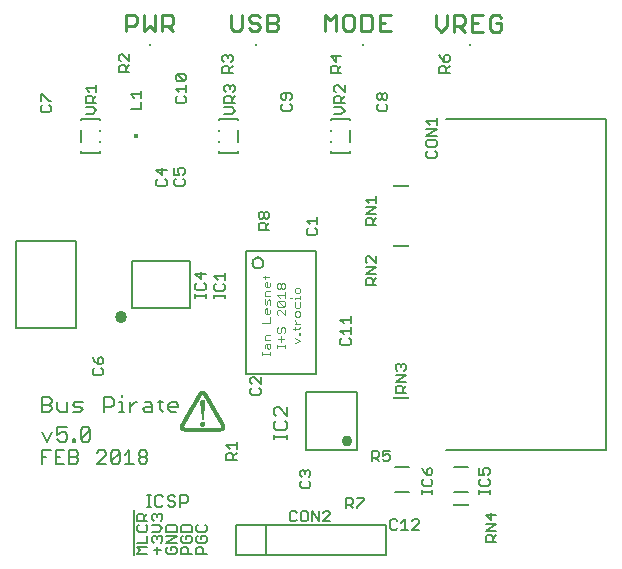
<source format=gto>
G75*
%MOIN*%
%OFA0B0*%
%FSLAX25Y25*%
%IPPOS*%
%LPD*%
%AMOC8*
5,1,8,0,0,1.08239X$1,22.5*
%
%ADD10C,0.01100*%
%ADD11C,0.00400*%
%ADD12C,0.00700*%
%ADD13C,0.00600*%
%ADD14C,0.00500*%
%ADD15R,0.00787X0.00787*%
%ADD16R,0.01181X0.01575*%
%ADD17R,0.00060X0.00060*%
%ADD18R,0.00060X0.00060*%
%ADD19R,0.00060X0.00060*%
%ADD20R,0.00060X0.00060*%
%ADD21R,0.05512X0.00394*%
%ADD22R,0.05512X0.00787*%
%ADD23R,0.00394X0.00787*%
%ADD24C,0.04057*%
%ADD25C,0.00800*%
%ADD26C,0.03619*%
D10*
X0197914Y0245788D02*
X0199749Y0247623D01*
X0199749Y0251293D01*
X0202156Y0251293D02*
X0204909Y0251293D01*
X0205826Y0250375D01*
X0205826Y0248540D01*
X0204909Y0247623D01*
X0202156Y0247623D01*
X0203991Y0247623D02*
X0205826Y0245788D01*
X0208233Y0245788D02*
X0211903Y0245788D01*
X0214311Y0246705D02*
X0215228Y0245788D01*
X0217063Y0245788D01*
X0217980Y0246705D01*
X0217980Y0248540D01*
X0216145Y0248540D01*
X0214311Y0250375D02*
X0214311Y0246705D01*
X0214311Y0250375D02*
X0215228Y0251293D01*
X0217063Y0251293D01*
X0217980Y0250375D01*
X0211903Y0251293D02*
X0208233Y0251293D01*
X0208233Y0245788D01*
X0208233Y0248540D02*
X0210068Y0248540D01*
X0202156Y0245788D02*
X0202156Y0251293D01*
X0196079Y0251293D02*
X0196079Y0247623D01*
X0197914Y0245788D01*
X0181090Y0245937D02*
X0177420Y0245937D01*
X0177420Y0251442D01*
X0181090Y0251442D01*
X0179255Y0248690D02*
X0177420Y0248690D01*
X0175013Y0246855D02*
X0175013Y0250525D01*
X0174096Y0251442D01*
X0171343Y0251442D01*
X0171343Y0245937D01*
X0174096Y0245937D01*
X0175013Y0246855D01*
X0168936Y0246855D02*
X0168936Y0250525D01*
X0168018Y0251442D01*
X0166184Y0251442D01*
X0165266Y0250525D01*
X0165266Y0246855D01*
X0166184Y0245937D01*
X0168018Y0245937D01*
X0168936Y0246855D01*
X0162859Y0245937D02*
X0162859Y0251442D01*
X0161024Y0249607D01*
X0159189Y0251442D01*
X0159189Y0245937D01*
X0143677Y0246855D02*
X0142759Y0245937D01*
X0140007Y0245937D01*
X0140007Y0251442D01*
X0142759Y0251442D01*
X0143677Y0250525D01*
X0143677Y0249607D01*
X0142759Y0248690D01*
X0140007Y0248690D01*
X0137599Y0247772D02*
X0137599Y0246855D01*
X0136682Y0245937D01*
X0134847Y0245937D01*
X0133930Y0246855D01*
X0134847Y0248690D02*
X0136682Y0248690D01*
X0137599Y0247772D01*
X0137599Y0250525D02*
X0136682Y0251442D01*
X0134847Y0251442D01*
X0133930Y0250525D01*
X0133930Y0249607D01*
X0134847Y0248690D01*
X0131522Y0246855D02*
X0131522Y0251442D01*
X0127853Y0251442D02*
X0127853Y0246855D01*
X0128770Y0245937D01*
X0130605Y0245937D01*
X0131522Y0246855D01*
X0142759Y0248690D02*
X0143677Y0247772D01*
X0143677Y0246855D01*
X0108677Y0245937D02*
X0106842Y0247772D01*
X0107759Y0247772D02*
X0105007Y0247772D01*
X0105007Y0245937D02*
X0105007Y0251442D01*
X0107759Y0251442D01*
X0108677Y0250525D01*
X0108677Y0248690D01*
X0107759Y0247772D01*
X0102599Y0245937D02*
X0102599Y0251442D01*
X0098930Y0251442D02*
X0098930Y0245937D01*
X0100765Y0247772D01*
X0102599Y0245937D01*
X0096522Y0248690D02*
X0095605Y0247772D01*
X0092853Y0247772D01*
X0092853Y0245937D02*
X0092853Y0251442D01*
X0095605Y0251442D01*
X0096522Y0250525D01*
X0096522Y0248690D01*
D11*
X0139075Y0164420D02*
X0139075Y0163486D01*
X0138608Y0163953D02*
X0140476Y0163953D01*
X0140943Y0164420D01*
X0140009Y0162408D02*
X0140009Y0160540D01*
X0139542Y0160540D02*
X0139075Y0161007D01*
X0139075Y0161941D01*
X0139542Y0162408D01*
X0140009Y0162408D01*
X0140943Y0161941D02*
X0140943Y0161007D01*
X0140476Y0160540D01*
X0139542Y0160540D01*
X0139542Y0159461D02*
X0140943Y0159461D01*
X0139542Y0159461D02*
X0139075Y0158994D01*
X0139075Y0157593D01*
X0140943Y0157593D01*
X0140476Y0156515D02*
X0140009Y0156048D01*
X0140009Y0155114D01*
X0139542Y0154647D01*
X0139075Y0155114D01*
X0139075Y0156515D01*
X0140476Y0156515D02*
X0140943Y0156048D01*
X0140943Y0154647D01*
X0140009Y0153568D02*
X0140009Y0151700D01*
X0139542Y0151700D02*
X0139075Y0152167D01*
X0139075Y0153101D01*
X0139542Y0153568D01*
X0140009Y0153568D01*
X0140943Y0153101D02*
X0140943Y0152167D01*
X0140476Y0151700D01*
X0139542Y0151700D01*
X0140943Y0150622D02*
X0140943Y0148753D01*
X0138141Y0148753D01*
X0143141Y0146717D02*
X0143141Y0145783D01*
X0143608Y0145316D01*
X0144075Y0145316D01*
X0144542Y0145783D01*
X0144542Y0146717D01*
X0145009Y0147184D01*
X0145476Y0147184D01*
X0145943Y0146717D01*
X0145943Y0145783D01*
X0145476Y0145316D01*
X0144542Y0144238D02*
X0144542Y0142369D01*
X0143608Y0143303D02*
X0145476Y0143303D01*
X0145943Y0141339D02*
X0145943Y0140405D01*
X0145943Y0140872D02*
X0143141Y0140872D01*
X0143141Y0140405D02*
X0143141Y0141339D01*
X0140943Y0141782D02*
X0140943Y0140381D01*
X0140476Y0139914D01*
X0140009Y0140381D01*
X0140009Y0141782D01*
X0139542Y0141782D02*
X0140943Y0141782D01*
X0140943Y0142860D02*
X0139075Y0142860D01*
X0139075Y0144262D01*
X0139542Y0144729D01*
X0140943Y0144729D01*
X0143141Y0146717D02*
X0143608Y0147184D01*
X0143608Y0151209D02*
X0143141Y0151676D01*
X0143141Y0152610D01*
X0143608Y0153077D01*
X0144075Y0153077D01*
X0145943Y0151209D01*
X0145943Y0153077D01*
X0145476Y0154155D02*
X0143608Y0156024D01*
X0145476Y0156024D01*
X0145943Y0155557D01*
X0145943Y0154623D01*
X0145476Y0154155D01*
X0143608Y0154155D01*
X0143141Y0154623D01*
X0143141Y0155557D01*
X0143608Y0156024D01*
X0144075Y0157102D02*
X0143141Y0158036D01*
X0145943Y0158036D01*
X0145943Y0157102D02*
X0145943Y0158970D01*
X0145476Y0160048D02*
X0145009Y0160048D01*
X0144542Y0160516D01*
X0144542Y0161450D01*
X0145009Y0161917D01*
X0145476Y0161917D01*
X0145943Y0161450D01*
X0145943Y0160516D01*
X0145476Y0160048D01*
X0144542Y0160516D02*
X0144075Y0160048D01*
X0143608Y0160048D01*
X0143141Y0160516D01*
X0143141Y0161450D01*
X0143608Y0161917D01*
X0144075Y0161917D01*
X0144542Y0161450D01*
X0149075Y0159976D02*
X0149075Y0159042D01*
X0149542Y0158575D01*
X0150476Y0158575D01*
X0150943Y0159042D01*
X0150943Y0159976D01*
X0150476Y0160443D01*
X0149542Y0160443D01*
X0149075Y0159976D01*
X0149075Y0157078D02*
X0150943Y0157078D01*
X0150943Y0156611D02*
X0150943Y0157545D01*
X0149075Y0157078D02*
X0149075Y0156611D01*
X0148141Y0157078D02*
X0147674Y0157078D01*
X0149075Y0155533D02*
X0149075Y0154131D01*
X0149542Y0153664D01*
X0150476Y0153664D01*
X0150943Y0154131D01*
X0150943Y0155533D01*
X0150476Y0152586D02*
X0149542Y0152586D01*
X0149075Y0152119D01*
X0149075Y0151185D01*
X0149542Y0150718D01*
X0150476Y0150718D01*
X0150943Y0151185D01*
X0150943Y0152119D01*
X0150476Y0152586D01*
X0149075Y0149664D02*
X0149075Y0149197D01*
X0150009Y0148262D01*
X0150943Y0148262D02*
X0149075Y0148262D01*
X0149075Y0147232D02*
X0149075Y0146298D01*
X0148608Y0146765D02*
X0150476Y0146765D01*
X0150943Y0147232D01*
X0150943Y0145292D02*
X0150943Y0144825D01*
X0150476Y0144825D01*
X0150476Y0145292D01*
X0150943Y0145292D01*
X0149075Y0143747D02*
X0150943Y0142812D01*
X0149075Y0141878D01*
X0140943Y0138884D02*
X0140943Y0137950D01*
X0140943Y0138417D02*
X0138141Y0138417D01*
X0138141Y0137950D02*
X0138141Y0138884D01*
X0139075Y0140381D02*
X0139075Y0141315D01*
X0139542Y0141782D01*
D12*
X0110273Y0121502D02*
X0110273Y0120685D01*
X0107004Y0120685D01*
X0107004Y0121502D02*
X0107821Y0122319D01*
X0109456Y0122319D01*
X0110273Y0121502D01*
X0109456Y0119050D02*
X0107821Y0119050D01*
X0107004Y0119867D01*
X0107004Y0121502D01*
X0105201Y0122319D02*
X0103566Y0122319D01*
X0104384Y0123137D02*
X0104384Y0119867D01*
X0105201Y0119050D01*
X0101679Y0119050D02*
X0101679Y0121502D01*
X0100862Y0122319D01*
X0099227Y0122319D01*
X0099227Y0120685D02*
X0101679Y0120685D01*
X0101679Y0119050D02*
X0099227Y0119050D01*
X0098410Y0119867D01*
X0099227Y0120685D01*
X0096565Y0122319D02*
X0095748Y0122319D01*
X0094113Y0120685D01*
X0094113Y0122319D02*
X0094113Y0119050D01*
X0092310Y0119050D02*
X0090675Y0119050D01*
X0091493Y0119050D02*
X0091493Y0122319D01*
X0090675Y0122319D01*
X0091493Y0123954D02*
X0091493Y0124772D01*
X0088788Y0123137D02*
X0088788Y0121502D01*
X0087971Y0120685D01*
X0085519Y0120685D01*
X0085519Y0119050D02*
X0085519Y0123954D01*
X0087971Y0123954D01*
X0088788Y0123137D01*
X0078476Y0122319D02*
X0076023Y0122319D01*
X0075206Y0121502D01*
X0076023Y0120685D01*
X0077658Y0120685D01*
X0078476Y0119867D01*
X0077658Y0119050D01*
X0075206Y0119050D01*
X0073319Y0119050D02*
X0073319Y0122319D01*
X0073319Y0119050D02*
X0070867Y0119050D01*
X0070050Y0119867D01*
X0070050Y0122319D01*
X0068163Y0122319D02*
X0068163Y0123137D01*
X0067345Y0123954D01*
X0064893Y0123954D01*
X0064893Y0119050D01*
X0067345Y0119050D01*
X0068163Y0119867D01*
X0068163Y0120685D01*
X0067345Y0121502D01*
X0064893Y0121502D01*
X0067345Y0121502D02*
X0068163Y0122319D01*
X0070050Y0113954D02*
X0070050Y0111502D01*
X0071684Y0112319D01*
X0072502Y0112319D01*
X0073319Y0111502D01*
X0073319Y0109867D01*
X0072502Y0109050D01*
X0070867Y0109050D01*
X0070050Y0109867D01*
X0068163Y0112319D02*
X0066528Y0109050D01*
X0064893Y0112319D01*
X0070050Y0113954D02*
X0073319Y0113954D01*
X0075206Y0109867D02*
X0076023Y0109867D01*
X0076023Y0109050D01*
X0075206Y0109050D01*
X0075206Y0109867D01*
X0077784Y0109867D02*
X0077784Y0113137D01*
X0078602Y0113954D01*
X0080236Y0113954D01*
X0081054Y0113137D01*
X0077784Y0109867D01*
X0078602Y0109050D01*
X0080236Y0109050D01*
X0081054Y0109867D01*
X0081054Y0113137D01*
X0099893Y0091216D02*
X0101161Y0091216D01*
X0100527Y0091216D02*
X0100527Y0087412D01*
X0099893Y0087412D02*
X0101161Y0087412D01*
X0102656Y0088046D02*
X0103290Y0087412D01*
X0104557Y0087412D01*
X0105191Y0088046D01*
X0106799Y0088046D02*
X0107433Y0087412D01*
X0108701Y0087412D01*
X0109335Y0088046D01*
X0109335Y0088680D01*
X0108701Y0089314D01*
X0107433Y0089314D01*
X0106799Y0089948D01*
X0106799Y0090582D01*
X0107433Y0091216D01*
X0108701Y0091216D01*
X0109335Y0090582D01*
X0110943Y0091216D02*
X0112844Y0091216D01*
X0113478Y0090582D01*
X0113478Y0089314D01*
X0112844Y0088680D01*
X0110943Y0088680D01*
X0110943Y0087412D02*
X0110943Y0091216D01*
X0105191Y0090582D02*
X0104557Y0091216D01*
X0103290Y0091216D01*
X0102656Y0090582D01*
X0102656Y0088046D01*
D13*
X0099273Y0101800D02*
X0097805Y0101800D01*
X0097071Y0102534D01*
X0097071Y0103268D01*
X0097805Y0104002D01*
X0099273Y0104002D01*
X0100007Y0103268D01*
X0100007Y0102534D01*
X0099273Y0101800D01*
X0099273Y0104002D02*
X0100007Y0104736D01*
X0100007Y0105470D01*
X0099273Y0106204D01*
X0097805Y0106204D01*
X0097071Y0105470D01*
X0097071Y0104736D01*
X0097805Y0104002D01*
X0095403Y0101800D02*
X0092467Y0101800D01*
X0093935Y0101800D02*
X0093935Y0106204D01*
X0092467Y0104736D01*
X0090799Y0105470D02*
X0087863Y0102534D01*
X0088597Y0101800D01*
X0090065Y0101800D01*
X0090799Y0102534D01*
X0090799Y0105470D01*
X0090065Y0106204D01*
X0088597Y0106204D01*
X0087863Y0105470D01*
X0087863Y0102534D01*
X0086195Y0101800D02*
X0083259Y0101800D01*
X0086195Y0104736D01*
X0086195Y0105470D01*
X0085461Y0106204D01*
X0083993Y0106204D01*
X0083259Y0105470D01*
X0076987Y0105470D02*
X0076987Y0104736D01*
X0076253Y0104002D01*
X0074051Y0104002D01*
X0074051Y0101800D02*
X0074051Y0106204D01*
X0076253Y0106204D01*
X0076987Y0105470D01*
X0076253Y0104002D02*
X0076987Y0103268D01*
X0076987Y0102534D01*
X0076253Y0101800D01*
X0074051Y0101800D01*
X0072383Y0101800D02*
X0069447Y0101800D01*
X0069447Y0106204D01*
X0072383Y0106204D01*
X0070915Y0104002D02*
X0069447Y0104002D01*
X0067779Y0106204D02*
X0064843Y0106204D01*
X0064843Y0101800D01*
X0064843Y0104002D02*
X0066311Y0104002D01*
X0129543Y0081500D02*
X0129543Y0071500D01*
X0139543Y0071500D01*
X0139543Y0081500D01*
X0179543Y0081500D01*
X0179543Y0071500D01*
X0139543Y0071500D01*
X0139543Y0081500D02*
X0129543Y0081500D01*
X0142293Y0109990D02*
X0142293Y0111458D01*
X0142293Y0110724D02*
X0146697Y0110724D01*
X0146697Y0109990D02*
X0146697Y0111458D01*
X0145963Y0113059D02*
X0143027Y0113059D01*
X0142293Y0113793D01*
X0142293Y0115261D01*
X0143027Y0115995D01*
X0143027Y0117663D02*
X0142293Y0118397D01*
X0142293Y0119865D01*
X0143027Y0120599D01*
X0143761Y0120599D01*
X0146697Y0117663D01*
X0146697Y0120599D01*
X0145963Y0115995D02*
X0146697Y0115261D01*
X0146697Y0113793D01*
X0145963Y0113059D01*
X0156059Y0131653D02*
X0133028Y0131653D01*
X0133028Y0172597D01*
X0156059Y0172597D01*
X0156059Y0131653D01*
X0114193Y0153799D02*
X0094894Y0153799D01*
X0094894Y0169201D01*
X0114193Y0169201D01*
X0114193Y0153799D01*
X0135057Y0168759D02*
X0135059Y0168844D01*
X0135065Y0168928D01*
X0135075Y0169013D01*
X0135089Y0169096D01*
X0135106Y0169179D01*
X0135128Y0169261D01*
X0135154Y0169342D01*
X0135183Y0169422D01*
X0135216Y0169500D01*
X0135252Y0169576D01*
X0135292Y0169651D01*
X0135336Y0169724D01*
X0135383Y0169795D01*
X0135433Y0169863D01*
X0135486Y0169929D01*
X0135543Y0169992D01*
X0135602Y0170053D01*
X0135664Y0170111D01*
X0135729Y0170166D01*
X0135796Y0170218D01*
X0135865Y0170266D01*
X0135937Y0170311D01*
X0136011Y0170353D01*
X0136087Y0170391D01*
X0136164Y0170426D01*
X0136243Y0170457D01*
X0136323Y0170485D01*
X0136405Y0170508D01*
X0136487Y0170528D01*
X0136570Y0170544D01*
X0136654Y0170556D01*
X0136739Y0170564D01*
X0136824Y0170568D01*
X0136908Y0170568D01*
X0136993Y0170564D01*
X0137078Y0170556D01*
X0137162Y0170544D01*
X0137245Y0170528D01*
X0137327Y0170508D01*
X0137409Y0170485D01*
X0137489Y0170457D01*
X0137568Y0170426D01*
X0137645Y0170391D01*
X0137721Y0170353D01*
X0137795Y0170311D01*
X0137867Y0170266D01*
X0137936Y0170218D01*
X0138003Y0170166D01*
X0138068Y0170111D01*
X0138130Y0170053D01*
X0138189Y0169992D01*
X0138246Y0169929D01*
X0138299Y0169863D01*
X0138349Y0169795D01*
X0138396Y0169724D01*
X0138440Y0169651D01*
X0138480Y0169576D01*
X0138516Y0169500D01*
X0138549Y0169422D01*
X0138578Y0169342D01*
X0138604Y0169261D01*
X0138626Y0169179D01*
X0138643Y0169096D01*
X0138657Y0169013D01*
X0138667Y0168928D01*
X0138673Y0168844D01*
X0138675Y0168759D01*
X0138673Y0168674D01*
X0138667Y0168590D01*
X0138657Y0168505D01*
X0138643Y0168422D01*
X0138626Y0168339D01*
X0138604Y0168257D01*
X0138578Y0168176D01*
X0138549Y0168096D01*
X0138516Y0168018D01*
X0138480Y0167942D01*
X0138440Y0167867D01*
X0138396Y0167794D01*
X0138349Y0167723D01*
X0138299Y0167655D01*
X0138246Y0167589D01*
X0138189Y0167526D01*
X0138130Y0167465D01*
X0138068Y0167407D01*
X0138003Y0167352D01*
X0137936Y0167300D01*
X0137867Y0167252D01*
X0137795Y0167207D01*
X0137721Y0167165D01*
X0137645Y0167127D01*
X0137568Y0167092D01*
X0137489Y0167061D01*
X0137409Y0167033D01*
X0137327Y0167010D01*
X0137245Y0166990D01*
X0137162Y0166974D01*
X0137078Y0166962D01*
X0136993Y0166954D01*
X0136908Y0166950D01*
X0136824Y0166950D01*
X0136739Y0166954D01*
X0136654Y0166962D01*
X0136570Y0166974D01*
X0136487Y0166990D01*
X0136405Y0167010D01*
X0136323Y0167033D01*
X0136243Y0167061D01*
X0136164Y0167092D01*
X0136087Y0167127D01*
X0136011Y0167165D01*
X0135937Y0167207D01*
X0135865Y0167252D01*
X0135796Y0167300D01*
X0135729Y0167352D01*
X0135664Y0167407D01*
X0135602Y0167465D01*
X0135543Y0167526D01*
X0135486Y0167589D01*
X0135433Y0167655D01*
X0135383Y0167723D01*
X0135336Y0167794D01*
X0135292Y0167867D01*
X0135252Y0167942D01*
X0135216Y0168018D01*
X0135183Y0168096D01*
X0135154Y0168176D01*
X0135128Y0168257D01*
X0135106Y0168339D01*
X0135089Y0168422D01*
X0135075Y0168505D01*
X0135065Y0168590D01*
X0135059Y0168674D01*
X0135057Y0168759D01*
X0130232Y0205486D02*
X0123854Y0205486D01*
X0123854Y0205856D01*
X0123854Y0209030D02*
X0123854Y0209400D01*
X0123854Y0212770D02*
X0123854Y0213140D01*
X0123854Y0216313D02*
X0123854Y0216683D01*
X0130232Y0216683D01*
X0130232Y0216313D01*
X0130232Y0213140D02*
X0130232Y0209030D01*
X0130232Y0205856D02*
X0130232Y0205486D01*
X0161087Y0205486D02*
X0161087Y0205856D01*
X0161087Y0205486D02*
X0167465Y0205486D01*
X0167465Y0205856D01*
X0167465Y0209030D02*
X0167465Y0213140D01*
X0167465Y0216313D02*
X0167465Y0216683D01*
X0161087Y0216683D01*
X0161087Y0216313D01*
X0161087Y0213140D02*
X0161087Y0212770D01*
X0161087Y0209400D02*
X0161087Y0209030D01*
X0199465Y0216520D02*
X0252969Y0216520D01*
X0252969Y0106480D01*
X0199465Y0106480D01*
X0084354Y0205486D02*
X0077976Y0205486D01*
X0077976Y0205856D01*
X0077976Y0209030D02*
X0077976Y0213140D01*
X0077976Y0216313D02*
X0077976Y0216683D01*
X0084354Y0216683D01*
X0084354Y0216313D01*
X0084354Y0213140D02*
X0084354Y0212770D01*
X0084354Y0209400D02*
X0084354Y0209030D01*
X0084354Y0205856D02*
X0084354Y0205486D01*
D14*
X0095543Y0086233D02*
X0095543Y0071500D01*
X0096540Y0071750D02*
X0097708Y0072918D01*
X0096540Y0074085D01*
X0100043Y0074085D01*
X0100043Y0075433D02*
X0096540Y0075433D01*
X0100043Y0075433D02*
X0100043Y0077768D01*
X0099459Y0079116D02*
X0100043Y0079700D01*
X0100043Y0080868D01*
X0099459Y0081452D01*
X0098876Y0082799D02*
X0098876Y0084551D01*
X0098292Y0085135D01*
X0097124Y0085135D01*
X0096540Y0084551D01*
X0096540Y0082799D01*
X0100043Y0082799D01*
X0101540Y0083383D02*
X0101540Y0084551D01*
X0102124Y0085135D01*
X0102708Y0085135D01*
X0103292Y0084551D01*
X0103876Y0085135D01*
X0104459Y0085135D01*
X0105043Y0084551D01*
X0105043Y0083383D01*
X0104459Y0082799D01*
X0103876Y0081452D02*
X0101540Y0081452D01*
X0102124Y0082799D02*
X0101540Y0083383D01*
X0103292Y0083967D02*
X0103292Y0084551D01*
X0103876Y0081452D02*
X0105043Y0080284D01*
X0103876Y0079116D01*
X0101540Y0079116D01*
X0102124Y0077768D02*
X0102708Y0077768D01*
X0103292Y0077185D01*
X0103876Y0077768D01*
X0104459Y0077768D01*
X0105043Y0077185D01*
X0105043Y0076017D01*
X0104459Y0075433D01*
X0103292Y0076601D02*
X0103292Y0077185D01*
X0102124Y0077768D02*
X0101540Y0077185D01*
X0101540Y0076017D01*
X0102124Y0075433D01*
X0103292Y0074085D02*
X0103292Y0071750D01*
X0102124Y0072918D02*
X0104459Y0072918D01*
X0106228Y0073501D02*
X0106228Y0072334D01*
X0106812Y0071750D01*
X0109147Y0071750D01*
X0109731Y0072334D01*
X0109731Y0073501D01*
X0109147Y0074085D01*
X0107979Y0074085D01*
X0107979Y0072918D01*
X0106812Y0074085D02*
X0106228Y0073501D01*
X0106228Y0075433D02*
X0109731Y0077768D01*
X0106228Y0077768D01*
X0106228Y0079116D02*
X0106228Y0080868D01*
X0106812Y0081452D01*
X0109147Y0081452D01*
X0109731Y0080868D01*
X0109731Y0079116D01*
X0106228Y0079116D01*
X0106228Y0075433D02*
X0109731Y0075433D01*
X0111228Y0076017D02*
X0111812Y0075433D01*
X0114147Y0075433D01*
X0114731Y0076017D01*
X0114731Y0077185D01*
X0114147Y0077768D01*
X0112979Y0077768D01*
X0112979Y0076601D01*
X0111812Y0077768D02*
X0111228Y0077185D01*
X0111228Y0076017D01*
X0111812Y0074085D02*
X0112979Y0074085D01*
X0113563Y0073501D01*
X0113563Y0071750D01*
X0114731Y0071750D02*
X0111228Y0071750D01*
X0111228Y0073501D01*
X0111812Y0074085D01*
X0116228Y0073501D02*
X0116812Y0074085D01*
X0117979Y0074085D01*
X0118563Y0073501D01*
X0118563Y0071750D01*
X0119731Y0071750D02*
X0116228Y0071750D01*
X0116228Y0073501D01*
X0116812Y0075433D02*
X0119147Y0075433D01*
X0119731Y0076017D01*
X0119731Y0077185D01*
X0119147Y0077768D01*
X0117979Y0077768D01*
X0117979Y0076601D01*
X0116812Y0077768D02*
X0116228Y0077185D01*
X0116228Y0076017D01*
X0116812Y0075433D01*
X0116812Y0079116D02*
X0119147Y0079116D01*
X0119731Y0079700D01*
X0119731Y0080868D01*
X0119147Y0081452D01*
X0116812Y0081452D02*
X0116228Y0080868D01*
X0116228Y0079700D01*
X0116812Y0079116D01*
X0114731Y0079116D02*
X0114731Y0080868D01*
X0114147Y0081452D01*
X0111812Y0081452D01*
X0111228Y0080868D01*
X0111228Y0079116D01*
X0114731Y0079116D01*
X0099459Y0079116D02*
X0097124Y0079116D01*
X0096540Y0079700D01*
X0096540Y0080868D01*
X0097124Y0081452D01*
X0098876Y0083967D02*
X0100043Y0085135D01*
X0100043Y0071750D02*
X0096540Y0071750D01*
X0126228Y0103067D02*
X0126228Y0104818D01*
X0126812Y0105402D01*
X0127979Y0105402D01*
X0128563Y0104818D01*
X0128563Y0103067D01*
X0128563Y0104235D02*
X0129731Y0105402D01*
X0129731Y0106750D02*
X0129731Y0109085D01*
X0129731Y0107918D02*
X0126228Y0107918D01*
X0127395Y0106750D01*
X0126228Y0103067D02*
X0129731Y0103067D01*
X0150866Y0099076D02*
X0151450Y0099660D01*
X0152033Y0099660D01*
X0152617Y0099076D01*
X0153201Y0099660D01*
X0153785Y0099660D01*
X0154369Y0099076D01*
X0154369Y0097908D01*
X0153785Y0097325D01*
X0153785Y0095977D02*
X0154369Y0095393D01*
X0154369Y0094225D01*
X0153785Y0093641D01*
X0151450Y0093641D01*
X0150866Y0094225D01*
X0150866Y0095393D01*
X0151450Y0095977D01*
X0151450Y0097325D02*
X0150866Y0097908D01*
X0150866Y0099076D01*
X0152617Y0099076D02*
X0152617Y0098492D01*
X0152862Y0086065D02*
X0153445Y0085482D01*
X0153445Y0083146D01*
X0152862Y0082563D01*
X0151694Y0082563D01*
X0151110Y0083146D01*
X0151110Y0085482D01*
X0151694Y0086065D01*
X0152862Y0086065D01*
X0154793Y0086065D02*
X0157129Y0082563D01*
X0157129Y0086065D01*
X0158476Y0085482D02*
X0159060Y0086065D01*
X0160228Y0086065D01*
X0160812Y0085482D01*
X0160812Y0084898D01*
X0158476Y0082563D01*
X0160812Y0082563D01*
X0154793Y0082563D02*
X0154793Y0086065D01*
X0149762Y0085482D02*
X0149179Y0086065D01*
X0148011Y0086065D01*
X0147427Y0085482D01*
X0147427Y0083146D01*
X0148011Y0082563D01*
X0149179Y0082563D01*
X0149762Y0083146D01*
X0166235Y0086875D02*
X0166235Y0090378D01*
X0167987Y0090378D01*
X0168570Y0089794D01*
X0168570Y0088626D01*
X0167987Y0088043D01*
X0166235Y0088043D01*
X0167403Y0088043D02*
X0168570Y0086875D01*
X0169918Y0086875D02*
X0169918Y0087459D01*
X0172254Y0089794D01*
X0172254Y0090378D01*
X0169918Y0090378D01*
X0182395Y0092366D02*
X0187316Y0092366D01*
X0191540Y0092423D02*
X0195043Y0092423D01*
X0195043Y0091839D02*
X0195043Y0093007D01*
X0194459Y0094295D02*
X0195043Y0094878D01*
X0195043Y0096046D01*
X0194459Y0096630D01*
X0194459Y0097978D02*
X0193292Y0097978D01*
X0193292Y0099729D01*
X0193876Y0100313D01*
X0194459Y0100313D01*
X0195043Y0099729D01*
X0195043Y0098562D01*
X0194459Y0097978D01*
X0193292Y0097978D02*
X0192124Y0099145D01*
X0191540Y0100313D01*
X0187316Y0100634D02*
X0182395Y0100634D01*
X0180170Y0102625D02*
X0180754Y0103209D01*
X0180754Y0104376D01*
X0180170Y0104960D01*
X0179586Y0104960D01*
X0178418Y0104376D01*
X0178418Y0106128D01*
X0180754Y0106128D01*
X0177070Y0105544D02*
X0177070Y0104376D01*
X0176487Y0103793D01*
X0174735Y0103793D01*
X0175903Y0103793D02*
X0177070Y0102625D01*
X0178418Y0103209D02*
X0179002Y0102625D01*
X0180170Y0102625D01*
X0177070Y0105544D02*
X0176487Y0106128D01*
X0174735Y0106128D01*
X0174735Y0102625D01*
X0191540Y0096046D02*
X0191540Y0094878D01*
X0192124Y0094295D01*
X0194459Y0094295D01*
X0191540Y0093007D02*
X0191540Y0091839D01*
X0191540Y0096046D02*
X0192124Y0096630D01*
X0202083Y0100634D02*
X0207004Y0100634D01*
X0210603Y0100313D02*
X0210603Y0097978D01*
X0212354Y0097978D01*
X0211770Y0099145D01*
X0211770Y0099729D01*
X0212354Y0100313D01*
X0213522Y0100313D01*
X0214106Y0099729D01*
X0214106Y0098562D01*
X0213522Y0097978D01*
X0213522Y0096630D02*
X0214106Y0096046D01*
X0214106Y0094878D01*
X0213522Y0094295D01*
X0211187Y0094295D01*
X0210603Y0094878D01*
X0210603Y0096046D01*
X0211187Y0096630D01*
X0210603Y0093007D02*
X0210603Y0091839D01*
X0210603Y0092423D02*
X0214106Y0092423D01*
X0214106Y0091839D02*
X0214106Y0093007D01*
X0207004Y0092366D02*
X0202083Y0092366D01*
X0212729Y0084657D02*
X0214480Y0082905D01*
X0214480Y0085240D01*
X0212729Y0084657D02*
X0216232Y0084657D01*
X0216232Y0081557D02*
X0212729Y0081557D01*
X0212729Y0079222D02*
X0216232Y0081557D01*
X0216232Y0079222D02*
X0212729Y0079222D01*
X0213313Y0077874D02*
X0214480Y0077874D01*
X0215064Y0077290D01*
X0215064Y0075539D01*
X0215064Y0076706D02*
X0216232Y0077874D01*
X0216232Y0075539D02*
X0212729Y0075539D01*
X0212729Y0077290D01*
X0213313Y0077874D01*
X0190720Y0079813D02*
X0188385Y0079813D01*
X0190720Y0082148D01*
X0190720Y0082732D01*
X0190136Y0083315D01*
X0188969Y0083315D01*
X0188385Y0082732D01*
X0185869Y0083315D02*
X0185869Y0079813D01*
X0184702Y0079813D02*
X0187037Y0079813D01*
X0184702Y0082148D02*
X0185869Y0083315D01*
X0183354Y0082732D02*
X0182770Y0083315D01*
X0181602Y0083315D01*
X0181019Y0082732D01*
X0181019Y0080396D01*
X0181602Y0079813D01*
X0182770Y0079813D01*
X0183354Y0080396D01*
X0182768Y0125428D02*
X0182768Y0127179D01*
X0183352Y0127763D01*
X0184520Y0127763D01*
X0185103Y0127179D01*
X0185103Y0125428D01*
X0185103Y0126596D02*
X0186271Y0127763D01*
X0186271Y0129111D02*
X0182768Y0129111D01*
X0186271Y0131446D01*
X0182768Y0131446D01*
X0183352Y0132794D02*
X0182768Y0133378D01*
X0182768Y0134546D01*
X0183352Y0135130D01*
X0183936Y0135130D01*
X0184520Y0134546D01*
X0185103Y0135130D01*
X0185687Y0135130D01*
X0186271Y0134546D01*
X0186271Y0133378D01*
X0185687Y0132794D01*
X0184520Y0133962D02*
X0184520Y0134546D01*
X0186271Y0125428D02*
X0182768Y0125428D01*
X0167272Y0141225D02*
X0164937Y0141225D01*
X0164353Y0141809D01*
X0164353Y0142977D01*
X0164937Y0143561D01*
X0165520Y0144908D02*
X0164353Y0146076D01*
X0167856Y0146076D01*
X0167856Y0144908D02*
X0167856Y0147244D01*
X0167856Y0148592D02*
X0167856Y0150927D01*
X0167856Y0149759D02*
X0164353Y0149759D01*
X0165520Y0148592D01*
X0167272Y0143561D02*
X0167856Y0142977D01*
X0167856Y0141809D01*
X0167272Y0141225D01*
X0172790Y0161225D02*
X0172790Y0162977D01*
X0173374Y0163561D01*
X0174542Y0163561D01*
X0175126Y0162977D01*
X0175126Y0161225D01*
X0176293Y0161225D02*
X0172790Y0161225D01*
X0175126Y0162393D02*
X0176293Y0163561D01*
X0176293Y0164908D02*
X0172790Y0164908D01*
X0176293Y0167244D01*
X0172790Y0167244D01*
X0173374Y0168592D02*
X0172790Y0169175D01*
X0172790Y0170343D01*
X0173374Y0170927D01*
X0173958Y0170927D01*
X0176293Y0168592D01*
X0176293Y0170927D01*
X0176293Y0181225D02*
X0172790Y0181225D01*
X0172790Y0182977D01*
X0173374Y0183561D01*
X0174542Y0183561D01*
X0175126Y0182977D01*
X0175126Y0181225D01*
X0175126Y0182393D02*
X0176293Y0183561D01*
X0176293Y0184908D02*
X0172790Y0184908D01*
X0176293Y0187244D01*
X0172790Y0187244D01*
X0173958Y0188592D02*
X0172790Y0189759D01*
X0176293Y0189759D01*
X0176293Y0188592D02*
X0176293Y0190927D01*
X0156638Y0183923D02*
X0156638Y0181588D01*
X0156638Y0182755D02*
X0153135Y0182755D01*
X0154303Y0181588D01*
X0153719Y0180240D02*
X0153135Y0179656D01*
X0153135Y0178488D01*
X0153719Y0177904D01*
X0156054Y0177904D01*
X0156638Y0178488D01*
X0156638Y0179656D01*
X0156054Y0180240D01*
X0140606Y0179817D02*
X0137103Y0179817D01*
X0137103Y0181568D01*
X0137687Y0182152D01*
X0138854Y0182152D01*
X0139438Y0181568D01*
X0139438Y0179817D01*
X0139438Y0180985D02*
X0140606Y0182152D01*
X0140022Y0183500D02*
X0139438Y0183500D01*
X0138854Y0184084D01*
X0138854Y0185251D01*
X0139438Y0185835D01*
X0140022Y0185835D01*
X0140606Y0185251D01*
X0140606Y0184084D01*
X0140022Y0183500D01*
X0138854Y0184084D02*
X0138270Y0183500D01*
X0137687Y0183500D01*
X0137103Y0184084D01*
X0137103Y0185251D01*
X0137687Y0185835D01*
X0138270Y0185835D01*
X0138854Y0185251D01*
X0125731Y0165447D02*
X0125731Y0163112D01*
X0125731Y0164279D02*
X0122228Y0164279D01*
X0123395Y0163112D01*
X0122812Y0161764D02*
X0122228Y0161180D01*
X0122228Y0160012D01*
X0122812Y0159428D01*
X0125147Y0159428D01*
X0125731Y0160012D01*
X0125731Y0161180D01*
X0125147Y0161764D01*
X0125731Y0158141D02*
X0125731Y0156973D01*
X0125731Y0157557D02*
X0122228Y0157557D01*
X0122228Y0156973D02*
X0122228Y0158141D01*
X0119482Y0158258D02*
X0119482Y0157090D01*
X0119482Y0157674D02*
X0115979Y0157674D01*
X0115979Y0157090D02*
X0115979Y0158258D01*
X0116563Y0159546D02*
X0118898Y0159546D01*
X0119482Y0160129D01*
X0119482Y0161297D01*
X0118898Y0161881D01*
X0117731Y0163229D02*
X0115979Y0164980D01*
X0119482Y0164980D01*
X0117731Y0165564D02*
X0117731Y0163229D01*
X0116563Y0161881D02*
X0115979Y0161297D01*
X0115979Y0160129D01*
X0116563Y0159546D01*
X0085256Y0136664D02*
X0084672Y0137248D01*
X0084088Y0137248D01*
X0083504Y0136664D01*
X0083504Y0134913D01*
X0084672Y0134913D01*
X0085256Y0135496D01*
X0085256Y0136664D01*
X0083504Y0134913D02*
X0082337Y0136080D01*
X0081753Y0137248D01*
X0082337Y0133565D02*
X0081753Y0132981D01*
X0081753Y0131813D01*
X0082337Y0131229D01*
X0084672Y0131229D01*
X0085256Y0131813D01*
X0085256Y0132981D01*
X0084672Y0133565D01*
X0076354Y0146933D02*
X0056079Y0146933D01*
X0056079Y0176067D01*
X0076354Y0176067D01*
X0076354Y0146933D01*
X0134353Y0130064D02*
X0134353Y0128896D01*
X0134937Y0128312D01*
X0134937Y0126965D02*
X0134353Y0126381D01*
X0134353Y0125213D01*
X0134937Y0124629D01*
X0137272Y0124629D01*
X0137856Y0125213D01*
X0137856Y0126381D01*
X0137272Y0126965D01*
X0137856Y0128312D02*
X0135520Y0130648D01*
X0134937Y0130648D01*
X0134353Y0130064D01*
X0137856Y0130648D02*
X0137856Y0128312D01*
X0105909Y0194242D02*
X0103574Y0194242D01*
X0102990Y0194826D01*
X0102990Y0195993D01*
X0103574Y0196577D01*
X0104742Y0197925D02*
X0104742Y0200260D01*
X0106493Y0199676D02*
X0102990Y0199676D01*
X0104742Y0197925D01*
X0105909Y0196577D02*
X0106493Y0195993D01*
X0106493Y0194826D01*
X0105909Y0194242D01*
X0108922Y0195063D02*
X0109506Y0194479D01*
X0111842Y0194479D01*
X0112425Y0195063D01*
X0112425Y0196231D01*
X0111842Y0196815D01*
X0111842Y0198163D02*
X0112425Y0198746D01*
X0112425Y0199914D01*
X0111842Y0200498D01*
X0110674Y0200498D01*
X0110090Y0199914D01*
X0110090Y0199330D01*
X0110674Y0198163D01*
X0108922Y0198163D01*
X0108922Y0200498D01*
X0109506Y0196815D02*
X0108922Y0196231D01*
X0108922Y0195063D01*
X0097959Y0220001D02*
X0094456Y0220001D01*
X0097959Y0220001D02*
X0097959Y0222337D01*
X0097959Y0223685D02*
X0097959Y0226020D01*
X0097959Y0224852D02*
X0094456Y0224852D01*
X0095623Y0223685D01*
X0093990Y0232235D02*
X0090487Y0232235D01*
X0090487Y0233986D01*
X0091071Y0234570D01*
X0092239Y0234570D01*
X0092823Y0233986D01*
X0092823Y0232235D01*
X0092823Y0233402D02*
X0093990Y0234570D01*
X0093990Y0235918D02*
X0091655Y0238253D01*
X0091071Y0238253D01*
X0090487Y0237669D01*
X0090487Y0236502D01*
X0091071Y0235918D01*
X0093990Y0235918D02*
X0093990Y0238253D01*
X0082959Y0228174D02*
X0082959Y0225839D01*
X0082959Y0227006D02*
X0079456Y0227006D01*
X0080623Y0225839D01*
X0080040Y0224491D02*
X0081207Y0224491D01*
X0081791Y0223907D01*
X0081791Y0222155D01*
X0082959Y0222155D02*
X0079456Y0222155D01*
X0079456Y0223907D01*
X0080040Y0224491D01*
X0081791Y0223323D02*
X0082959Y0224491D01*
X0081791Y0220808D02*
X0079456Y0220808D01*
X0081791Y0220808D02*
X0082959Y0219640D01*
X0081791Y0218472D01*
X0079456Y0218472D01*
X0067915Y0219485D02*
X0067915Y0220653D01*
X0067332Y0221237D01*
X0067332Y0222585D02*
X0067915Y0222585D01*
X0067332Y0222585D02*
X0064996Y0224920D01*
X0064412Y0224920D01*
X0064412Y0222585D01*
X0064996Y0221237D02*
X0064412Y0220653D01*
X0064412Y0219485D01*
X0064996Y0218902D01*
X0067332Y0218902D01*
X0067915Y0219485D01*
X0109456Y0222494D02*
X0110040Y0221910D01*
X0112375Y0221910D01*
X0112959Y0222494D01*
X0112959Y0223661D01*
X0112375Y0224245D01*
X0112959Y0225593D02*
X0112959Y0227928D01*
X0112959Y0226761D02*
X0109456Y0226761D01*
X0110623Y0225593D01*
X0110040Y0224245D02*
X0109456Y0223661D01*
X0109456Y0222494D01*
X0110040Y0229276D02*
X0109456Y0229860D01*
X0109456Y0231028D01*
X0110040Y0231611D01*
X0112375Y0229276D01*
X0112959Y0229860D01*
X0112959Y0231028D01*
X0112375Y0231611D01*
X0110040Y0231611D01*
X0110040Y0229276D02*
X0112375Y0229276D01*
X0124998Y0232011D02*
X0124998Y0233762D01*
X0125581Y0234346D01*
X0126749Y0234346D01*
X0127333Y0233762D01*
X0127333Y0232011D01*
X0127333Y0233178D02*
X0128500Y0234346D01*
X0127917Y0235694D02*
X0128500Y0236278D01*
X0128500Y0237445D01*
X0127917Y0238029D01*
X0127333Y0238029D01*
X0126749Y0237445D01*
X0126749Y0236862D01*
X0126749Y0237445D02*
X0126165Y0238029D01*
X0125581Y0238029D01*
X0124998Y0237445D01*
X0124998Y0236278D01*
X0125581Y0235694D01*
X0124998Y0232011D02*
X0128500Y0232011D01*
X0128642Y0227937D02*
X0129225Y0227353D01*
X0129225Y0226185D01*
X0128642Y0225601D01*
X0129225Y0224253D02*
X0128058Y0223086D01*
X0128058Y0223670D02*
X0128058Y0221918D01*
X0129225Y0221918D02*
X0125722Y0221918D01*
X0125722Y0223670D01*
X0126306Y0224253D01*
X0127474Y0224253D01*
X0128058Y0223670D01*
X0126306Y0225601D02*
X0125722Y0226185D01*
X0125722Y0227353D01*
X0126306Y0227937D01*
X0126890Y0227937D01*
X0127474Y0227353D01*
X0128058Y0227937D01*
X0128642Y0227937D01*
X0127474Y0227353D02*
X0127474Y0226769D01*
X0128058Y0220570D02*
X0125722Y0220570D01*
X0125722Y0218235D02*
X0128058Y0218235D01*
X0129225Y0219403D01*
X0128058Y0220570D01*
X0144632Y0221103D02*
X0144632Y0219935D01*
X0145216Y0219352D01*
X0147551Y0219352D01*
X0148135Y0219935D01*
X0148135Y0221103D01*
X0147551Y0221687D01*
X0147551Y0223035D02*
X0148135Y0223619D01*
X0148135Y0224786D01*
X0147551Y0225370D01*
X0145216Y0225370D01*
X0144632Y0224786D01*
X0144632Y0223619D01*
X0145216Y0223035D01*
X0145800Y0223035D01*
X0146383Y0223619D01*
X0146383Y0225370D01*
X0145216Y0221687D02*
X0144632Y0221103D01*
X0161070Y0232099D02*
X0161070Y0233851D01*
X0161654Y0234435D01*
X0162822Y0234435D01*
X0163406Y0233851D01*
X0163406Y0232099D01*
X0164573Y0232099D02*
X0161070Y0232099D01*
X0163406Y0233267D02*
X0164573Y0234435D01*
X0162822Y0235782D02*
X0162822Y0238118D01*
X0164573Y0237534D02*
X0161070Y0237534D01*
X0162822Y0235782D01*
X0162939Y0227924D02*
X0162355Y0227340D01*
X0162355Y0226173D01*
X0162939Y0225589D01*
X0162939Y0224241D02*
X0164106Y0224241D01*
X0164690Y0223657D01*
X0164690Y0221906D01*
X0164690Y0223073D02*
X0165858Y0224241D01*
X0165858Y0225589D02*
X0163522Y0227924D01*
X0162939Y0227924D01*
X0165858Y0227924D02*
X0165858Y0225589D01*
X0162939Y0224241D02*
X0162355Y0223657D01*
X0162355Y0221906D01*
X0165858Y0221906D01*
X0164690Y0220558D02*
X0165858Y0219390D01*
X0164690Y0218223D01*
X0162355Y0218223D01*
X0162355Y0220558D02*
X0164690Y0220558D01*
X0176540Y0221068D02*
X0176540Y0219901D01*
X0177124Y0219317D01*
X0179459Y0219317D01*
X0180043Y0219901D01*
X0180043Y0221068D01*
X0179459Y0221652D01*
X0179459Y0223000D02*
X0178876Y0223000D01*
X0178292Y0223584D01*
X0178292Y0224751D01*
X0178876Y0225335D01*
X0179459Y0225335D01*
X0180043Y0224751D01*
X0180043Y0223584D01*
X0179459Y0223000D01*
X0178292Y0223584D02*
X0177708Y0223000D01*
X0177124Y0223000D01*
X0176540Y0223584D01*
X0176540Y0224751D01*
X0177124Y0225335D01*
X0177708Y0225335D01*
X0178292Y0224751D01*
X0177124Y0221652D02*
X0176540Y0221068D01*
X0192901Y0215976D02*
X0196404Y0215976D01*
X0196404Y0217143D02*
X0196404Y0214808D01*
X0196404Y0213460D02*
X0192901Y0213460D01*
X0194069Y0214808D02*
X0192901Y0215976D01*
X0196404Y0213460D02*
X0192901Y0211125D01*
X0196404Y0211125D01*
X0195820Y0209777D02*
X0193485Y0209777D01*
X0192901Y0209193D01*
X0192901Y0208026D01*
X0193485Y0207442D01*
X0195820Y0207442D01*
X0196404Y0208026D01*
X0196404Y0209193D01*
X0195820Y0209777D01*
X0195820Y0206094D02*
X0196404Y0205510D01*
X0196404Y0204343D01*
X0195820Y0203759D01*
X0193485Y0203759D01*
X0192901Y0204343D01*
X0192901Y0205510D01*
X0193485Y0206094D01*
X0197289Y0232083D02*
X0197289Y0233834D01*
X0197873Y0234418D01*
X0199041Y0234418D01*
X0199625Y0233834D01*
X0199625Y0232083D01*
X0199625Y0233250D02*
X0200792Y0234418D01*
X0200209Y0235766D02*
X0200792Y0236350D01*
X0200792Y0237517D01*
X0200209Y0238101D01*
X0199625Y0238101D01*
X0199041Y0237517D01*
X0199041Y0235766D01*
X0200209Y0235766D01*
X0199041Y0235766D02*
X0197873Y0236933D01*
X0197289Y0238101D01*
X0197289Y0232083D02*
X0200792Y0232083D01*
D15*
X0207445Y0241500D03*
X0171917Y0241500D03*
X0136386Y0241500D03*
X0100854Y0241500D03*
D16*
X0096165Y0211085D03*
D17*
X0118216Y0125667D03*
X0118216Y0125608D03*
X0118096Y0125608D03*
X0118096Y0125487D03*
X0118096Y0125367D03*
X0118096Y0125308D03*
X0118216Y0125308D03*
X0118216Y0125367D03*
X0118216Y0125487D03*
X0118396Y0125487D03*
X0118396Y0125367D03*
X0118396Y0125308D03*
X0118516Y0125308D03*
X0118516Y0125367D03*
X0118516Y0125487D03*
X0118516Y0125608D03*
X0118516Y0125667D03*
X0118396Y0125667D03*
X0118396Y0125608D03*
X0118696Y0125608D03*
X0118696Y0125667D03*
X0118816Y0125667D03*
X0118816Y0125608D03*
X0118816Y0125487D03*
X0118816Y0125367D03*
X0118816Y0125308D03*
X0118696Y0125308D03*
X0118696Y0125367D03*
X0118696Y0125487D03*
X0118696Y0125187D03*
X0118696Y0125067D03*
X0118696Y0125008D03*
X0118816Y0125008D03*
X0118816Y0125067D03*
X0118816Y0125187D03*
X0118996Y0125187D03*
X0118996Y0125067D03*
X0118996Y0125008D03*
X0119116Y0125008D03*
X0119116Y0125067D03*
X0119116Y0125187D03*
X0119116Y0125308D03*
X0119116Y0125367D03*
X0118996Y0125367D03*
X0118996Y0125308D03*
X0118996Y0125487D03*
X0119116Y0125487D03*
X0119116Y0125608D03*
X0118996Y0125608D03*
X0118996Y0125667D03*
X0119296Y0125487D03*
X0119296Y0125367D03*
X0119296Y0125308D03*
X0119416Y0125308D03*
X0119416Y0125367D03*
X0119416Y0125187D03*
X0119416Y0125067D03*
X0119416Y0125008D03*
X0119296Y0125008D03*
X0119296Y0125067D03*
X0119296Y0125187D03*
X0119296Y0124887D03*
X0119296Y0124767D03*
X0119296Y0124708D03*
X0119416Y0124708D03*
X0119416Y0124767D03*
X0119416Y0124887D03*
X0119596Y0124887D03*
X0119596Y0124767D03*
X0119596Y0124708D03*
X0119716Y0124708D03*
X0119716Y0124767D03*
X0119716Y0124887D03*
X0119716Y0125008D03*
X0119716Y0125067D03*
X0119596Y0125067D03*
X0119596Y0125008D03*
X0119596Y0125187D03*
X0119716Y0125187D03*
X0119596Y0125308D03*
X0119896Y0124887D03*
X0119896Y0124767D03*
X0119896Y0124708D03*
X0120016Y0124708D03*
X0120016Y0124587D03*
X0120016Y0124467D03*
X0120016Y0124408D03*
X0119896Y0124408D03*
X0119896Y0124467D03*
X0119896Y0124587D03*
X0119716Y0124587D03*
X0119716Y0124467D03*
X0119716Y0124408D03*
X0119596Y0124408D03*
X0119596Y0124467D03*
X0119596Y0124587D03*
X0119416Y0124587D03*
X0119416Y0124467D03*
X0119416Y0124408D03*
X0119296Y0124408D03*
X0119296Y0124467D03*
X0119296Y0124587D03*
X0119116Y0124587D03*
X0119116Y0124467D03*
X0119116Y0124408D03*
X0119116Y0124287D03*
X0119296Y0124287D03*
X0119296Y0124167D03*
X0119296Y0124108D03*
X0119416Y0124108D03*
X0119416Y0124167D03*
X0119416Y0124287D03*
X0119596Y0124287D03*
X0119596Y0124167D03*
X0119596Y0124108D03*
X0119716Y0124108D03*
X0119716Y0124167D03*
X0119716Y0124287D03*
X0119896Y0124287D03*
X0119896Y0124167D03*
X0119896Y0124108D03*
X0120016Y0124108D03*
X0120016Y0124167D03*
X0120016Y0124287D03*
X0120196Y0124287D03*
X0120196Y0124167D03*
X0120196Y0124108D03*
X0120316Y0124108D03*
X0120316Y0124167D03*
X0120316Y0123987D03*
X0120316Y0123867D03*
X0120316Y0123808D03*
X0120196Y0123808D03*
X0120196Y0123867D03*
X0120196Y0123987D03*
X0120016Y0123987D03*
X0120016Y0123867D03*
X0120016Y0123808D03*
X0119896Y0123808D03*
X0119896Y0123867D03*
X0119896Y0123987D03*
X0119716Y0123987D03*
X0119716Y0123867D03*
X0119716Y0123808D03*
X0119596Y0123808D03*
X0119596Y0123867D03*
X0119596Y0123987D03*
X0119416Y0123987D03*
X0119416Y0123867D03*
X0119416Y0123808D03*
X0119296Y0123987D03*
X0119596Y0123687D03*
X0119596Y0123567D03*
X0119596Y0123508D03*
X0119716Y0123508D03*
X0119716Y0123567D03*
X0119716Y0123687D03*
X0119896Y0123687D03*
X0119896Y0123567D03*
X0119896Y0123508D03*
X0120016Y0123508D03*
X0120016Y0123567D03*
X0120016Y0123687D03*
X0120196Y0123687D03*
X0120196Y0123567D03*
X0120196Y0123508D03*
X0120316Y0123508D03*
X0120316Y0123567D03*
X0120316Y0123687D03*
X0120496Y0123687D03*
X0120496Y0123567D03*
X0120496Y0123508D03*
X0120616Y0123508D03*
X0120616Y0123567D03*
X0120616Y0123687D03*
X0120496Y0123808D03*
X0120496Y0123867D03*
X0120496Y0123387D03*
X0120496Y0123267D03*
X0120496Y0123208D03*
X0120616Y0123208D03*
X0120616Y0123267D03*
X0120616Y0123387D03*
X0120796Y0123387D03*
X0120796Y0123267D03*
X0120796Y0123208D03*
X0120916Y0123208D03*
X0120916Y0123087D03*
X0120916Y0122967D03*
X0120916Y0122908D03*
X0120796Y0122908D03*
X0120796Y0122967D03*
X0120796Y0123087D03*
X0120616Y0123087D03*
X0120616Y0122967D03*
X0120616Y0122908D03*
X0120496Y0122908D03*
X0120496Y0122967D03*
X0120496Y0123087D03*
X0120316Y0123087D03*
X0120316Y0122967D03*
X0120316Y0122908D03*
X0120196Y0122908D03*
X0120196Y0122967D03*
X0120196Y0123087D03*
X0120196Y0123208D03*
X0120196Y0123267D03*
X0120316Y0123267D03*
X0120316Y0123208D03*
X0120316Y0123387D03*
X0120196Y0123387D03*
X0120016Y0123387D03*
X0120016Y0123267D03*
X0120016Y0123208D03*
X0119896Y0123208D03*
X0119896Y0123267D03*
X0119896Y0123387D03*
X0119716Y0123387D03*
X0119716Y0123267D03*
X0119716Y0123208D03*
X0119596Y0123387D03*
X0119896Y0123087D03*
X0119896Y0122967D03*
X0119896Y0122908D03*
X0120016Y0122908D03*
X0120016Y0122967D03*
X0120016Y0123087D03*
X0120016Y0122787D03*
X0120016Y0122667D03*
X0120196Y0122667D03*
X0120196Y0122608D03*
X0120316Y0122608D03*
X0120316Y0122667D03*
X0120316Y0122787D03*
X0120196Y0122787D03*
X0120196Y0122487D03*
X0120196Y0122367D03*
X0120316Y0122367D03*
X0120316Y0122308D03*
X0120316Y0122187D03*
X0120496Y0122187D03*
X0120496Y0122067D03*
X0120496Y0122008D03*
X0120616Y0122008D03*
X0120616Y0122067D03*
X0120616Y0122187D03*
X0120616Y0122308D03*
X0120616Y0122367D03*
X0120496Y0122367D03*
X0120496Y0122308D03*
X0120496Y0122487D03*
X0120616Y0122487D03*
X0120616Y0122608D03*
X0120616Y0122667D03*
X0120496Y0122667D03*
X0120496Y0122608D03*
X0120496Y0122787D03*
X0120616Y0122787D03*
X0120796Y0122787D03*
X0120796Y0122667D03*
X0120796Y0122608D03*
X0120916Y0122608D03*
X0120916Y0122667D03*
X0120916Y0122787D03*
X0121096Y0122787D03*
X0121096Y0122667D03*
X0121096Y0122608D03*
X0121216Y0122608D03*
X0121216Y0122667D03*
X0121216Y0122487D03*
X0121216Y0122367D03*
X0121216Y0122308D03*
X0121096Y0122308D03*
X0121096Y0122367D03*
X0121096Y0122487D03*
X0120916Y0122487D03*
X0120916Y0122367D03*
X0120916Y0122308D03*
X0120796Y0122308D03*
X0120796Y0122367D03*
X0120796Y0122487D03*
X0120796Y0122187D03*
X0120796Y0122067D03*
X0120796Y0122008D03*
X0120916Y0122008D03*
X0120916Y0122067D03*
X0120916Y0122187D03*
X0121096Y0122187D03*
X0121096Y0122067D03*
X0121096Y0122008D03*
X0121216Y0122008D03*
X0121216Y0122067D03*
X0121216Y0122187D03*
X0121396Y0122187D03*
X0121396Y0122067D03*
X0121396Y0122008D03*
X0121516Y0122008D03*
X0121516Y0122067D03*
X0121516Y0121887D03*
X0121516Y0121767D03*
X0121516Y0121708D03*
X0121396Y0121708D03*
X0121396Y0121767D03*
X0121396Y0121887D03*
X0121216Y0121887D03*
X0121216Y0121767D03*
X0121216Y0121708D03*
X0121096Y0121708D03*
X0121096Y0121767D03*
X0121096Y0121887D03*
X0120916Y0121887D03*
X0120916Y0121767D03*
X0120916Y0121708D03*
X0120796Y0121708D03*
X0120796Y0121767D03*
X0120796Y0121887D03*
X0120616Y0121887D03*
X0120616Y0121767D03*
X0120616Y0121708D03*
X0120496Y0121887D03*
X0120796Y0121587D03*
X0120796Y0121467D03*
X0120796Y0121408D03*
X0120916Y0121408D03*
X0120916Y0121467D03*
X0120916Y0121587D03*
X0121096Y0121587D03*
X0121096Y0121467D03*
X0121096Y0121408D03*
X0121216Y0121408D03*
X0121216Y0121467D03*
X0121216Y0121587D03*
X0121396Y0121587D03*
X0121396Y0121467D03*
X0121396Y0121408D03*
X0121516Y0121408D03*
X0121516Y0121467D03*
X0121516Y0121587D03*
X0121696Y0121587D03*
X0121696Y0121467D03*
X0121696Y0121408D03*
X0121816Y0121408D03*
X0121816Y0121467D03*
X0121816Y0121587D03*
X0121696Y0121708D03*
X0121696Y0121767D03*
X0121696Y0121287D03*
X0121696Y0121167D03*
X0121696Y0121108D03*
X0121816Y0121108D03*
X0121816Y0121167D03*
X0121816Y0121287D03*
X0121996Y0121287D03*
X0121996Y0121167D03*
X0121996Y0121108D03*
X0122116Y0121108D03*
X0122116Y0120987D03*
X0122116Y0120867D03*
X0122116Y0120808D03*
X0121996Y0120808D03*
X0121996Y0120867D03*
X0121996Y0120987D03*
X0121816Y0120987D03*
X0121816Y0120867D03*
X0121816Y0120808D03*
X0121696Y0120808D03*
X0121696Y0120867D03*
X0121696Y0120987D03*
X0121516Y0120987D03*
X0121516Y0120867D03*
X0121516Y0120808D03*
X0121396Y0120808D03*
X0121396Y0120867D03*
X0121396Y0120987D03*
X0121396Y0121108D03*
X0121396Y0121167D03*
X0121516Y0121167D03*
X0121516Y0121108D03*
X0121516Y0121287D03*
X0121396Y0121287D03*
X0121216Y0121287D03*
X0121216Y0121167D03*
X0121216Y0121108D03*
X0121096Y0121108D03*
X0121096Y0121167D03*
X0121096Y0121287D03*
X0120916Y0121287D03*
X0120916Y0121167D03*
X0121096Y0120987D03*
X0121096Y0120867D03*
X0121096Y0120808D03*
X0121216Y0120808D03*
X0121216Y0120867D03*
X0121216Y0120987D03*
X0121216Y0120687D03*
X0121396Y0120687D03*
X0121396Y0120567D03*
X0121396Y0120508D03*
X0121516Y0120508D03*
X0121516Y0120567D03*
X0121516Y0120687D03*
X0121696Y0120687D03*
X0121696Y0120567D03*
X0121696Y0120508D03*
X0121816Y0120508D03*
X0121816Y0120567D03*
X0121816Y0120687D03*
X0121996Y0120687D03*
X0121996Y0120567D03*
X0121996Y0120508D03*
X0122116Y0120508D03*
X0122116Y0120567D03*
X0122116Y0120687D03*
X0122296Y0120687D03*
X0122296Y0120567D03*
X0122296Y0120508D03*
X0122416Y0120508D03*
X0122416Y0120567D03*
X0122416Y0120387D03*
X0122416Y0120267D03*
X0122416Y0120208D03*
X0122296Y0120208D03*
X0122296Y0120267D03*
X0122296Y0120387D03*
X0122116Y0120387D03*
X0122116Y0120267D03*
X0122116Y0120208D03*
X0121996Y0120208D03*
X0121996Y0120267D03*
X0121996Y0120387D03*
X0121816Y0120387D03*
X0121816Y0120267D03*
X0121816Y0120208D03*
X0121696Y0120208D03*
X0121696Y0120267D03*
X0121696Y0120387D03*
X0121516Y0120387D03*
X0121516Y0120267D03*
X0121516Y0120208D03*
X0121516Y0120087D03*
X0121696Y0120087D03*
X0121696Y0119967D03*
X0121696Y0119908D03*
X0121816Y0119908D03*
X0121816Y0119967D03*
X0121816Y0120087D03*
X0121996Y0120087D03*
X0121996Y0119967D03*
X0121996Y0119908D03*
X0122116Y0119908D03*
X0122116Y0119967D03*
X0122116Y0120087D03*
X0122296Y0120087D03*
X0122296Y0119967D03*
X0122296Y0119908D03*
X0122416Y0119908D03*
X0122416Y0119967D03*
X0122416Y0120087D03*
X0122596Y0120087D03*
X0122596Y0119967D03*
X0122596Y0119908D03*
X0122716Y0119908D03*
X0122716Y0119967D03*
X0122716Y0120087D03*
X0122596Y0120208D03*
X0122596Y0120267D03*
X0122596Y0119787D03*
X0122596Y0119667D03*
X0122596Y0119608D03*
X0122716Y0119608D03*
X0122716Y0119667D03*
X0122716Y0119787D03*
X0122896Y0119667D03*
X0122896Y0119608D03*
X0122896Y0119487D03*
X0122896Y0119367D03*
X0122896Y0119308D03*
X0123016Y0119308D03*
X0123016Y0119367D03*
X0123016Y0119487D03*
X0123196Y0119308D03*
X0123196Y0119187D03*
X0123196Y0119067D03*
X0123196Y0119008D03*
X0123316Y0119008D03*
X0123316Y0119067D03*
X0123316Y0118887D03*
X0123316Y0118767D03*
X0123316Y0118708D03*
X0123196Y0118708D03*
X0123196Y0118767D03*
X0123196Y0118887D03*
X0123016Y0118887D03*
X0123016Y0118767D03*
X0123016Y0118708D03*
X0122896Y0118708D03*
X0122896Y0118767D03*
X0122896Y0118887D03*
X0122896Y0119008D03*
X0122896Y0119067D03*
X0123016Y0119067D03*
X0123016Y0119008D03*
X0123016Y0119187D03*
X0122896Y0119187D03*
X0122716Y0119187D03*
X0122716Y0119067D03*
X0122716Y0119008D03*
X0122596Y0119008D03*
X0122596Y0119067D03*
X0122596Y0119187D03*
X0122596Y0119308D03*
X0122596Y0119367D03*
X0122716Y0119367D03*
X0122716Y0119308D03*
X0122716Y0119487D03*
X0122596Y0119487D03*
X0122416Y0119487D03*
X0122416Y0119367D03*
X0122416Y0119308D03*
X0122296Y0119308D03*
X0122296Y0119367D03*
X0122296Y0119487D03*
X0122296Y0119608D03*
X0122296Y0119667D03*
X0122416Y0119667D03*
X0122416Y0119608D03*
X0122416Y0119787D03*
X0122296Y0119787D03*
X0122116Y0119787D03*
X0122116Y0119667D03*
X0122116Y0119608D03*
X0121996Y0119608D03*
X0121996Y0119667D03*
X0121996Y0119787D03*
X0121816Y0119787D03*
X0121816Y0119667D03*
X0121816Y0119608D03*
X0121696Y0119787D03*
X0121996Y0119487D03*
X0121996Y0119367D03*
X0121996Y0119308D03*
X0122116Y0119308D03*
X0122116Y0119367D03*
X0122116Y0119487D03*
X0122116Y0119187D03*
X0122116Y0119067D03*
X0122116Y0119008D03*
X0122296Y0119008D03*
X0122296Y0119067D03*
X0122416Y0119067D03*
X0122416Y0119008D03*
X0122416Y0118887D03*
X0122416Y0118767D03*
X0122416Y0118708D03*
X0122296Y0118708D03*
X0122296Y0118767D03*
X0122296Y0118887D03*
X0122596Y0118887D03*
X0122596Y0118767D03*
X0122596Y0118708D03*
X0122716Y0118708D03*
X0122716Y0118767D03*
X0122716Y0118887D03*
X0122716Y0118587D03*
X0122716Y0118467D03*
X0122716Y0118408D03*
X0122596Y0118408D03*
X0122596Y0118467D03*
X0122596Y0118587D03*
X0122416Y0118587D03*
X0122596Y0118287D03*
X0122716Y0118287D03*
X0122716Y0118167D03*
X0122716Y0118108D03*
X0122716Y0117987D03*
X0122896Y0117987D03*
X0122896Y0117867D03*
X0122896Y0117808D03*
X0123016Y0117808D03*
X0123016Y0117867D03*
X0123016Y0117987D03*
X0123016Y0118108D03*
X0123016Y0118167D03*
X0122896Y0118167D03*
X0122896Y0118108D03*
X0122896Y0118287D03*
X0123016Y0118287D03*
X0123016Y0118408D03*
X0123016Y0118467D03*
X0122896Y0118467D03*
X0122896Y0118408D03*
X0122896Y0118587D03*
X0123016Y0118587D03*
X0123196Y0118587D03*
X0123196Y0118467D03*
X0123196Y0118408D03*
X0123316Y0118408D03*
X0123316Y0118467D03*
X0123316Y0118587D03*
X0123496Y0118587D03*
X0123496Y0118467D03*
X0123496Y0118408D03*
X0123616Y0118408D03*
X0123616Y0118467D03*
X0123616Y0118287D03*
X0123616Y0118167D03*
X0123616Y0118108D03*
X0123496Y0118108D03*
X0123496Y0118167D03*
X0123496Y0118287D03*
X0123316Y0118287D03*
X0123316Y0118167D03*
X0123316Y0118108D03*
X0123196Y0118108D03*
X0123196Y0118167D03*
X0123196Y0118287D03*
X0123196Y0117987D03*
X0123196Y0117867D03*
X0123196Y0117808D03*
X0123316Y0117808D03*
X0123316Y0117867D03*
X0123316Y0117987D03*
X0123496Y0117987D03*
X0123496Y0117867D03*
X0123496Y0117808D03*
X0123616Y0117808D03*
X0123616Y0117867D03*
X0123616Y0117987D03*
X0123796Y0117987D03*
X0123796Y0117867D03*
X0123796Y0117808D03*
X0123916Y0117808D03*
X0123916Y0117867D03*
X0123916Y0117987D03*
X0123796Y0118108D03*
X0123796Y0118167D03*
X0123796Y0117687D03*
X0123796Y0117567D03*
X0123796Y0117508D03*
X0123916Y0117508D03*
X0123916Y0117567D03*
X0123916Y0117687D03*
X0124096Y0117687D03*
X0124096Y0117567D03*
X0124096Y0117508D03*
X0124216Y0117508D03*
X0124216Y0117387D03*
X0124216Y0117267D03*
X0124216Y0117208D03*
X0124096Y0117208D03*
X0124096Y0117267D03*
X0124096Y0117387D03*
X0123916Y0117387D03*
X0123916Y0117267D03*
X0123916Y0117208D03*
X0123796Y0117208D03*
X0123796Y0117267D03*
X0123796Y0117387D03*
X0123616Y0117387D03*
X0123616Y0117267D03*
X0123616Y0117208D03*
X0123496Y0117208D03*
X0123496Y0117267D03*
X0123496Y0117387D03*
X0123496Y0117508D03*
X0123496Y0117567D03*
X0123616Y0117567D03*
X0123616Y0117508D03*
X0123616Y0117687D03*
X0123496Y0117687D03*
X0123316Y0117687D03*
X0123316Y0117567D03*
X0123316Y0117508D03*
X0123196Y0117508D03*
X0123196Y0117567D03*
X0123196Y0117687D03*
X0123016Y0117687D03*
X0123016Y0117567D03*
X0123016Y0117508D03*
X0122896Y0117687D03*
X0123196Y0117387D03*
X0123196Y0117267D03*
X0123196Y0117208D03*
X0123316Y0117208D03*
X0123316Y0117267D03*
X0123316Y0117387D03*
X0123316Y0117087D03*
X0123496Y0117087D03*
X0123496Y0116967D03*
X0123496Y0116908D03*
X0123616Y0116908D03*
X0123616Y0116967D03*
X0123616Y0117087D03*
X0123796Y0117087D03*
X0123796Y0116967D03*
X0123796Y0116908D03*
X0123916Y0116908D03*
X0123916Y0116967D03*
X0123916Y0117087D03*
X0124096Y0117087D03*
X0124096Y0116967D03*
X0124096Y0116908D03*
X0124216Y0116908D03*
X0124216Y0116967D03*
X0124216Y0117087D03*
X0124396Y0117087D03*
X0124396Y0116967D03*
X0124396Y0116908D03*
X0124516Y0116908D03*
X0124516Y0116967D03*
X0124516Y0116787D03*
X0124516Y0116667D03*
X0124516Y0116608D03*
X0124396Y0116608D03*
X0124396Y0116667D03*
X0124396Y0116787D03*
X0124216Y0116787D03*
X0124216Y0116667D03*
X0124216Y0116608D03*
X0124096Y0116608D03*
X0124096Y0116667D03*
X0124096Y0116787D03*
X0123916Y0116787D03*
X0123916Y0116667D03*
X0123916Y0116608D03*
X0123796Y0116608D03*
X0123796Y0116667D03*
X0123796Y0116787D03*
X0123616Y0116787D03*
X0123616Y0116667D03*
X0123616Y0116608D03*
X0123616Y0116487D03*
X0123796Y0116487D03*
X0123796Y0116367D03*
X0123796Y0116308D03*
X0123916Y0116308D03*
X0123916Y0116367D03*
X0123916Y0116487D03*
X0124096Y0116487D03*
X0124096Y0116367D03*
X0124096Y0116308D03*
X0124216Y0116308D03*
X0124216Y0116367D03*
X0124216Y0116487D03*
X0124396Y0116487D03*
X0124396Y0116367D03*
X0124396Y0116308D03*
X0124516Y0116308D03*
X0124516Y0116367D03*
X0124516Y0116487D03*
X0124696Y0116487D03*
X0124696Y0116367D03*
X0124696Y0116308D03*
X0124816Y0116308D03*
X0124816Y0116367D03*
X0124816Y0116187D03*
X0124816Y0116067D03*
X0124816Y0116008D03*
X0124696Y0116008D03*
X0124696Y0116067D03*
X0124696Y0116187D03*
X0124516Y0116187D03*
X0124516Y0116067D03*
X0124516Y0116008D03*
X0124396Y0116008D03*
X0124396Y0116067D03*
X0124396Y0116187D03*
X0124216Y0116187D03*
X0124216Y0116067D03*
X0124216Y0116008D03*
X0124096Y0116008D03*
X0124096Y0116067D03*
X0124096Y0116187D03*
X0123916Y0116187D03*
X0123916Y0116067D03*
X0123916Y0116008D03*
X0123796Y0116187D03*
X0124096Y0115887D03*
X0124096Y0115767D03*
X0124096Y0115708D03*
X0124216Y0115708D03*
X0124216Y0115767D03*
X0124216Y0115887D03*
X0124396Y0115887D03*
X0124396Y0115767D03*
X0124396Y0115708D03*
X0124516Y0115708D03*
X0124516Y0115767D03*
X0124516Y0115887D03*
X0124696Y0115887D03*
X0124696Y0115767D03*
X0124696Y0115708D03*
X0124816Y0115708D03*
X0124816Y0115767D03*
X0124816Y0115887D03*
X0124996Y0115887D03*
X0124996Y0115767D03*
X0124996Y0115708D03*
X0125116Y0115708D03*
X0125116Y0115767D03*
X0125116Y0115887D03*
X0124996Y0116008D03*
X0124996Y0116067D03*
X0124996Y0115587D03*
X0124996Y0115467D03*
X0124996Y0115408D03*
X0125116Y0115408D03*
X0125116Y0115467D03*
X0125116Y0115587D03*
X0125296Y0115587D03*
X0125296Y0115467D03*
X0125296Y0115408D03*
X0125296Y0115287D03*
X0125296Y0115167D03*
X0125296Y0115108D03*
X0125416Y0115108D03*
X0125416Y0115167D03*
X0125416Y0115287D03*
X0125416Y0114987D03*
X0125416Y0114867D03*
X0125416Y0114808D03*
X0125296Y0114808D03*
X0125296Y0114867D03*
X0125296Y0114987D03*
X0125116Y0114987D03*
X0125116Y0114867D03*
X0125116Y0114808D03*
X0124996Y0114808D03*
X0124996Y0114867D03*
X0124996Y0114987D03*
X0124996Y0115108D03*
X0124996Y0115167D03*
X0125116Y0115167D03*
X0125116Y0115108D03*
X0125116Y0115287D03*
X0124996Y0115287D03*
X0124816Y0115287D03*
X0124816Y0115167D03*
X0124816Y0115108D03*
X0124696Y0115108D03*
X0124696Y0115167D03*
X0124696Y0115287D03*
X0124696Y0115408D03*
X0124696Y0115467D03*
X0124816Y0115467D03*
X0124816Y0115408D03*
X0124816Y0115587D03*
X0124696Y0115587D03*
X0124516Y0115587D03*
X0124516Y0115467D03*
X0124516Y0115408D03*
X0124396Y0115408D03*
X0124396Y0115467D03*
X0124396Y0115587D03*
X0124216Y0115587D03*
X0124216Y0115467D03*
X0124216Y0115408D03*
X0124396Y0115287D03*
X0124396Y0115167D03*
X0124396Y0115108D03*
X0124516Y0115108D03*
X0124516Y0115167D03*
X0124516Y0115287D03*
X0124516Y0114987D03*
X0124696Y0114987D03*
X0124696Y0114867D03*
X0124696Y0114808D03*
X0124816Y0114808D03*
X0124816Y0114867D03*
X0124816Y0114987D03*
X0124816Y0114687D03*
X0124816Y0114567D03*
X0124816Y0114508D03*
X0124816Y0114387D03*
X0124996Y0114387D03*
X0124996Y0114267D03*
X0124996Y0114208D03*
X0125116Y0114208D03*
X0125116Y0114267D03*
X0125116Y0114387D03*
X0125116Y0114508D03*
X0125116Y0114567D03*
X0124996Y0114567D03*
X0124996Y0114508D03*
X0124996Y0114687D03*
X0125116Y0114687D03*
X0125296Y0114687D03*
X0125296Y0114567D03*
X0125296Y0114508D03*
X0125416Y0114508D03*
X0125416Y0114567D03*
X0125416Y0114687D03*
X0125596Y0114687D03*
X0125596Y0114567D03*
X0125596Y0114508D03*
X0125716Y0114508D03*
X0125716Y0114567D03*
X0125716Y0114687D03*
X0125716Y0114808D03*
X0125716Y0114867D03*
X0125596Y0114867D03*
X0125596Y0114808D03*
X0125596Y0114987D03*
X0125896Y0114508D03*
X0125896Y0114387D03*
X0125896Y0114267D03*
X0125896Y0114208D03*
X0125896Y0114087D03*
X0125896Y0113967D03*
X0125896Y0113908D03*
X0126016Y0113908D03*
X0126016Y0113967D03*
X0126016Y0114087D03*
X0126016Y0113787D03*
X0126016Y0113667D03*
X0126016Y0113608D03*
X0125896Y0113608D03*
X0125896Y0113667D03*
X0125896Y0113787D03*
X0125716Y0113787D03*
X0125716Y0113667D03*
X0125716Y0113608D03*
X0125596Y0113608D03*
X0125596Y0113667D03*
X0125596Y0113787D03*
X0125596Y0113908D03*
X0125596Y0113967D03*
X0125716Y0113967D03*
X0125716Y0113908D03*
X0125716Y0114087D03*
X0125596Y0114087D03*
X0125596Y0114208D03*
X0125596Y0114267D03*
X0125716Y0114267D03*
X0125716Y0114208D03*
X0125716Y0114387D03*
X0125596Y0114387D03*
X0125416Y0114387D03*
X0125416Y0114267D03*
X0125416Y0114208D03*
X0125296Y0114208D03*
X0125296Y0114267D03*
X0125296Y0114387D03*
X0125296Y0114087D03*
X0125296Y0113967D03*
X0125296Y0113908D03*
X0125416Y0113908D03*
X0125416Y0113967D03*
X0125416Y0114087D03*
X0125416Y0113787D03*
X0125416Y0113667D03*
X0125416Y0113608D03*
X0125296Y0113608D03*
X0125296Y0113667D03*
X0125296Y0113787D03*
X0125116Y0113787D03*
X0125116Y0113667D03*
X0125116Y0113608D03*
X0124996Y0113608D03*
X0124996Y0113667D03*
X0124996Y0113487D03*
X0124996Y0113367D03*
X0124996Y0113308D03*
X0125116Y0113308D03*
X0125116Y0113367D03*
X0125116Y0113487D03*
X0125296Y0113487D03*
X0125296Y0113367D03*
X0125296Y0113308D03*
X0125416Y0113308D03*
X0125416Y0113367D03*
X0125416Y0113487D03*
X0125596Y0113487D03*
X0125596Y0113367D03*
X0125596Y0113308D03*
X0125716Y0113308D03*
X0125716Y0113367D03*
X0125716Y0113487D03*
X0125896Y0113487D03*
X0125896Y0113367D03*
X0125896Y0113308D03*
X0125896Y0113187D03*
X0125716Y0113187D03*
X0125716Y0113067D03*
X0125716Y0113008D03*
X0125596Y0113008D03*
X0125596Y0113067D03*
X0125596Y0113187D03*
X0125416Y0113187D03*
X0125416Y0113067D03*
X0125416Y0113008D03*
X0125296Y0113008D03*
X0125296Y0113067D03*
X0125296Y0113187D03*
X0125116Y0113187D03*
X0125116Y0113067D03*
X0125116Y0113008D03*
X0124996Y0113008D03*
X0124996Y0113067D03*
X0124996Y0113187D03*
X0124816Y0113187D03*
X0124816Y0113067D03*
X0124816Y0113008D03*
X0124696Y0113008D03*
X0124696Y0113067D03*
X0124696Y0113187D03*
X0124696Y0113308D03*
X0124696Y0113367D03*
X0124816Y0113367D03*
X0124816Y0113308D03*
X0124816Y0113487D03*
X0124696Y0113487D03*
X0124516Y0113487D03*
X0124516Y0113367D03*
X0124516Y0113308D03*
X0124396Y0113308D03*
X0124396Y0113367D03*
X0124396Y0113487D03*
X0124216Y0113487D03*
X0124216Y0113367D03*
X0124216Y0113308D03*
X0124096Y0113308D03*
X0124096Y0113367D03*
X0124096Y0113487D03*
X0123916Y0113487D03*
X0123916Y0113367D03*
X0123916Y0113308D03*
X0123796Y0113308D03*
X0123796Y0113367D03*
X0123796Y0113487D03*
X0123616Y0113487D03*
X0123616Y0113367D03*
X0123616Y0113308D03*
X0123496Y0113308D03*
X0123496Y0113367D03*
X0123496Y0113487D03*
X0123316Y0113487D03*
X0123316Y0113367D03*
X0123316Y0113308D03*
X0123196Y0113308D03*
X0123196Y0113367D03*
X0123196Y0113487D03*
X0123016Y0113487D03*
X0123016Y0113367D03*
X0123016Y0113308D03*
X0122896Y0113308D03*
X0122896Y0113367D03*
X0122896Y0113487D03*
X0122716Y0113487D03*
X0122716Y0113367D03*
X0122716Y0113308D03*
X0122596Y0113308D03*
X0122596Y0113367D03*
X0122596Y0113487D03*
X0122416Y0113487D03*
X0122416Y0113367D03*
X0122416Y0113308D03*
X0122296Y0113308D03*
X0122296Y0113367D03*
X0122296Y0113487D03*
X0122116Y0113487D03*
X0122116Y0113367D03*
X0122116Y0113308D03*
X0121996Y0113308D03*
X0121996Y0113367D03*
X0121996Y0113487D03*
X0121816Y0113487D03*
X0121816Y0113367D03*
X0121816Y0113308D03*
X0121696Y0113308D03*
X0121696Y0113367D03*
X0121696Y0113487D03*
X0121516Y0113487D03*
X0121516Y0113367D03*
X0121516Y0113308D03*
X0121396Y0113308D03*
X0121396Y0113367D03*
X0121396Y0113487D03*
X0121216Y0113487D03*
X0121216Y0113367D03*
X0121216Y0113308D03*
X0121096Y0113308D03*
X0121096Y0113367D03*
X0121096Y0113487D03*
X0120916Y0113487D03*
X0120916Y0113367D03*
X0120916Y0113308D03*
X0120796Y0113308D03*
X0120796Y0113367D03*
X0120796Y0113487D03*
X0120616Y0113487D03*
X0120616Y0113367D03*
X0120616Y0113308D03*
X0120496Y0113308D03*
X0120496Y0113367D03*
X0120496Y0113487D03*
X0120316Y0113487D03*
X0120316Y0113367D03*
X0120316Y0113308D03*
X0120196Y0113308D03*
X0120196Y0113367D03*
X0120196Y0113487D03*
X0120016Y0113487D03*
X0120016Y0113367D03*
X0120016Y0113308D03*
X0119896Y0113308D03*
X0119896Y0113367D03*
X0119896Y0113487D03*
X0119716Y0113487D03*
X0119716Y0113367D03*
X0119716Y0113308D03*
X0119596Y0113308D03*
X0119596Y0113367D03*
X0119596Y0113487D03*
X0119416Y0113487D03*
X0119416Y0113367D03*
X0119416Y0113308D03*
X0119296Y0113308D03*
X0119296Y0113367D03*
X0119296Y0113487D03*
X0119116Y0113487D03*
X0119116Y0113367D03*
X0119116Y0113308D03*
X0118996Y0113308D03*
X0118996Y0113367D03*
X0118996Y0113487D03*
X0118816Y0113487D03*
X0118816Y0113367D03*
X0118816Y0113308D03*
X0118696Y0113308D03*
X0118696Y0113367D03*
X0118696Y0113487D03*
X0118516Y0113487D03*
X0118516Y0113367D03*
X0118516Y0113308D03*
X0118396Y0113308D03*
X0118396Y0113367D03*
X0118396Y0113487D03*
X0118216Y0113487D03*
X0118216Y0113367D03*
X0118216Y0113308D03*
X0118096Y0113308D03*
X0118096Y0113367D03*
X0118096Y0113487D03*
X0117916Y0113487D03*
X0117916Y0113367D03*
X0117916Y0113308D03*
X0117796Y0113308D03*
X0117796Y0113367D03*
X0117796Y0113487D03*
X0117616Y0113487D03*
X0117616Y0113367D03*
X0117616Y0113308D03*
X0117496Y0113308D03*
X0117496Y0113367D03*
X0117496Y0113487D03*
X0117316Y0113487D03*
X0117316Y0113367D03*
X0117316Y0113308D03*
X0117196Y0113308D03*
X0117196Y0113367D03*
X0117196Y0113487D03*
X0117016Y0113487D03*
X0117016Y0113367D03*
X0117016Y0113308D03*
X0116896Y0113308D03*
X0116896Y0113367D03*
X0116896Y0113487D03*
X0116716Y0113487D03*
X0116716Y0113367D03*
X0116716Y0113308D03*
X0116596Y0113308D03*
X0116596Y0113367D03*
X0116596Y0113487D03*
X0116416Y0113487D03*
X0116416Y0113367D03*
X0116416Y0113308D03*
X0116296Y0113308D03*
X0116296Y0113367D03*
X0116296Y0113487D03*
X0116116Y0113487D03*
X0116116Y0113367D03*
X0116116Y0113308D03*
X0115996Y0113308D03*
X0115996Y0113367D03*
X0115996Y0113487D03*
X0115816Y0113487D03*
X0115816Y0113367D03*
X0115816Y0113308D03*
X0115696Y0113308D03*
X0115696Y0113367D03*
X0115696Y0113487D03*
X0115516Y0113487D03*
X0115516Y0113367D03*
X0115516Y0113308D03*
X0115396Y0113308D03*
X0115396Y0113367D03*
X0115396Y0113487D03*
X0115216Y0113487D03*
X0115216Y0113367D03*
X0115216Y0113308D03*
X0115096Y0113308D03*
X0115096Y0113367D03*
X0115096Y0113487D03*
X0114916Y0113487D03*
X0114916Y0113367D03*
X0114916Y0113308D03*
X0114796Y0113308D03*
X0114796Y0113367D03*
X0114796Y0113487D03*
X0114616Y0113487D03*
X0114616Y0113367D03*
X0114616Y0113308D03*
X0114496Y0113308D03*
X0114496Y0113367D03*
X0114496Y0113487D03*
X0114316Y0113487D03*
X0114316Y0113367D03*
X0114316Y0113308D03*
X0114196Y0113308D03*
X0114196Y0113367D03*
X0114196Y0113487D03*
X0114016Y0113487D03*
X0114016Y0113367D03*
X0114016Y0113308D03*
X0113896Y0113308D03*
X0113896Y0113367D03*
X0113896Y0113487D03*
X0113716Y0113487D03*
X0113716Y0113367D03*
X0113716Y0113308D03*
X0113596Y0113308D03*
X0113596Y0113367D03*
X0113596Y0113487D03*
X0113416Y0113487D03*
X0113416Y0113367D03*
X0113416Y0113308D03*
X0113296Y0113308D03*
X0113296Y0113367D03*
X0113296Y0113487D03*
X0113116Y0113487D03*
X0113116Y0113367D03*
X0113116Y0113308D03*
X0112996Y0113308D03*
X0112996Y0113367D03*
X0112996Y0113487D03*
X0112816Y0113487D03*
X0112816Y0113367D03*
X0112816Y0113308D03*
X0112696Y0113308D03*
X0112696Y0113367D03*
X0112696Y0113487D03*
X0112516Y0113487D03*
X0112516Y0113367D03*
X0112516Y0113308D03*
X0112396Y0113308D03*
X0112396Y0113367D03*
X0112396Y0113487D03*
X0112216Y0113487D03*
X0112216Y0113367D03*
X0112216Y0113308D03*
X0112096Y0113308D03*
X0112096Y0113367D03*
X0112096Y0113487D03*
X0112096Y0113608D03*
X0112096Y0113667D03*
X0112216Y0113667D03*
X0112216Y0113608D03*
X0112096Y0113787D03*
X0112096Y0113908D03*
X0112096Y0113967D03*
X0112216Y0113967D03*
X0112216Y0113908D03*
X0112216Y0114087D03*
X0112096Y0114087D03*
X0112096Y0114208D03*
X0112096Y0114267D03*
X0112216Y0114267D03*
X0112216Y0114208D03*
X0112216Y0114387D03*
X0112096Y0114387D03*
X0112096Y0114508D03*
X0112096Y0114567D03*
X0112216Y0114567D03*
X0112216Y0114508D03*
X0112216Y0114687D03*
X0112096Y0114687D03*
X0112096Y0114808D03*
X0112096Y0114867D03*
X0112216Y0114867D03*
X0112216Y0114808D03*
X0112216Y0114987D03*
X0112096Y0114987D03*
X0112096Y0115108D03*
X0112096Y0115167D03*
X0112216Y0115167D03*
X0112216Y0115108D03*
X0112216Y0115287D03*
X0112096Y0115287D03*
X0112096Y0115408D03*
X0112096Y0115467D03*
X0112216Y0115467D03*
X0112216Y0115408D03*
X0112216Y0115587D03*
X0112096Y0115587D03*
X0112096Y0115708D03*
X0112096Y0115767D03*
X0112216Y0115767D03*
X0112216Y0115708D03*
X0112216Y0115887D03*
X0112096Y0115887D03*
X0112216Y0116008D03*
X0112216Y0116067D03*
X0112396Y0116067D03*
X0112396Y0116008D03*
X0112516Y0116008D03*
X0112516Y0116067D03*
X0112516Y0116187D03*
X0112396Y0116187D03*
X0112396Y0116308D03*
X0112396Y0116367D03*
X0112516Y0116367D03*
X0112516Y0116308D03*
X0112516Y0116487D03*
X0112516Y0116608D03*
X0112696Y0116608D03*
X0112696Y0116667D03*
X0112816Y0116667D03*
X0112816Y0116608D03*
X0112816Y0116487D03*
X0112816Y0116367D03*
X0112816Y0116308D03*
X0112696Y0116308D03*
X0112696Y0116367D03*
X0112696Y0116487D03*
X0112696Y0116187D03*
X0112696Y0116067D03*
X0112696Y0116008D03*
X0112816Y0116008D03*
X0112816Y0116067D03*
X0112816Y0116187D03*
X0112996Y0116187D03*
X0112996Y0116067D03*
X0112996Y0116008D03*
X0113116Y0116008D03*
X0113116Y0116067D03*
X0113116Y0116187D03*
X0113116Y0116308D03*
X0113116Y0116367D03*
X0112996Y0116367D03*
X0112996Y0116308D03*
X0112996Y0116487D03*
X0113116Y0116487D03*
X0113116Y0116608D03*
X0113116Y0116667D03*
X0112996Y0116667D03*
X0112996Y0116608D03*
X0112996Y0116787D03*
X0113116Y0116787D03*
X0113116Y0116908D03*
X0113116Y0116967D03*
X0112996Y0116967D03*
X0112996Y0116908D03*
X0112996Y0117087D03*
X0113116Y0117087D03*
X0113116Y0117208D03*
X0113116Y0117267D03*
X0112996Y0117267D03*
X0112996Y0117208D03*
X0112996Y0117387D03*
X0113116Y0117387D03*
X0113116Y0117508D03*
X0113116Y0117567D03*
X0113116Y0117687D03*
X0113296Y0117687D03*
X0113296Y0117567D03*
X0113296Y0117508D03*
X0113416Y0117508D03*
X0113416Y0117567D03*
X0113416Y0117687D03*
X0113416Y0117808D03*
X0113416Y0117867D03*
X0113296Y0117867D03*
X0113296Y0117808D03*
X0113296Y0117987D03*
X0113416Y0117987D03*
X0113416Y0118108D03*
X0113416Y0118167D03*
X0113596Y0118167D03*
X0113596Y0118108D03*
X0113716Y0118108D03*
X0113716Y0118167D03*
X0113716Y0118287D03*
X0113596Y0118287D03*
X0113596Y0118408D03*
X0113596Y0118467D03*
X0113716Y0118467D03*
X0113716Y0118408D03*
X0113716Y0118587D03*
X0113716Y0118708D03*
X0113896Y0118708D03*
X0113896Y0118767D03*
X0114016Y0118767D03*
X0114016Y0118708D03*
X0114016Y0118587D03*
X0114016Y0118467D03*
X0114016Y0118408D03*
X0113896Y0118408D03*
X0113896Y0118467D03*
X0113896Y0118587D03*
X0113896Y0118287D03*
X0113896Y0118167D03*
X0113896Y0118108D03*
X0114016Y0118108D03*
X0114016Y0118167D03*
X0114016Y0118287D03*
X0114196Y0118287D03*
X0114196Y0118167D03*
X0114196Y0118108D03*
X0114316Y0118108D03*
X0114316Y0118167D03*
X0114316Y0118287D03*
X0114316Y0118408D03*
X0114316Y0118467D03*
X0114196Y0118467D03*
X0114196Y0118408D03*
X0114196Y0118587D03*
X0114316Y0118587D03*
X0114316Y0118708D03*
X0114316Y0118767D03*
X0114196Y0118767D03*
X0114196Y0118708D03*
X0114196Y0118887D03*
X0114316Y0118887D03*
X0114316Y0119008D03*
X0114316Y0119067D03*
X0114196Y0119067D03*
X0114196Y0119008D03*
X0114196Y0119187D03*
X0114316Y0119187D03*
X0114316Y0119308D03*
X0114316Y0119367D03*
X0114196Y0119367D03*
X0114196Y0119308D03*
X0114196Y0119487D03*
X0114316Y0119487D03*
X0114316Y0119608D03*
X0114316Y0119667D03*
X0114496Y0119667D03*
X0114496Y0119608D03*
X0114616Y0119608D03*
X0114616Y0119667D03*
X0114616Y0119787D03*
X0114496Y0119787D03*
X0114496Y0119908D03*
X0114496Y0119967D03*
X0114616Y0119967D03*
X0114616Y0119908D03*
X0114616Y0120087D03*
X0114616Y0120208D03*
X0114796Y0120208D03*
X0114796Y0120267D03*
X0114916Y0120267D03*
X0114916Y0120208D03*
X0114916Y0120087D03*
X0114916Y0119967D03*
X0114916Y0119908D03*
X0114796Y0119908D03*
X0114796Y0119967D03*
X0114796Y0120087D03*
X0114796Y0119787D03*
X0114796Y0119667D03*
X0114796Y0119608D03*
X0114916Y0119608D03*
X0114916Y0119667D03*
X0114916Y0119787D03*
X0115096Y0119787D03*
X0115096Y0119667D03*
X0115096Y0119608D03*
X0115216Y0119608D03*
X0115216Y0119667D03*
X0115216Y0119787D03*
X0115216Y0119908D03*
X0115216Y0119967D03*
X0115096Y0119967D03*
X0115096Y0119908D03*
X0115096Y0120087D03*
X0115216Y0120087D03*
X0115216Y0120208D03*
X0115216Y0120267D03*
X0115096Y0120267D03*
X0115096Y0120208D03*
X0115096Y0120387D03*
X0115216Y0120387D03*
X0115216Y0120508D03*
X0115216Y0120567D03*
X0115096Y0120567D03*
X0115096Y0120508D03*
X0115096Y0120687D03*
X0115216Y0120687D03*
X0115216Y0120808D03*
X0115216Y0120867D03*
X0115096Y0120867D03*
X0115096Y0120808D03*
X0115096Y0120987D03*
X0115216Y0120987D03*
X0115216Y0121108D03*
X0115216Y0121167D03*
X0115216Y0121287D03*
X0115396Y0121287D03*
X0115396Y0121167D03*
X0115396Y0121108D03*
X0115516Y0121108D03*
X0115516Y0121167D03*
X0115516Y0121287D03*
X0115516Y0121408D03*
X0115516Y0121467D03*
X0115396Y0121467D03*
X0115396Y0121408D03*
X0115396Y0121587D03*
X0115516Y0121587D03*
X0115516Y0121708D03*
X0115516Y0121767D03*
X0115696Y0121767D03*
X0115696Y0121708D03*
X0115816Y0121708D03*
X0115816Y0121767D03*
X0115816Y0121887D03*
X0115696Y0121887D03*
X0115696Y0122008D03*
X0115696Y0122067D03*
X0115816Y0122067D03*
X0115816Y0122008D03*
X0115816Y0122187D03*
X0115816Y0122308D03*
X0115996Y0122308D03*
X0115996Y0122367D03*
X0116116Y0122367D03*
X0116116Y0122308D03*
X0116116Y0122187D03*
X0116116Y0122067D03*
X0116116Y0122008D03*
X0115996Y0122008D03*
X0115996Y0122067D03*
X0115996Y0122187D03*
X0115996Y0121887D03*
X0115996Y0121767D03*
X0115996Y0121708D03*
X0116116Y0121708D03*
X0116116Y0121767D03*
X0116116Y0121887D03*
X0116296Y0121887D03*
X0116296Y0121767D03*
X0116296Y0121708D03*
X0116416Y0121708D03*
X0116416Y0121767D03*
X0116416Y0121887D03*
X0116416Y0122008D03*
X0116416Y0122067D03*
X0116296Y0122067D03*
X0116296Y0122008D03*
X0116296Y0122187D03*
X0116416Y0122187D03*
X0116416Y0122308D03*
X0116416Y0122367D03*
X0116296Y0122367D03*
X0116296Y0122308D03*
X0116296Y0122487D03*
X0116416Y0122487D03*
X0116416Y0122608D03*
X0116416Y0122667D03*
X0116296Y0122667D03*
X0116296Y0122608D03*
X0116296Y0122787D03*
X0116416Y0122787D03*
X0116416Y0122908D03*
X0116416Y0122967D03*
X0116296Y0122967D03*
X0116296Y0122908D03*
X0116296Y0123087D03*
X0116416Y0123087D03*
X0116416Y0123208D03*
X0116416Y0123267D03*
X0116416Y0123387D03*
X0116596Y0123387D03*
X0116596Y0123267D03*
X0116596Y0123208D03*
X0116716Y0123208D03*
X0116716Y0123267D03*
X0116716Y0123387D03*
X0116716Y0123508D03*
X0116716Y0123567D03*
X0116596Y0123567D03*
X0116596Y0123508D03*
X0116596Y0123687D03*
X0116716Y0123687D03*
X0116716Y0123808D03*
X0116716Y0123867D03*
X0116896Y0123867D03*
X0116896Y0123808D03*
X0117016Y0123808D03*
X0117016Y0123867D03*
X0117016Y0123987D03*
X0116896Y0123987D03*
X0116896Y0124108D03*
X0116896Y0124167D03*
X0117016Y0124167D03*
X0117016Y0124108D03*
X0117016Y0124287D03*
X0117016Y0124408D03*
X0117196Y0124408D03*
X0117196Y0124467D03*
X0117316Y0124467D03*
X0117316Y0124408D03*
X0117316Y0124287D03*
X0117316Y0124167D03*
X0117316Y0124108D03*
X0117196Y0124108D03*
X0117196Y0124167D03*
X0117196Y0124287D03*
X0117196Y0123987D03*
X0117196Y0123867D03*
X0117196Y0123808D03*
X0117316Y0123808D03*
X0117316Y0123867D03*
X0117316Y0123987D03*
X0117496Y0123987D03*
X0117496Y0123867D03*
X0117496Y0123808D03*
X0117616Y0123808D03*
X0117616Y0123867D03*
X0117616Y0123987D03*
X0117616Y0124108D03*
X0117616Y0124167D03*
X0117496Y0124167D03*
X0117496Y0124108D03*
X0117496Y0124287D03*
X0117616Y0124287D03*
X0117616Y0124408D03*
X0117616Y0124467D03*
X0117496Y0124467D03*
X0117496Y0124408D03*
X0117496Y0124587D03*
X0117616Y0124587D03*
X0117616Y0124708D03*
X0117616Y0124767D03*
X0117496Y0124767D03*
X0117496Y0124708D03*
X0117496Y0124887D03*
X0117616Y0124887D03*
X0117616Y0125008D03*
X0117616Y0125067D03*
X0117496Y0125067D03*
X0117496Y0125008D03*
X0117616Y0125187D03*
X0117796Y0125187D03*
X0117796Y0125067D03*
X0117796Y0125008D03*
X0117916Y0125008D03*
X0117916Y0125067D03*
X0117916Y0125187D03*
X0117916Y0125308D03*
X0117916Y0125367D03*
X0117796Y0125367D03*
X0117796Y0125308D03*
X0117916Y0125487D03*
X0118096Y0125187D03*
X0118096Y0125067D03*
X0118096Y0125008D03*
X0118216Y0125008D03*
X0118216Y0125067D03*
X0118216Y0125187D03*
X0118396Y0125187D03*
X0118396Y0125067D03*
X0118396Y0125008D03*
X0118516Y0125008D03*
X0118516Y0125067D03*
X0118516Y0125187D03*
X0118516Y0124887D03*
X0118516Y0124767D03*
X0118516Y0124708D03*
X0118396Y0124708D03*
X0118396Y0124767D03*
X0118396Y0124887D03*
X0118216Y0124887D03*
X0118216Y0124767D03*
X0118216Y0124708D03*
X0118096Y0124708D03*
X0118096Y0124767D03*
X0118096Y0124887D03*
X0117916Y0124887D03*
X0117916Y0124767D03*
X0117916Y0124708D03*
X0117796Y0124708D03*
X0117796Y0124767D03*
X0117796Y0124887D03*
X0117796Y0124587D03*
X0117796Y0124467D03*
X0117796Y0124408D03*
X0117916Y0124408D03*
X0117916Y0124467D03*
X0117916Y0124587D03*
X0118096Y0124587D03*
X0118096Y0124467D03*
X0118096Y0124408D03*
X0118216Y0124408D03*
X0118216Y0124467D03*
X0118216Y0124587D03*
X0118096Y0124287D03*
X0117916Y0124287D03*
X0117916Y0124167D03*
X0117916Y0124108D03*
X0117796Y0124108D03*
X0117796Y0124167D03*
X0117796Y0124287D03*
X0117796Y0123987D03*
X0117796Y0123867D03*
X0117796Y0123808D03*
X0117796Y0123687D03*
X0117616Y0123687D03*
X0117616Y0123567D03*
X0117616Y0123508D03*
X0117496Y0123508D03*
X0117496Y0123567D03*
X0117496Y0123687D03*
X0117316Y0123687D03*
X0117316Y0123567D03*
X0117316Y0123508D03*
X0117196Y0123508D03*
X0117196Y0123567D03*
X0117196Y0123687D03*
X0117016Y0123687D03*
X0117016Y0123567D03*
X0117016Y0123508D03*
X0116896Y0123508D03*
X0116896Y0123567D03*
X0116896Y0123687D03*
X0116896Y0123387D03*
X0116896Y0123267D03*
X0116896Y0123208D03*
X0117016Y0123208D03*
X0117016Y0123267D03*
X0117016Y0123387D03*
X0117196Y0123387D03*
X0117196Y0123267D03*
X0117196Y0123208D03*
X0117316Y0123208D03*
X0117316Y0123267D03*
X0117316Y0123387D03*
X0117496Y0123387D03*
X0117496Y0123267D03*
X0117496Y0123208D03*
X0117616Y0123387D03*
X0117316Y0123087D03*
X0117316Y0122967D03*
X0117316Y0122908D03*
X0117196Y0122908D03*
X0117196Y0122967D03*
X0117196Y0123087D03*
X0117016Y0123087D03*
X0117016Y0122967D03*
X0117016Y0122908D03*
X0116896Y0122908D03*
X0116896Y0122967D03*
X0116896Y0123087D03*
X0116716Y0123087D03*
X0116716Y0122967D03*
X0116716Y0122908D03*
X0116596Y0122908D03*
X0116596Y0122967D03*
X0116596Y0123087D03*
X0116596Y0122787D03*
X0116596Y0122667D03*
X0116596Y0122608D03*
X0116716Y0122608D03*
X0116716Y0122667D03*
X0116716Y0122787D03*
X0116896Y0122787D03*
X0116896Y0122667D03*
X0116896Y0122608D03*
X0117016Y0122608D03*
X0117016Y0122667D03*
X0117016Y0122787D03*
X0117196Y0122787D03*
X0117196Y0122667D03*
X0117016Y0122487D03*
X0117016Y0122367D03*
X0116896Y0122367D03*
X0116896Y0122308D03*
X0116896Y0122187D03*
X0116716Y0122187D03*
X0116716Y0122067D03*
X0116716Y0122008D03*
X0116596Y0122008D03*
X0116596Y0122067D03*
X0116596Y0122187D03*
X0116596Y0122308D03*
X0116596Y0122367D03*
X0116716Y0122367D03*
X0116716Y0122308D03*
X0116716Y0122487D03*
X0116596Y0122487D03*
X0116896Y0122487D03*
X0116716Y0121887D03*
X0116596Y0121887D03*
X0116596Y0121767D03*
X0116596Y0121708D03*
X0116416Y0121587D03*
X0116416Y0121467D03*
X0116416Y0121408D03*
X0116296Y0121408D03*
X0116296Y0121467D03*
X0116296Y0121587D03*
X0116116Y0121587D03*
X0116116Y0121467D03*
X0116116Y0121408D03*
X0115996Y0121408D03*
X0115996Y0121467D03*
X0115996Y0121587D03*
X0115816Y0121587D03*
X0115816Y0121467D03*
X0115816Y0121408D03*
X0115696Y0121408D03*
X0115696Y0121467D03*
X0115696Y0121587D03*
X0115696Y0121287D03*
X0115696Y0121167D03*
X0115696Y0121108D03*
X0115816Y0121108D03*
X0115816Y0121167D03*
X0115816Y0121287D03*
X0115996Y0121287D03*
X0115996Y0121167D03*
X0115996Y0121108D03*
X0116116Y0121108D03*
X0116116Y0121167D03*
X0116116Y0121287D03*
X0116296Y0121287D03*
X0116296Y0121167D03*
X0116296Y0121108D03*
X0116116Y0120987D03*
X0116116Y0120867D03*
X0116116Y0120808D03*
X0115996Y0120808D03*
X0115996Y0120867D03*
X0115996Y0120987D03*
X0115816Y0120987D03*
X0115816Y0120867D03*
X0115816Y0120808D03*
X0115696Y0120808D03*
X0115696Y0120867D03*
X0115696Y0120987D03*
X0115516Y0120987D03*
X0115516Y0120867D03*
X0115516Y0120808D03*
X0115396Y0120808D03*
X0115396Y0120867D03*
X0115396Y0120987D03*
X0115396Y0120687D03*
X0115396Y0120567D03*
X0115396Y0120508D03*
X0115516Y0120508D03*
X0115516Y0120567D03*
X0115516Y0120687D03*
X0115696Y0120687D03*
X0115696Y0120567D03*
X0115696Y0120508D03*
X0115816Y0120508D03*
X0115816Y0120567D03*
X0115816Y0120687D03*
X0115996Y0120687D03*
X0115996Y0120567D03*
X0115816Y0120387D03*
X0115816Y0120267D03*
X0115696Y0120267D03*
X0115696Y0120208D03*
X0115696Y0120087D03*
X0115516Y0120087D03*
X0115516Y0119967D03*
X0115516Y0119908D03*
X0115396Y0119908D03*
X0115396Y0119967D03*
X0115396Y0120087D03*
X0115396Y0120208D03*
X0115396Y0120267D03*
X0115516Y0120267D03*
X0115516Y0120208D03*
X0115516Y0120387D03*
X0115396Y0120387D03*
X0115696Y0120387D03*
X0115516Y0119787D03*
X0115396Y0119787D03*
X0115396Y0119667D03*
X0115396Y0119608D03*
X0115216Y0119487D03*
X0115216Y0119367D03*
X0115216Y0119308D03*
X0115096Y0119308D03*
X0115096Y0119367D03*
X0115096Y0119487D03*
X0114916Y0119487D03*
X0114916Y0119367D03*
X0114916Y0119308D03*
X0114796Y0119308D03*
X0114796Y0119367D03*
X0114796Y0119487D03*
X0114616Y0119487D03*
X0114616Y0119367D03*
X0114616Y0119308D03*
X0114496Y0119308D03*
X0114496Y0119367D03*
X0114496Y0119487D03*
X0114496Y0119187D03*
X0114496Y0119067D03*
X0114496Y0119008D03*
X0114616Y0119008D03*
X0114616Y0119067D03*
X0114616Y0119187D03*
X0114796Y0119187D03*
X0114796Y0119067D03*
X0114796Y0119008D03*
X0114916Y0119008D03*
X0114916Y0119067D03*
X0114916Y0119187D03*
X0115096Y0119187D03*
X0115096Y0119067D03*
X0115096Y0119008D03*
X0114916Y0118887D03*
X0114916Y0118767D03*
X0114916Y0118708D03*
X0114796Y0118708D03*
X0114796Y0118767D03*
X0114796Y0118887D03*
X0114616Y0118887D03*
X0114616Y0118767D03*
X0114616Y0118708D03*
X0114496Y0118708D03*
X0114496Y0118767D03*
X0114496Y0118887D03*
X0114496Y0118587D03*
X0114496Y0118467D03*
X0114496Y0118408D03*
X0114616Y0118408D03*
X0114616Y0118467D03*
X0114616Y0118587D03*
X0114796Y0118587D03*
X0114796Y0118467D03*
X0114616Y0118287D03*
X0114616Y0118167D03*
X0114496Y0118167D03*
X0114496Y0118108D03*
X0114496Y0117987D03*
X0114316Y0117987D03*
X0114316Y0117867D03*
X0114316Y0117808D03*
X0114196Y0117808D03*
X0114196Y0117867D03*
X0114196Y0117987D03*
X0114016Y0117987D03*
X0114016Y0117867D03*
X0114016Y0117808D03*
X0113896Y0117808D03*
X0113896Y0117867D03*
X0113896Y0117987D03*
X0113716Y0117987D03*
X0113716Y0117867D03*
X0113716Y0117808D03*
X0113596Y0117808D03*
X0113596Y0117867D03*
X0113596Y0117987D03*
X0113596Y0117687D03*
X0113596Y0117567D03*
X0113596Y0117508D03*
X0113716Y0117508D03*
X0113716Y0117567D03*
X0113716Y0117687D03*
X0113896Y0117687D03*
X0113896Y0117567D03*
X0113896Y0117508D03*
X0114016Y0117508D03*
X0114016Y0117567D03*
X0114016Y0117687D03*
X0114196Y0117687D03*
X0114196Y0117567D03*
X0114196Y0117508D03*
X0114316Y0117687D03*
X0114016Y0117387D03*
X0114016Y0117267D03*
X0114016Y0117208D03*
X0113896Y0117208D03*
X0113896Y0117267D03*
X0113896Y0117387D03*
X0113716Y0117387D03*
X0113716Y0117267D03*
X0113716Y0117208D03*
X0113596Y0117208D03*
X0113596Y0117267D03*
X0113596Y0117387D03*
X0113416Y0117387D03*
X0113416Y0117267D03*
X0113416Y0117208D03*
X0113296Y0117208D03*
X0113296Y0117267D03*
X0113296Y0117387D03*
X0113296Y0117087D03*
X0113296Y0116967D03*
X0113296Y0116908D03*
X0113416Y0116908D03*
X0113416Y0116967D03*
X0113416Y0117087D03*
X0113596Y0117087D03*
X0113596Y0116967D03*
X0113596Y0116908D03*
X0113716Y0116908D03*
X0113716Y0116967D03*
X0113716Y0117087D03*
X0113896Y0117087D03*
X0113896Y0116967D03*
X0113716Y0116787D03*
X0113716Y0116667D03*
X0113596Y0116667D03*
X0113596Y0116608D03*
X0113596Y0116487D03*
X0113416Y0116487D03*
X0113416Y0116367D03*
X0113416Y0116308D03*
X0113296Y0116308D03*
X0113296Y0116367D03*
X0113296Y0116487D03*
X0113296Y0116608D03*
X0113296Y0116667D03*
X0113416Y0116667D03*
X0113416Y0116608D03*
X0113416Y0116787D03*
X0113296Y0116787D03*
X0113596Y0116787D03*
X0113416Y0116187D03*
X0113296Y0116187D03*
X0113296Y0116067D03*
X0113296Y0116008D03*
X0113116Y0115887D03*
X0113116Y0115767D03*
X0113116Y0115708D03*
X0112996Y0115708D03*
X0112996Y0115767D03*
X0112996Y0115887D03*
X0112816Y0115887D03*
X0112816Y0115767D03*
X0112816Y0115708D03*
X0112696Y0115708D03*
X0112696Y0115767D03*
X0112696Y0115887D03*
X0112516Y0115887D03*
X0112516Y0115767D03*
X0112516Y0115708D03*
X0112396Y0115708D03*
X0112396Y0115767D03*
X0112396Y0115887D03*
X0112396Y0115587D03*
X0112396Y0115467D03*
X0112396Y0115408D03*
X0112516Y0115408D03*
X0112516Y0115467D03*
X0112516Y0115587D03*
X0112696Y0115587D03*
X0112696Y0115467D03*
X0112696Y0115408D03*
X0112816Y0115408D03*
X0112816Y0115467D03*
X0112816Y0115587D03*
X0112996Y0115587D03*
X0112996Y0115467D03*
X0112996Y0115408D03*
X0113116Y0115587D03*
X0112816Y0115287D03*
X0112816Y0115167D03*
X0112816Y0115108D03*
X0112696Y0115108D03*
X0112696Y0115167D03*
X0112696Y0115287D03*
X0112516Y0115287D03*
X0112516Y0115167D03*
X0112516Y0115108D03*
X0112396Y0115108D03*
X0112396Y0115167D03*
X0112396Y0115287D03*
X0112396Y0114987D03*
X0112396Y0114867D03*
X0112396Y0114808D03*
X0112516Y0114808D03*
X0112516Y0114867D03*
X0112516Y0114987D03*
X0112696Y0114987D03*
X0112696Y0114867D03*
X0112516Y0114687D03*
X0112516Y0114567D03*
X0112396Y0114567D03*
X0112396Y0114508D03*
X0112396Y0114387D03*
X0112396Y0114687D03*
X0111916Y0114687D03*
X0111916Y0114567D03*
X0111916Y0114508D03*
X0111796Y0114508D03*
X0111796Y0114567D03*
X0111796Y0114687D03*
X0111796Y0114808D03*
X0111796Y0114867D03*
X0111916Y0114867D03*
X0111916Y0114808D03*
X0111916Y0114987D03*
X0111796Y0114987D03*
X0111796Y0115108D03*
X0111796Y0115167D03*
X0111916Y0115167D03*
X0111916Y0115108D03*
X0111916Y0115287D03*
X0111796Y0115287D03*
X0111916Y0115408D03*
X0111916Y0115467D03*
X0111616Y0114987D03*
X0111616Y0114867D03*
X0111616Y0114808D03*
X0111496Y0114808D03*
X0111496Y0114687D03*
X0111496Y0114567D03*
X0111496Y0114508D03*
X0111616Y0114508D03*
X0111616Y0114567D03*
X0111616Y0114687D03*
X0111616Y0114387D03*
X0111616Y0114267D03*
X0111616Y0114208D03*
X0111496Y0114208D03*
X0111496Y0114267D03*
X0111496Y0114387D03*
X0111316Y0114387D03*
X0111316Y0114267D03*
X0111316Y0114208D03*
X0111316Y0114087D03*
X0111316Y0113967D03*
X0111316Y0113908D03*
X0111196Y0113908D03*
X0111196Y0113967D03*
X0111196Y0114087D03*
X0111196Y0113787D03*
X0111196Y0113667D03*
X0111196Y0113608D03*
X0111316Y0113608D03*
X0111316Y0113667D03*
X0111316Y0113787D03*
X0111496Y0113787D03*
X0111496Y0113667D03*
X0111496Y0113608D03*
X0111616Y0113608D03*
X0111616Y0113667D03*
X0111616Y0113787D03*
X0111616Y0113908D03*
X0111616Y0113967D03*
X0111496Y0113967D03*
X0111496Y0113908D03*
X0111496Y0114087D03*
X0111616Y0114087D03*
X0111796Y0114087D03*
X0111796Y0113967D03*
X0111796Y0113908D03*
X0111916Y0113908D03*
X0111916Y0113967D03*
X0111916Y0114087D03*
X0111916Y0114208D03*
X0111916Y0114267D03*
X0111796Y0114267D03*
X0111796Y0114208D03*
X0111796Y0114387D03*
X0111916Y0114387D03*
X0111916Y0113787D03*
X0111916Y0113667D03*
X0111916Y0113608D03*
X0111796Y0113608D03*
X0111796Y0113667D03*
X0111796Y0113787D03*
X0111796Y0113487D03*
X0111796Y0113367D03*
X0111796Y0113308D03*
X0111916Y0113308D03*
X0111916Y0113367D03*
X0111916Y0113487D03*
X0111916Y0113187D03*
X0111916Y0113067D03*
X0111916Y0113008D03*
X0111796Y0113008D03*
X0111796Y0113067D03*
X0111796Y0113187D03*
X0111616Y0113187D03*
X0111616Y0113067D03*
X0111616Y0113008D03*
X0111496Y0113008D03*
X0111496Y0113067D03*
X0111496Y0113187D03*
X0111496Y0113308D03*
X0111496Y0113367D03*
X0111616Y0113367D03*
X0111616Y0113308D03*
X0111616Y0113487D03*
X0111496Y0113487D03*
X0111316Y0113487D03*
X0111316Y0113367D03*
X0111316Y0113308D03*
X0111616Y0112887D03*
X0111796Y0112887D03*
X0111796Y0112767D03*
X0111796Y0112708D03*
X0111916Y0112708D03*
X0111916Y0112767D03*
X0111916Y0112887D03*
X0112096Y0112887D03*
X0112096Y0112767D03*
X0112096Y0112708D03*
X0112216Y0112708D03*
X0112216Y0112767D03*
X0112216Y0112887D03*
X0112216Y0113008D03*
X0112216Y0113067D03*
X0112096Y0113067D03*
X0112096Y0113008D03*
X0112096Y0113187D03*
X0112216Y0113187D03*
X0112396Y0113187D03*
X0112396Y0113067D03*
X0112396Y0113008D03*
X0112516Y0113008D03*
X0112516Y0113067D03*
X0112516Y0113187D03*
X0112696Y0113187D03*
X0112696Y0113067D03*
X0112696Y0113008D03*
X0112816Y0113008D03*
X0112816Y0113067D03*
X0112816Y0113187D03*
X0112996Y0113187D03*
X0112996Y0113067D03*
X0112996Y0113008D03*
X0113116Y0113008D03*
X0113116Y0113067D03*
X0113116Y0113187D03*
X0113296Y0113187D03*
X0113296Y0113067D03*
X0113296Y0113008D03*
X0113416Y0113008D03*
X0113416Y0113067D03*
X0113416Y0113187D03*
X0113596Y0113187D03*
X0113596Y0113067D03*
X0113596Y0113008D03*
X0113716Y0113008D03*
X0113716Y0113067D03*
X0113716Y0113187D03*
X0113896Y0113187D03*
X0113896Y0113067D03*
X0113896Y0113008D03*
X0114016Y0113008D03*
X0114016Y0113067D03*
X0114016Y0113187D03*
X0114196Y0113187D03*
X0114196Y0113067D03*
X0114196Y0113008D03*
X0114316Y0113008D03*
X0114316Y0113067D03*
X0114316Y0113187D03*
X0114496Y0113187D03*
X0114496Y0113067D03*
X0114496Y0113008D03*
X0114616Y0113008D03*
X0114616Y0113067D03*
X0114616Y0113187D03*
X0114796Y0113187D03*
X0114796Y0113067D03*
X0114796Y0113008D03*
X0114916Y0113008D03*
X0114916Y0113067D03*
X0114916Y0113187D03*
X0115096Y0113187D03*
X0115096Y0113067D03*
X0115096Y0113008D03*
X0115216Y0113008D03*
X0115216Y0113067D03*
X0115216Y0113187D03*
X0115396Y0113187D03*
X0115396Y0113067D03*
X0115396Y0113008D03*
X0115516Y0113008D03*
X0115516Y0113067D03*
X0115516Y0113187D03*
X0115696Y0113187D03*
X0115696Y0113067D03*
X0115696Y0113008D03*
X0115816Y0113008D03*
X0115816Y0113067D03*
X0115816Y0113187D03*
X0115996Y0113187D03*
X0115996Y0113067D03*
X0115996Y0113008D03*
X0116116Y0113008D03*
X0116116Y0113067D03*
X0116116Y0113187D03*
X0116296Y0113187D03*
X0116296Y0113067D03*
X0116296Y0113008D03*
X0116416Y0113008D03*
X0116416Y0113067D03*
X0116416Y0113187D03*
X0116596Y0113187D03*
X0116596Y0113067D03*
X0116596Y0113008D03*
X0116716Y0113008D03*
X0116716Y0113067D03*
X0116716Y0113187D03*
X0116896Y0113187D03*
X0116896Y0113067D03*
X0116896Y0113008D03*
X0117016Y0113008D03*
X0117016Y0113067D03*
X0117016Y0113187D03*
X0117196Y0113187D03*
X0117196Y0113067D03*
X0117196Y0113008D03*
X0117316Y0113008D03*
X0117316Y0113067D03*
X0117316Y0113187D03*
X0117496Y0113187D03*
X0117496Y0113067D03*
X0117496Y0113008D03*
X0117616Y0113008D03*
X0117616Y0113067D03*
X0117616Y0113187D03*
X0117796Y0113187D03*
X0117796Y0113067D03*
X0117796Y0113008D03*
X0117916Y0113008D03*
X0117916Y0113067D03*
X0117916Y0113187D03*
X0118096Y0113187D03*
X0118096Y0113067D03*
X0118096Y0113008D03*
X0118216Y0113008D03*
X0118216Y0113067D03*
X0118216Y0113187D03*
X0118396Y0113187D03*
X0118396Y0113067D03*
X0118396Y0113008D03*
X0118516Y0113008D03*
X0118516Y0113067D03*
X0118516Y0113187D03*
X0118696Y0113187D03*
X0118696Y0113067D03*
X0118696Y0113008D03*
X0118816Y0113008D03*
X0118816Y0113067D03*
X0118816Y0113187D03*
X0118996Y0113187D03*
X0118996Y0113067D03*
X0118996Y0113008D03*
X0119116Y0113008D03*
X0119116Y0113067D03*
X0119116Y0113187D03*
X0119296Y0113187D03*
X0119296Y0113067D03*
X0119296Y0113008D03*
X0119416Y0113008D03*
X0119416Y0113067D03*
X0119416Y0113187D03*
X0119596Y0113187D03*
X0119596Y0113067D03*
X0119596Y0113008D03*
X0119716Y0113008D03*
X0119716Y0113067D03*
X0119716Y0113187D03*
X0119896Y0113187D03*
X0119896Y0113067D03*
X0119896Y0113008D03*
X0120016Y0113008D03*
X0120016Y0113067D03*
X0120016Y0113187D03*
X0120196Y0113187D03*
X0120196Y0113067D03*
X0120196Y0113008D03*
X0120316Y0113008D03*
X0120316Y0113067D03*
X0120316Y0113187D03*
X0120496Y0113187D03*
X0120496Y0113067D03*
X0120496Y0113008D03*
X0120616Y0113008D03*
X0120616Y0113067D03*
X0120616Y0113187D03*
X0120796Y0113187D03*
X0120796Y0113067D03*
X0120796Y0113008D03*
X0120916Y0113008D03*
X0120916Y0113067D03*
X0120916Y0113187D03*
X0121096Y0113187D03*
X0121096Y0113067D03*
X0121096Y0113008D03*
X0121216Y0113008D03*
X0121216Y0113067D03*
X0121216Y0113187D03*
X0121396Y0113187D03*
X0121396Y0113067D03*
X0121396Y0113008D03*
X0121516Y0113008D03*
X0121516Y0113067D03*
X0121516Y0113187D03*
X0121696Y0113187D03*
X0121696Y0113067D03*
X0121696Y0113008D03*
X0121816Y0113008D03*
X0121816Y0113067D03*
X0121816Y0113187D03*
X0121996Y0113187D03*
X0121996Y0113067D03*
X0121996Y0113008D03*
X0122116Y0113008D03*
X0122116Y0113067D03*
X0122116Y0113187D03*
X0122296Y0113187D03*
X0122296Y0113067D03*
X0122296Y0113008D03*
X0122416Y0113008D03*
X0122416Y0113067D03*
X0122416Y0113187D03*
X0122596Y0113187D03*
X0122596Y0113067D03*
X0122596Y0113008D03*
X0122716Y0113008D03*
X0122716Y0113067D03*
X0122716Y0113187D03*
X0122896Y0113187D03*
X0122896Y0113067D03*
X0122896Y0113008D03*
X0123016Y0113008D03*
X0123016Y0113067D03*
X0123016Y0113187D03*
X0123196Y0113187D03*
X0123196Y0113067D03*
X0123196Y0113008D03*
X0123316Y0113008D03*
X0123316Y0113067D03*
X0123316Y0113187D03*
X0123496Y0113187D03*
X0123496Y0113067D03*
X0123496Y0113008D03*
X0123616Y0113008D03*
X0123616Y0113067D03*
X0123616Y0113187D03*
X0123796Y0113187D03*
X0123796Y0113067D03*
X0123796Y0113008D03*
X0123916Y0113008D03*
X0123916Y0113067D03*
X0123916Y0113187D03*
X0124096Y0113187D03*
X0124096Y0113067D03*
X0124096Y0113008D03*
X0124216Y0113008D03*
X0124216Y0113067D03*
X0124216Y0113187D03*
X0124396Y0113187D03*
X0124396Y0113067D03*
X0124396Y0113008D03*
X0124516Y0113008D03*
X0124516Y0113067D03*
X0124516Y0113187D03*
X0124516Y0112887D03*
X0124516Y0112767D03*
X0124516Y0112708D03*
X0124396Y0112708D03*
X0124396Y0112767D03*
X0124396Y0112887D03*
X0124216Y0112887D03*
X0124216Y0112767D03*
X0124216Y0112708D03*
X0124096Y0112708D03*
X0124096Y0112767D03*
X0124096Y0112887D03*
X0123916Y0112887D03*
X0123916Y0112767D03*
X0123916Y0112708D03*
X0123796Y0112708D03*
X0123796Y0112767D03*
X0123796Y0112887D03*
X0123616Y0112887D03*
X0123616Y0112767D03*
X0123616Y0112708D03*
X0123496Y0112708D03*
X0123496Y0112767D03*
X0123496Y0112887D03*
X0123316Y0112887D03*
X0123316Y0112767D03*
X0123316Y0112708D03*
X0123196Y0112708D03*
X0123196Y0112767D03*
X0123196Y0112887D03*
X0123016Y0112887D03*
X0123016Y0112767D03*
X0123016Y0112708D03*
X0122896Y0112708D03*
X0122896Y0112767D03*
X0122896Y0112887D03*
X0122716Y0112887D03*
X0122716Y0112767D03*
X0122716Y0112708D03*
X0122596Y0112708D03*
X0122596Y0112767D03*
X0122596Y0112887D03*
X0122416Y0112887D03*
X0122416Y0112767D03*
X0122416Y0112708D03*
X0122296Y0112708D03*
X0122296Y0112767D03*
X0122296Y0112887D03*
X0122116Y0112887D03*
X0122116Y0112767D03*
X0122116Y0112708D03*
X0121996Y0112708D03*
X0121996Y0112767D03*
X0121996Y0112887D03*
X0121816Y0112887D03*
X0121816Y0112767D03*
X0121816Y0112708D03*
X0121696Y0112708D03*
X0121696Y0112767D03*
X0121696Y0112887D03*
X0121516Y0112887D03*
X0121516Y0112767D03*
X0121516Y0112708D03*
X0121396Y0112708D03*
X0121396Y0112767D03*
X0121396Y0112887D03*
X0121216Y0112887D03*
X0121216Y0112767D03*
X0121216Y0112708D03*
X0121096Y0112708D03*
X0121096Y0112767D03*
X0121096Y0112887D03*
X0120916Y0112887D03*
X0120916Y0112767D03*
X0120916Y0112708D03*
X0120796Y0112708D03*
X0120796Y0112767D03*
X0120796Y0112887D03*
X0120616Y0112887D03*
X0120616Y0112767D03*
X0120616Y0112708D03*
X0120496Y0112708D03*
X0120496Y0112767D03*
X0120496Y0112887D03*
X0120316Y0112887D03*
X0120316Y0112767D03*
X0120316Y0112708D03*
X0120196Y0112708D03*
X0120196Y0112767D03*
X0120196Y0112887D03*
X0120016Y0112887D03*
X0120016Y0112767D03*
X0120016Y0112708D03*
X0119896Y0112708D03*
X0119896Y0112767D03*
X0119896Y0112887D03*
X0119716Y0112887D03*
X0119716Y0112767D03*
X0119716Y0112708D03*
X0119596Y0112708D03*
X0119596Y0112767D03*
X0119596Y0112887D03*
X0119416Y0112887D03*
X0119416Y0112767D03*
X0119416Y0112708D03*
X0119296Y0112708D03*
X0119296Y0112767D03*
X0119296Y0112887D03*
X0119116Y0112887D03*
X0119116Y0112767D03*
X0119116Y0112708D03*
X0118996Y0112708D03*
X0118996Y0112767D03*
X0118996Y0112887D03*
X0118816Y0112887D03*
X0118816Y0112767D03*
X0118816Y0112708D03*
X0118696Y0112708D03*
X0118696Y0112767D03*
X0118696Y0112887D03*
X0118516Y0112887D03*
X0118516Y0112767D03*
X0118516Y0112708D03*
X0118396Y0112708D03*
X0118396Y0112767D03*
X0118396Y0112887D03*
X0118216Y0112887D03*
X0118216Y0112767D03*
X0118216Y0112708D03*
X0118096Y0112708D03*
X0118096Y0112767D03*
X0118096Y0112887D03*
X0117916Y0112887D03*
X0117916Y0112767D03*
X0117916Y0112708D03*
X0117796Y0112708D03*
X0117796Y0112767D03*
X0117796Y0112887D03*
X0117616Y0112887D03*
X0117616Y0112767D03*
X0117616Y0112708D03*
X0117496Y0112708D03*
X0117496Y0112767D03*
X0117496Y0112887D03*
X0117316Y0112887D03*
X0117316Y0112767D03*
X0117316Y0112708D03*
X0117196Y0112708D03*
X0117196Y0112767D03*
X0117196Y0112887D03*
X0117016Y0112887D03*
X0117016Y0112767D03*
X0117016Y0112708D03*
X0116896Y0112708D03*
X0116896Y0112767D03*
X0116896Y0112887D03*
X0116716Y0112887D03*
X0116716Y0112767D03*
X0116716Y0112708D03*
X0116596Y0112708D03*
X0116596Y0112767D03*
X0116596Y0112887D03*
X0116416Y0112887D03*
X0116416Y0112767D03*
X0116416Y0112708D03*
X0116296Y0112708D03*
X0116296Y0112767D03*
X0116296Y0112887D03*
X0116116Y0112887D03*
X0116116Y0112767D03*
X0116116Y0112708D03*
X0115996Y0112708D03*
X0115996Y0112767D03*
X0115996Y0112887D03*
X0115816Y0112887D03*
X0115816Y0112767D03*
X0115816Y0112708D03*
X0115696Y0112708D03*
X0115696Y0112767D03*
X0115696Y0112887D03*
X0115516Y0112887D03*
X0115516Y0112767D03*
X0115516Y0112708D03*
X0115396Y0112708D03*
X0115396Y0112767D03*
X0115396Y0112887D03*
X0115216Y0112887D03*
X0115216Y0112767D03*
X0115216Y0112708D03*
X0115096Y0112708D03*
X0115096Y0112767D03*
X0115096Y0112887D03*
X0114916Y0112887D03*
X0114916Y0112767D03*
X0114916Y0112708D03*
X0114796Y0112708D03*
X0114796Y0112767D03*
X0114796Y0112887D03*
X0114616Y0112887D03*
X0114616Y0112767D03*
X0114616Y0112708D03*
X0114496Y0112708D03*
X0114496Y0112767D03*
X0114496Y0112887D03*
X0114316Y0112887D03*
X0114316Y0112767D03*
X0114316Y0112708D03*
X0114196Y0112708D03*
X0114196Y0112767D03*
X0114196Y0112887D03*
X0114016Y0112887D03*
X0114016Y0112767D03*
X0114016Y0112708D03*
X0113896Y0112708D03*
X0113896Y0112767D03*
X0113896Y0112887D03*
X0113716Y0112887D03*
X0113716Y0112767D03*
X0113716Y0112708D03*
X0113596Y0112708D03*
X0113596Y0112767D03*
X0113596Y0112887D03*
X0113416Y0112887D03*
X0113416Y0112767D03*
X0113416Y0112708D03*
X0113296Y0112708D03*
X0113296Y0112767D03*
X0113296Y0112887D03*
X0113116Y0112887D03*
X0113116Y0112767D03*
X0113116Y0112708D03*
X0112996Y0112708D03*
X0112996Y0112767D03*
X0112996Y0112887D03*
X0112816Y0112887D03*
X0112816Y0112767D03*
X0112816Y0112708D03*
X0112696Y0112708D03*
X0112696Y0112767D03*
X0112696Y0112887D03*
X0112516Y0112887D03*
X0112516Y0112767D03*
X0112516Y0112708D03*
X0112396Y0112708D03*
X0112396Y0112767D03*
X0112396Y0112887D03*
X0112396Y0112587D03*
X0112516Y0112587D03*
X0112696Y0112587D03*
X0112696Y0112467D03*
X0112816Y0112467D03*
X0112816Y0112587D03*
X0112996Y0112587D03*
X0113116Y0112587D03*
X0113296Y0112587D03*
X0113296Y0112467D03*
X0113416Y0112467D03*
X0113416Y0112587D03*
X0113596Y0112587D03*
X0113716Y0112587D03*
X0113896Y0112587D03*
X0113896Y0112467D03*
X0114016Y0112467D03*
X0114016Y0112587D03*
X0114196Y0112587D03*
X0114316Y0112587D03*
X0114496Y0112587D03*
X0114496Y0112467D03*
X0114616Y0112467D03*
X0114616Y0112587D03*
X0114796Y0112587D03*
X0114916Y0112587D03*
X0115096Y0112587D03*
X0115096Y0112467D03*
X0115216Y0112467D03*
X0115216Y0112587D03*
X0115396Y0112587D03*
X0115516Y0112587D03*
X0115696Y0112587D03*
X0115696Y0112467D03*
X0115816Y0112467D03*
X0115816Y0112587D03*
X0115996Y0112587D03*
X0116116Y0112587D03*
X0116296Y0112587D03*
X0116296Y0112467D03*
X0116416Y0112467D03*
X0116416Y0112587D03*
X0116596Y0112587D03*
X0116716Y0112587D03*
X0116896Y0112587D03*
X0116896Y0112467D03*
X0117016Y0112467D03*
X0117016Y0112587D03*
X0117196Y0112587D03*
X0117316Y0112587D03*
X0117496Y0112587D03*
X0117496Y0112467D03*
X0117616Y0112467D03*
X0117616Y0112587D03*
X0117796Y0112587D03*
X0117916Y0112587D03*
X0118096Y0112587D03*
X0118096Y0112467D03*
X0118216Y0112467D03*
X0118216Y0112587D03*
X0118396Y0112587D03*
X0118516Y0112587D03*
X0118696Y0112587D03*
X0118696Y0112467D03*
X0118816Y0112467D03*
X0118816Y0112587D03*
X0118996Y0112587D03*
X0119116Y0112587D03*
X0119296Y0112587D03*
X0119296Y0112467D03*
X0119416Y0112467D03*
X0119416Y0112587D03*
X0119596Y0112587D03*
X0119716Y0112587D03*
X0119896Y0112587D03*
X0119896Y0112467D03*
X0120016Y0112467D03*
X0120016Y0112587D03*
X0120196Y0112587D03*
X0120316Y0112587D03*
X0120496Y0112587D03*
X0120496Y0112467D03*
X0120616Y0112467D03*
X0120616Y0112587D03*
X0120796Y0112587D03*
X0120916Y0112587D03*
X0121096Y0112587D03*
X0121096Y0112467D03*
X0121216Y0112467D03*
X0121216Y0112587D03*
X0121396Y0112587D03*
X0121516Y0112587D03*
X0121696Y0112587D03*
X0121696Y0112467D03*
X0121816Y0112467D03*
X0121816Y0112587D03*
X0121996Y0112587D03*
X0122116Y0112587D03*
X0122296Y0112587D03*
X0122296Y0112467D03*
X0122416Y0112467D03*
X0122416Y0112587D03*
X0122596Y0112587D03*
X0122716Y0112587D03*
X0122896Y0112587D03*
X0122896Y0112467D03*
X0123016Y0112467D03*
X0123016Y0112587D03*
X0123196Y0112587D03*
X0123316Y0112587D03*
X0123496Y0112587D03*
X0123496Y0112467D03*
X0123616Y0112467D03*
X0123616Y0112587D03*
X0123796Y0112587D03*
X0123916Y0112587D03*
X0124096Y0112587D03*
X0124096Y0112467D03*
X0124216Y0112467D03*
X0124216Y0112587D03*
X0124396Y0112587D03*
X0124516Y0112587D03*
X0124696Y0112587D03*
X0124816Y0112587D03*
X0124816Y0112708D03*
X0124816Y0112767D03*
X0124696Y0112767D03*
X0124696Y0112708D03*
X0124696Y0112887D03*
X0124816Y0112887D03*
X0124996Y0112887D03*
X0124996Y0112767D03*
X0124996Y0112708D03*
X0125116Y0112708D03*
X0125116Y0112767D03*
X0125116Y0112887D03*
X0125296Y0112887D03*
X0125296Y0112767D03*
X0125296Y0112708D03*
X0125416Y0112708D03*
X0125416Y0112767D03*
X0125416Y0112887D03*
X0125596Y0112887D03*
X0125116Y0112587D03*
X0124996Y0112587D03*
X0125116Y0113908D03*
X0125116Y0113967D03*
X0125116Y0114087D03*
X0124996Y0114087D03*
X0124696Y0114567D03*
X0124696Y0114687D03*
X0126016Y0113487D03*
X0124696Y0116608D03*
X0124696Y0116667D03*
X0123496Y0116787D03*
X0123496Y0118708D03*
X0122416Y0119187D03*
X0122296Y0119187D03*
X0121396Y0120387D03*
X0122296Y0120808D03*
X0121396Y0122308D03*
X0121396Y0122367D03*
X0121096Y0122908D03*
X0120316Y0122487D03*
X0119296Y0122187D03*
X0119296Y0122067D03*
X0119296Y0122008D03*
X0119296Y0121887D03*
X0119296Y0121767D03*
X0119296Y0121708D03*
X0119296Y0121587D03*
X0119296Y0121467D03*
X0119296Y0121408D03*
X0119296Y0121287D03*
X0119296Y0121167D03*
X0119296Y0121108D03*
X0119116Y0121108D03*
X0119116Y0121167D03*
X0118996Y0121167D03*
X0118996Y0121108D03*
X0118996Y0120987D03*
X0118996Y0120867D03*
X0118996Y0120808D03*
X0119116Y0120808D03*
X0119116Y0120867D03*
X0119116Y0120987D03*
X0119116Y0120687D03*
X0119116Y0120567D03*
X0119116Y0120508D03*
X0118996Y0120508D03*
X0118996Y0120567D03*
X0118996Y0120687D03*
X0118816Y0120687D03*
X0118816Y0120567D03*
X0118816Y0120508D03*
X0118696Y0120508D03*
X0118696Y0120567D03*
X0118696Y0120687D03*
X0118696Y0120808D03*
X0118696Y0120867D03*
X0118816Y0120867D03*
X0118816Y0120808D03*
X0118816Y0120987D03*
X0118696Y0120987D03*
X0118696Y0121108D03*
X0118696Y0121167D03*
X0118816Y0121167D03*
X0118816Y0121108D03*
X0118816Y0121287D03*
X0118696Y0121287D03*
X0118696Y0121408D03*
X0118696Y0121467D03*
X0118816Y0121467D03*
X0118816Y0121408D03*
X0118816Y0121587D03*
X0118696Y0121587D03*
X0118696Y0121708D03*
X0118696Y0121767D03*
X0118816Y0121767D03*
X0118816Y0121708D03*
X0118816Y0121887D03*
X0118696Y0121887D03*
X0118696Y0122008D03*
X0118696Y0122067D03*
X0118816Y0122067D03*
X0118816Y0122008D03*
X0118816Y0122187D03*
X0118696Y0122187D03*
X0118696Y0122308D03*
X0118696Y0122367D03*
X0118816Y0122367D03*
X0118816Y0122308D03*
X0118816Y0122487D03*
X0118696Y0122487D03*
X0118696Y0122608D03*
X0118696Y0122667D03*
X0118816Y0122667D03*
X0118816Y0122608D03*
X0118996Y0122608D03*
X0118996Y0122667D03*
X0118996Y0122487D03*
X0118996Y0122367D03*
X0118996Y0122308D03*
X0119116Y0122308D03*
X0119116Y0122367D03*
X0119116Y0122487D03*
X0119116Y0122187D03*
X0119116Y0122067D03*
X0119116Y0122008D03*
X0118996Y0122008D03*
X0118996Y0122067D03*
X0118996Y0122187D03*
X0118996Y0121887D03*
X0118996Y0121767D03*
X0118996Y0121708D03*
X0119116Y0121708D03*
X0119116Y0121767D03*
X0119116Y0121887D03*
X0119116Y0121587D03*
X0119116Y0121467D03*
X0119116Y0121408D03*
X0118996Y0121408D03*
X0118996Y0121467D03*
X0118996Y0121587D03*
X0118996Y0121287D03*
X0119116Y0121287D03*
X0118516Y0121287D03*
X0118516Y0121167D03*
X0118516Y0121108D03*
X0118396Y0121108D03*
X0118396Y0121167D03*
X0118396Y0121287D03*
X0118396Y0121408D03*
X0118396Y0121467D03*
X0118516Y0121467D03*
X0118516Y0121408D03*
X0118516Y0121587D03*
X0118396Y0121587D03*
X0118396Y0121708D03*
X0118396Y0121767D03*
X0118516Y0121767D03*
X0118516Y0121708D03*
X0118516Y0121887D03*
X0118396Y0121887D03*
X0118396Y0122008D03*
X0118396Y0122067D03*
X0118516Y0122067D03*
X0118516Y0122008D03*
X0118516Y0122187D03*
X0118396Y0122187D03*
X0118396Y0122308D03*
X0118396Y0122367D03*
X0118516Y0122367D03*
X0118516Y0122308D03*
X0118516Y0122487D03*
X0118396Y0122487D03*
X0118396Y0122608D03*
X0118396Y0122667D03*
X0118516Y0122667D03*
X0118516Y0122608D03*
X0118216Y0122487D03*
X0118216Y0122367D03*
X0118216Y0122308D03*
X0118096Y0122308D03*
X0118096Y0122367D03*
X0118096Y0122187D03*
X0118096Y0122067D03*
X0118096Y0122008D03*
X0118216Y0122008D03*
X0118216Y0122067D03*
X0118216Y0122187D03*
X0118216Y0121887D03*
X0118216Y0121767D03*
X0118216Y0121708D03*
X0118096Y0121708D03*
X0118096Y0121767D03*
X0118096Y0121887D03*
X0118096Y0121587D03*
X0118096Y0121467D03*
X0118096Y0121408D03*
X0118216Y0121408D03*
X0118216Y0121467D03*
X0118216Y0121587D03*
X0118216Y0121287D03*
X0118216Y0121167D03*
X0118216Y0121108D03*
X0118096Y0121108D03*
X0118096Y0121167D03*
X0118096Y0121287D03*
X0118096Y0120987D03*
X0118096Y0120867D03*
X0118096Y0120808D03*
X0118216Y0120808D03*
X0118216Y0120867D03*
X0118216Y0120987D03*
X0118396Y0120987D03*
X0118396Y0120867D03*
X0118396Y0120808D03*
X0118516Y0120808D03*
X0118516Y0120867D03*
X0118516Y0120987D03*
X0118516Y0120687D03*
X0118516Y0120567D03*
X0118516Y0120508D03*
X0118396Y0120508D03*
X0118396Y0120567D03*
X0118396Y0120687D03*
X0118216Y0120687D03*
X0118216Y0120567D03*
X0118216Y0120508D03*
X0118216Y0120387D03*
X0118216Y0120267D03*
X0118216Y0120208D03*
X0118216Y0120087D03*
X0118216Y0119967D03*
X0118216Y0119908D03*
X0118216Y0119787D03*
X0118216Y0119667D03*
X0118216Y0119608D03*
X0118216Y0119487D03*
X0118396Y0119487D03*
X0118396Y0119367D03*
X0118396Y0119308D03*
X0118516Y0119308D03*
X0118516Y0119367D03*
X0118516Y0119487D03*
X0118516Y0119608D03*
X0118516Y0119667D03*
X0118396Y0119667D03*
X0118396Y0119608D03*
X0118396Y0119787D03*
X0118516Y0119787D03*
X0118516Y0119908D03*
X0118516Y0119967D03*
X0118396Y0119967D03*
X0118396Y0119908D03*
X0118396Y0120087D03*
X0118516Y0120087D03*
X0118516Y0120208D03*
X0118516Y0120267D03*
X0118396Y0120267D03*
X0118396Y0120208D03*
X0118396Y0120387D03*
X0118516Y0120387D03*
X0118696Y0120387D03*
X0118696Y0120267D03*
X0118696Y0120208D03*
X0118816Y0120208D03*
X0118816Y0120267D03*
X0118816Y0120387D03*
X0118996Y0120387D03*
X0118996Y0120267D03*
X0118996Y0120208D03*
X0119116Y0120208D03*
X0119116Y0120267D03*
X0119116Y0120387D03*
X0119116Y0120087D03*
X0119116Y0119967D03*
X0119116Y0119908D03*
X0118996Y0119908D03*
X0118996Y0119967D03*
X0118996Y0120087D03*
X0118816Y0120087D03*
X0118816Y0119967D03*
X0118816Y0119908D03*
X0118696Y0119908D03*
X0118696Y0119967D03*
X0118696Y0120087D03*
X0118696Y0119787D03*
X0118696Y0119667D03*
X0118696Y0119608D03*
X0118816Y0119608D03*
X0118816Y0119667D03*
X0118816Y0119787D03*
X0118996Y0119787D03*
X0118996Y0119667D03*
X0118996Y0119608D03*
X0119116Y0119608D03*
X0119116Y0119667D03*
X0119116Y0119787D03*
X0118996Y0119487D03*
X0118996Y0119367D03*
X0118996Y0119308D03*
X0118996Y0119187D03*
X0118996Y0119067D03*
X0118996Y0119008D03*
X0118996Y0118887D03*
X0118996Y0118767D03*
X0118996Y0118708D03*
X0118996Y0118587D03*
X0118996Y0118467D03*
X0118996Y0118408D03*
X0118816Y0118408D03*
X0118816Y0118467D03*
X0118696Y0118467D03*
X0118696Y0118408D03*
X0118696Y0118287D03*
X0118696Y0118167D03*
X0118696Y0118108D03*
X0118816Y0118108D03*
X0118816Y0118167D03*
X0118816Y0118287D03*
X0118816Y0117987D03*
X0118816Y0117867D03*
X0118816Y0117808D03*
X0118696Y0117808D03*
X0118696Y0117867D03*
X0118696Y0117987D03*
X0118516Y0117987D03*
X0118516Y0117867D03*
X0118516Y0117808D03*
X0118396Y0117808D03*
X0118396Y0117867D03*
X0118396Y0117987D03*
X0118396Y0118108D03*
X0118396Y0118167D03*
X0118516Y0118167D03*
X0118516Y0118108D03*
X0118516Y0118287D03*
X0118396Y0118287D03*
X0118396Y0118408D03*
X0118396Y0118467D03*
X0118516Y0118467D03*
X0118516Y0118408D03*
X0118516Y0118587D03*
X0118396Y0118587D03*
X0118396Y0118708D03*
X0118396Y0118767D03*
X0118516Y0118767D03*
X0118516Y0118708D03*
X0118516Y0118887D03*
X0118396Y0118887D03*
X0118396Y0119008D03*
X0118396Y0119067D03*
X0118516Y0119067D03*
X0118516Y0119008D03*
X0118516Y0119187D03*
X0118396Y0119187D03*
X0118696Y0119187D03*
X0118696Y0119067D03*
X0118696Y0119008D03*
X0118816Y0119008D03*
X0118816Y0119067D03*
X0118816Y0119187D03*
X0118816Y0119308D03*
X0118816Y0119367D03*
X0118696Y0119367D03*
X0118696Y0119308D03*
X0118696Y0119487D03*
X0118816Y0119487D03*
X0118816Y0118887D03*
X0118816Y0118767D03*
X0118816Y0118708D03*
X0118696Y0118708D03*
X0118696Y0118767D03*
X0118696Y0118887D03*
X0118696Y0118587D03*
X0118816Y0118587D03*
X0118816Y0117687D03*
X0118816Y0117567D03*
X0118816Y0117508D03*
X0118696Y0117508D03*
X0118696Y0117567D03*
X0118696Y0117687D03*
X0118516Y0117687D03*
X0118516Y0117567D03*
X0118516Y0117508D03*
X0118516Y0117387D03*
X0118516Y0117267D03*
X0118516Y0117208D03*
X0118516Y0117087D03*
X0118516Y0116967D03*
X0118516Y0116908D03*
X0118516Y0116787D03*
X0118516Y0116667D03*
X0118696Y0116667D03*
X0118696Y0116608D03*
X0118696Y0116487D03*
X0118696Y0116787D03*
X0118816Y0116787D03*
X0118816Y0116908D03*
X0118816Y0116967D03*
X0118696Y0116967D03*
X0118696Y0116908D03*
X0118696Y0117087D03*
X0118816Y0117087D03*
X0118816Y0117208D03*
X0118816Y0117267D03*
X0118696Y0117267D03*
X0118696Y0117208D03*
X0118696Y0117387D03*
X0118816Y0117387D03*
X0118816Y0115287D03*
X0118816Y0115167D03*
X0118816Y0115108D03*
X0118696Y0115108D03*
X0118696Y0115167D03*
X0118696Y0115287D03*
X0118516Y0115287D03*
X0118516Y0115167D03*
X0118516Y0115108D03*
X0118396Y0115108D03*
X0118396Y0115167D03*
X0118396Y0115287D03*
X0118216Y0115167D03*
X0118216Y0115108D03*
X0118216Y0114987D03*
X0118216Y0114867D03*
X0118216Y0114808D03*
X0118096Y0114808D03*
X0118096Y0114867D03*
X0118096Y0114987D03*
X0118096Y0114687D03*
X0118096Y0114567D03*
X0118096Y0114508D03*
X0118216Y0114508D03*
X0118216Y0114567D03*
X0118216Y0114687D03*
X0118396Y0114687D03*
X0118396Y0114567D03*
X0118396Y0114508D03*
X0118516Y0114508D03*
X0118516Y0114567D03*
X0118516Y0114687D03*
X0118516Y0114808D03*
X0118516Y0114867D03*
X0118396Y0114867D03*
X0118396Y0114808D03*
X0118396Y0114987D03*
X0118516Y0114987D03*
X0118696Y0114987D03*
X0118696Y0114867D03*
X0118696Y0114808D03*
X0118816Y0114808D03*
X0118816Y0114867D03*
X0118816Y0114987D03*
X0118996Y0114987D03*
X0118996Y0114867D03*
X0118996Y0114808D03*
X0119116Y0114808D03*
X0119116Y0114867D03*
X0119116Y0114987D03*
X0119116Y0115108D03*
X0119116Y0115167D03*
X0118996Y0115167D03*
X0118996Y0115108D03*
X0118996Y0115287D03*
X0119296Y0114987D03*
X0119296Y0114867D03*
X0119296Y0114808D03*
X0119296Y0114687D03*
X0119296Y0114567D03*
X0119296Y0114508D03*
X0119116Y0114508D03*
X0119116Y0114567D03*
X0118996Y0114567D03*
X0118996Y0114508D03*
X0118996Y0114387D03*
X0118996Y0114267D03*
X0118996Y0114208D03*
X0119116Y0114208D03*
X0119116Y0114267D03*
X0119116Y0114387D03*
X0118816Y0114387D03*
X0118816Y0114267D03*
X0118816Y0114208D03*
X0118696Y0114208D03*
X0118696Y0114267D03*
X0118696Y0114387D03*
X0118696Y0114508D03*
X0118696Y0114567D03*
X0118816Y0114567D03*
X0118816Y0114508D03*
X0118816Y0114687D03*
X0118696Y0114687D03*
X0118996Y0114687D03*
X0119116Y0114687D03*
X0118816Y0114087D03*
X0118696Y0114087D03*
X0118516Y0114087D03*
X0118396Y0114087D03*
X0118396Y0114208D03*
X0118396Y0114267D03*
X0118516Y0114267D03*
X0118516Y0114208D03*
X0118516Y0114387D03*
X0118396Y0114387D03*
X0118216Y0114387D03*
X0118216Y0114267D03*
X0118216Y0114208D03*
X0118096Y0114387D03*
X0114496Y0118287D03*
X0114016Y0118887D03*
X0113896Y0118887D03*
X0113896Y0119008D03*
X0114016Y0119008D03*
X0114016Y0119067D03*
X0114016Y0119187D03*
X0114796Y0120387D03*
X0114916Y0120387D03*
X0114916Y0120508D03*
X0114916Y0120567D03*
X0114796Y0120567D03*
X0114796Y0120508D03*
X0114916Y0120687D03*
X0115996Y0122487D03*
X0116116Y0122487D03*
X0116116Y0122608D03*
X0116116Y0122667D03*
X0115996Y0122667D03*
X0115996Y0122608D03*
X0116116Y0122787D03*
X0117196Y0124587D03*
X0117316Y0124587D03*
X0117316Y0124708D03*
X0117316Y0124767D03*
X0117316Y0124887D03*
X0117196Y0124708D03*
X0117916Y0123987D03*
X0118696Y0124708D03*
X0118696Y0124767D03*
X0118816Y0124767D03*
X0118816Y0124708D03*
X0118816Y0124887D03*
X0118696Y0124887D03*
X0118996Y0124887D03*
X0118996Y0124767D03*
X0118996Y0124708D03*
X0119116Y0124708D03*
X0119116Y0124767D03*
X0119116Y0124887D03*
X0118996Y0124587D03*
X0118996Y0124467D03*
X0120196Y0124467D03*
X0120196Y0124408D03*
X0118096Y0120687D03*
X0112816Y0117087D03*
X0112816Y0116967D03*
X0112816Y0116908D03*
X0112696Y0116908D03*
X0112696Y0116787D03*
X0112816Y0116787D03*
X0112216Y0112587D03*
X0112096Y0112587D03*
D18*
X0112156Y0112587D03*
X0112276Y0112587D03*
X0112336Y0112587D03*
X0112456Y0112587D03*
X0112576Y0112587D03*
X0112636Y0112587D03*
X0112756Y0112587D03*
X0112876Y0112587D03*
X0112936Y0112587D03*
X0112936Y0112467D03*
X0113056Y0112467D03*
X0113176Y0112467D03*
X0113176Y0112587D03*
X0113236Y0112587D03*
X0113356Y0112587D03*
X0113476Y0112587D03*
X0113536Y0112587D03*
X0113536Y0112467D03*
X0113656Y0112467D03*
X0113776Y0112467D03*
X0113776Y0112587D03*
X0113836Y0112587D03*
X0113956Y0112587D03*
X0114076Y0112587D03*
X0114136Y0112587D03*
X0114136Y0112467D03*
X0114256Y0112467D03*
X0114376Y0112467D03*
X0114376Y0112587D03*
X0114436Y0112587D03*
X0114556Y0112587D03*
X0114676Y0112587D03*
X0114736Y0112587D03*
X0114736Y0112467D03*
X0114856Y0112467D03*
X0114976Y0112467D03*
X0114976Y0112587D03*
X0115036Y0112587D03*
X0115156Y0112587D03*
X0115276Y0112587D03*
X0115336Y0112587D03*
X0115336Y0112467D03*
X0115456Y0112467D03*
X0115576Y0112467D03*
X0115576Y0112587D03*
X0115636Y0112587D03*
X0115756Y0112587D03*
X0115876Y0112587D03*
X0115936Y0112587D03*
X0115936Y0112467D03*
X0116056Y0112467D03*
X0116176Y0112467D03*
X0116176Y0112587D03*
X0116236Y0112587D03*
X0116356Y0112587D03*
X0116476Y0112587D03*
X0116536Y0112587D03*
X0116536Y0112467D03*
X0116656Y0112467D03*
X0116776Y0112467D03*
X0116776Y0112587D03*
X0116836Y0112587D03*
X0116956Y0112587D03*
X0117076Y0112587D03*
X0117136Y0112587D03*
X0117136Y0112467D03*
X0117256Y0112467D03*
X0117376Y0112467D03*
X0117376Y0112587D03*
X0117436Y0112587D03*
X0117556Y0112587D03*
X0117676Y0112587D03*
X0117736Y0112587D03*
X0117736Y0112467D03*
X0117856Y0112467D03*
X0117976Y0112467D03*
X0117976Y0112587D03*
X0118036Y0112587D03*
X0118156Y0112587D03*
X0118276Y0112587D03*
X0118336Y0112587D03*
X0118336Y0112467D03*
X0118456Y0112467D03*
X0118576Y0112467D03*
X0118576Y0112587D03*
X0118636Y0112587D03*
X0118756Y0112587D03*
X0118876Y0112587D03*
X0118936Y0112587D03*
X0118936Y0112467D03*
X0119056Y0112467D03*
X0119176Y0112467D03*
X0119176Y0112587D03*
X0119236Y0112587D03*
X0119356Y0112587D03*
X0119476Y0112587D03*
X0119536Y0112587D03*
X0119536Y0112467D03*
X0119656Y0112467D03*
X0119776Y0112467D03*
X0119776Y0112587D03*
X0119836Y0112587D03*
X0119956Y0112587D03*
X0120076Y0112587D03*
X0120136Y0112587D03*
X0120136Y0112467D03*
X0120256Y0112467D03*
X0120376Y0112467D03*
X0120376Y0112587D03*
X0120436Y0112587D03*
X0120556Y0112587D03*
X0120676Y0112587D03*
X0120736Y0112587D03*
X0120736Y0112467D03*
X0120856Y0112467D03*
X0120976Y0112467D03*
X0120976Y0112587D03*
X0121036Y0112587D03*
X0121156Y0112587D03*
X0121276Y0112587D03*
X0121336Y0112587D03*
X0121336Y0112467D03*
X0121456Y0112467D03*
X0121576Y0112467D03*
X0121576Y0112587D03*
X0121636Y0112587D03*
X0121756Y0112587D03*
X0121876Y0112587D03*
X0121936Y0112587D03*
X0121936Y0112467D03*
X0122056Y0112467D03*
X0122176Y0112467D03*
X0122176Y0112587D03*
X0122236Y0112587D03*
X0122356Y0112587D03*
X0122476Y0112587D03*
X0122536Y0112587D03*
X0122536Y0112467D03*
X0122656Y0112467D03*
X0122776Y0112467D03*
X0122776Y0112587D03*
X0122836Y0112587D03*
X0122956Y0112587D03*
X0123076Y0112587D03*
X0123136Y0112587D03*
X0123136Y0112467D03*
X0123256Y0112467D03*
X0123376Y0112467D03*
X0123376Y0112587D03*
X0123436Y0112587D03*
X0123556Y0112587D03*
X0123676Y0112587D03*
X0123736Y0112587D03*
X0123736Y0112467D03*
X0123856Y0112467D03*
X0123976Y0112467D03*
X0123976Y0112587D03*
X0124036Y0112587D03*
X0124156Y0112587D03*
X0124276Y0112587D03*
X0124336Y0112587D03*
X0124336Y0112467D03*
X0124456Y0112467D03*
X0124576Y0112467D03*
X0124576Y0112587D03*
X0124636Y0112587D03*
X0124756Y0112587D03*
X0124876Y0112587D03*
X0124936Y0112587D03*
X0125056Y0112587D03*
X0125176Y0112587D03*
X0125176Y0112708D03*
X0125176Y0112767D03*
X0125236Y0112767D03*
X0125236Y0112708D03*
X0125356Y0112708D03*
X0125356Y0112767D03*
X0125476Y0112767D03*
X0125476Y0112887D03*
X0125536Y0112887D03*
X0125656Y0112887D03*
X0125656Y0113008D03*
X0125656Y0113067D03*
X0125776Y0113067D03*
X0125776Y0113008D03*
X0125776Y0113187D03*
X0125836Y0113187D03*
X0125836Y0113308D03*
X0125836Y0113367D03*
X0125776Y0113367D03*
X0125776Y0113308D03*
X0125656Y0113308D03*
X0125656Y0113367D03*
X0125536Y0113367D03*
X0125536Y0113308D03*
X0125476Y0113308D03*
X0125476Y0113367D03*
X0125356Y0113367D03*
X0125356Y0113308D03*
X0125236Y0113308D03*
X0125236Y0113367D03*
X0125176Y0113367D03*
X0125176Y0113308D03*
X0125056Y0113308D03*
X0125056Y0113367D03*
X0124936Y0113367D03*
X0124936Y0113308D03*
X0124876Y0113308D03*
X0124876Y0113367D03*
X0124756Y0113367D03*
X0124756Y0113308D03*
X0124636Y0113308D03*
X0124636Y0113367D03*
X0124576Y0113367D03*
X0124576Y0113308D03*
X0124456Y0113308D03*
X0124456Y0113367D03*
X0124336Y0113367D03*
X0124336Y0113308D03*
X0124276Y0113308D03*
X0124276Y0113367D03*
X0124156Y0113367D03*
X0124156Y0113308D03*
X0124036Y0113308D03*
X0124036Y0113367D03*
X0123976Y0113367D03*
X0123976Y0113308D03*
X0123856Y0113308D03*
X0123856Y0113367D03*
X0123736Y0113367D03*
X0123736Y0113308D03*
X0123676Y0113308D03*
X0123676Y0113367D03*
X0123556Y0113367D03*
X0123556Y0113308D03*
X0123436Y0113308D03*
X0123436Y0113367D03*
X0123376Y0113367D03*
X0123376Y0113308D03*
X0123256Y0113308D03*
X0123256Y0113367D03*
X0123136Y0113367D03*
X0123136Y0113308D03*
X0123076Y0113308D03*
X0123076Y0113367D03*
X0122956Y0113367D03*
X0122956Y0113308D03*
X0122836Y0113308D03*
X0122836Y0113367D03*
X0122776Y0113367D03*
X0122776Y0113308D03*
X0122656Y0113308D03*
X0122656Y0113367D03*
X0122536Y0113367D03*
X0122536Y0113308D03*
X0122476Y0113308D03*
X0122476Y0113367D03*
X0122356Y0113367D03*
X0122356Y0113308D03*
X0122236Y0113308D03*
X0122236Y0113367D03*
X0122176Y0113367D03*
X0122176Y0113308D03*
X0122056Y0113308D03*
X0122056Y0113367D03*
X0121936Y0113367D03*
X0121936Y0113308D03*
X0121876Y0113308D03*
X0121876Y0113367D03*
X0121756Y0113367D03*
X0121756Y0113308D03*
X0121636Y0113308D03*
X0121636Y0113367D03*
X0121576Y0113367D03*
X0121576Y0113308D03*
X0121456Y0113308D03*
X0121456Y0113367D03*
X0121336Y0113367D03*
X0121336Y0113308D03*
X0121276Y0113308D03*
X0121276Y0113367D03*
X0121156Y0113367D03*
X0121156Y0113308D03*
X0121036Y0113308D03*
X0121036Y0113367D03*
X0120976Y0113367D03*
X0120976Y0113308D03*
X0120856Y0113308D03*
X0120856Y0113367D03*
X0120736Y0113367D03*
X0120736Y0113308D03*
X0120676Y0113308D03*
X0120676Y0113367D03*
X0120556Y0113367D03*
X0120556Y0113308D03*
X0120436Y0113308D03*
X0120436Y0113367D03*
X0120376Y0113367D03*
X0120376Y0113308D03*
X0120256Y0113308D03*
X0120256Y0113367D03*
X0120136Y0113367D03*
X0120136Y0113308D03*
X0120076Y0113308D03*
X0120076Y0113367D03*
X0119956Y0113367D03*
X0119956Y0113308D03*
X0119836Y0113308D03*
X0119836Y0113367D03*
X0119776Y0113367D03*
X0119776Y0113308D03*
X0119656Y0113308D03*
X0119656Y0113367D03*
X0119536Y0113367D03*
X0119536Y0113308D03*
X0119476Y0113308D03*
X0119476Y0113367D03*
X0119356Y0113367D03*
X0119356Y0113308D03*
X0119236Y0113308D03*
X0119236Y0113367D03*
X0119176Y0113367D03*
X0119176Y0113308D03*
X0119056Y0113308D03*
X0119056Y0113367D03*
X0118936Y0113367D03*
X0118936Y0113308D03*
X0118876Y0113308D03*
X0118876Y0113367D03*
X0118756Y0113367D03*
X0118756Y0113308D03*
X0118636Y0113308D03*
X0118636Y0113367D03*
X0118576Y0113367D03*
X0118576Y0113308D03*
X0118456Y0113308D03*
X0118456Y0113367D03*
X0118336Y0113367D03*
X0118336Y0113308D03*
X0118276Y0113308D03*
X0118276Y0113367D03*
X0118156Y0113367D03*
X0118156Y0113308D03*
X0118036Y0113308D03*
X0118036Y0113367D03*
X0117976Y0113367D03*
X0117976Y0113308D03*
X0117856Y0113308D03*
X0117856Y0113367D03*
X0117736Y0113367D03*
X0117736Y0113308D03*
X0117676Y0113308D03*
X0117676Y0113367D03*
X0117556Y0113367D03*
X0117556Y0113308D03*
X0117436Y0113308D03*
X0117436Y0113367D03*
X0117376Y0113367D03*
X0117376Y0113308D03*
X0117256Y0113308D03*
X0117256Y0113367D03*
X0117136Y0113367D03*
X0117136Y0113308D03*
X0117076Y0113308D03*
X0117076Y0113367D03*
X0116956Y0113367D03*
X0116956Y0113308D03*
X0116836Y0113308D03*
X0116836Y0113367D03*
X0116776Y0113367D03*
X0116776Y0113308D03*
X0116656Y0113308D03*
X0116656Y0113367D03*
X0116536Y0113367D03*
X0116536Y0113308D03*
X0116476Y0113308D03*
X0116476Y0113367D03*
X0116356Y0113367D03*
X0116356Y0113308D03*
X0116236Y0113308D03*
X0116236Y0113367D03*
X0116176Y0113367D03*
X0116176Y0113308D03*
X0116056Y0113308D03*
X0116056Y0113367D03*
X0115936Y0113367D03*
X0115936Y0113308D03*
X0115876Y0113308D03*
X0115876Y0113367D03*
X0115756Y0113367D03*
X0115756Y0113308D03*
X0115636Y0113308D03*
X0115636Y0113367D03*
X0115576Y0113367D03*
X0115576Y0113308D03*
X0115456Y0113308D03*
X0115456Y0113367D03*
X0115336Y0113367D03*
X0115336Y0113308D03*
X0115276Y0113308D03*
X0115276Y0113367D03*
X0115156Y0113367D03*
X0115156Y0113308D03*
X0115036Y0113308D03*
X0115036Y0113367D03*
X0114976Y0113367D03*
X0114976Y0113308D03*
X0114856Y0113308D03*
X0114856Y0113367D03*
X0114736Y0113367D03*
X0114736Y0113308D03*
X0114676Y0113308D03*
X0114676Y0113367D03*
X0114556Y0113367D03*
X0114556Y0113308D03*
X0114436Y0113308D03*
X0114436Y0113367D03*
X0114376Y0113367D03*
X0114376Y0113308D03*
X0114256Y0113308D03*
X0114256Y0113367D03*
X0114136Y0113367D03*
X0114136Y0113308D03*
X0114076Y0113308D03*
X0114076Y0113367D03*
X0113956Y0113367D03*
X0113956Y0113308D03*
X0113836Y0113308D03*
X0113836Y0113367D03*
X0113776Y0113367D03*
X0113776Y0113308D03*
X0113656Y0113308D03*
X0113656Y0113367D03*
X0113536Y0113367D03*
X0113536Y0113308D03*
X0113476Y0113308D03*
X0113476Y0113367D03*
X0113356Y0113367D03*
X0113356Y0113308D03*
X0113236Y0113308D03*
X0113236Y0113367D03*
X0113176Y0113367D03*
X0113176Y0113308D03*
X0113056Y0113308D03*
X0113056Y0113367D03*
X0112936Y0113367D03*
X0112936Y0113308D03*
X0112876Y0113308D03*
X0112876Y0113367D03*
X0112756Y0113367D03*
X0112756Y0113308D03*
X0112636Y0113308D03*
X0112636Y0113367D03*
X0112576Y0113367D03*
X0112576Y0113308D03*
X0112456Y0113308D03*
X0112456Y0113367D03*
X0112336Y0113367D03*
X0112336Y0113308D03*
X0112276Y0113308D03*
X0112276Y0113367D03*
X0112156Y0113367D03*
X0112156Y0113308D03*
X0112036Y0113308D03*
X0112036Y0113367D03*
X0111976Y0113367D03*
X0111976Y0113308D03*
X0111856Y0113308D03*
X0111856Y0113367D03*
X0111736Y0113367D03*
X0111736Y0113308D03*
X0111676Y0113308D03*
X0111676Y0113367D03*
X0111556Y0113367D03*
X0111556Y0113308D03*
X0111436Y0113308D03*
X0111436Y0113367D03*
X0111376Y0113367D03*
X0111376Y0113308D03*
X0111376Y0113187D03*
X0111436Y0113187D03*
X0111436Y0113067D03*
X0111556Y0113067D03*
X0111556Y0113008D03*
X0111676Y0113008D03*
X0111676Y0113067D03*
X0111736Y0113067D03*
X0111736Y0113008D03*
X0111856Y0113008D03*
X0111856Y0113067D03*
X0111976Y0113067D03*
X0111976Y0113008D03*
X0112036Y0113008D03*
X0112036Y0113067D03*
X0112156Y0113067D03*
X0112156Y0113008D03*
X0112276Y0113008D03*
X0112276Y0113067D03*
X0112336Y0113067D03*
X0112336Y0113008D03*
X0112456Y0113008D03*
X0112456Y0113067D03*
X0112576Y0113067D03*
X0112576Y0113008D03*
X0112636Y0113008D03*
X0112636Y0113067D03*
X0112756Y0113067D03*
X0112756Y0113008D03*
X0112876Y0113008D03*
X0112876Y0113067D03*
X0112936Y0113067D03*
X0112936Y0113008D03*
X0113056Y0113008D03*
X0113056Y0113067D03*
X0113176Y0113067D03*
X0113176Y0113008D03*
X0113236Y0113008D03*
X0113236Y0113067D03*
X0113356Y0113067D03*
X0113356Y0113008D03*
X0113476Y0113008D03*
X0113476Y0113067D03*
X0113536Y0113067D03*
X0113536Y0113008D03*
X0113656Y0113008D03*
X0113656Y0113067D03*
X0113776Y0113067D03*
X0113776Y0113008D03*
X0113836Y0113008D03*
X0113836Y0113067D03*
X0113956Y0113067D03*
X0113956Y0113008D03*
X0114076Y0113008D03*
X0114076Y0113067D03*
X0114136Y0113067D03*
X0114136Y0113008D03*
X0114256Y0113008D03*
X0114256Y0113067D03*
X0114376Y0113067D03*
X0114376Y0113008D03*
X0114436Y0113008D03*
X0114436Y0113067D03*
X0114556Y0113067D03*
X0114556Y0113008D03*
X0114676Y0113008D03*
X0114676Y0113067D03*
X0114736Y0113067D03*
X0114736Y0113008D03*
X0114856Y0113008D03*
X0114856Y0113067D03*
X0114976Y0113067D03*
X0114976Y0113008D03*
X0115036Y0113008D03*
X0115036Y0113067D03*
X0115156Y0113067D03*
X0115156Y0113008D03*
X0115276Y0113008D03*
X0115276Y0113067D03*
X0115336Y0113067D03*
X0115336Y0113008D03*
X0115456Y0113008D03*
X0115456Y0113067D03*
X0115576Y0113067D03*
X0115576Y0113008D03*
X0115636Y0113008D03*
X0115636Y0113067D03*
X0115756Y0113067D03*
X0115756Y0113008D03*
X0115876Y0113008D03*
X0115876Y0113067D03*
X0115936Y0113067D03*
X0115936Y0113008D03*
X0116056Y0113008D03*
X0116056Y0113067D03*
X0116176Y0113067D03*
X0116176Y0113008D03*
X0116236Y0113008D03*
X0116236Y0113067D03*
X0116356Y0113067D03*
X0116356Y0113008D03*
X0116476Y0113008D03*
X0116476Y0113067D03*
X0116536Y0113067D03*
X0116536Y0113008D03*
X0116656Y0113008D03*
X0116656Y0113067D03*
X0116776Y0113067D03*
X0116776Y0113008D03*
X0116836Y0113008D03*
X0116836Y0113067D03*
X0116956Y0113067D03*
X0116956Y0113008D03*
X0117076Y0113008D03*
X0117076Y0113067D03*
X0117136Y0113067D03*
X0117136Y0113008D03*
X0117256Y0113008D03*
X0117256Y0113067D03*
X0117376Y0113067D03*
X0117376Y0113008D03*
X0117436Y0113008D03*
X0117436Y0113067D03*
X0117556Y0113067D03*
X0117556Y0113008D03*
X0117676Y0113008D03*
X0117676Y0113067D03*
X0117736Y0113067D03*
X0117736Y0113008D03*
X0117856Y0113008D03*
X0117856Y0113067D03*
X0117976Y0113067D03*
X0117976Y0113008D03*
X0118036Y0113008D03*
X0118036Y0113067D03*
X0118156Y0113067D03*
X0118156Y0113008D03*
X0118276Y0113008D03*
X0118276Y0113067D03*
X0118336Y0113067D03*
X0118336Y0113008D03*
X0118456Y0113008D03*
X0118456Y0113067D03*
X0118576Y0113067D03*
X0118576Y0113008D03*
X0118636Y0113008D03*
X0118636Y0113067D03*
X0118756Y0113067D03*
X0118756Y0113008D03*
X0118876Y0113008D03*
X0118876Y0113067D03*
X0118936Y0113067D03*
X0118936Y0113008D03*
X0119056Y0113008D03*
X0119056Y0113067D03*
X0119176Y0113067D03*
X0119176Y0113008D03*
X0119236Y0113008D03*
X0119236Y0113067D03*
X0119356Y0113067D03*
X0119356Y0113008D03*
X0119476Y0113008D03*
X0119476Y0113067D03*
X0119536Y0113067D03*
X0119536Y0113008D03*
X0119656Y0113008D03*
X0119656Y0113067D03*
X0119776Y0113067D03*
X0119776Y0113008D03*
X0119836Y0113008D03*
X0119836Y0113067D03*
X0119956Y0113067D03*
X0119956Y0113008D03*
X0120076Y0113008D03*
X0120076Y0113067D03*
X0120136Y0113067D03*
X0120136Y0113008D03*
X0120256Y0113008D03*
X0120256Y0113067D03*
X0120376Y0113067D03*
X0120376Y0113008D03*
X0120436Y0113008D03*
X0120436Y0113067D03*
X0120556Y0113067D03*
X0120556Y0113008D03*
X0120676Y0113008D03*
X0120676Y0113067D03*
X0120736Y0113067D03*
X0120736Y0113008D03*
X0120856Y0113008D03*
X0120856Y0113067D03*
X0120976Y0113067D03*
X0120976Y0113008D03*
X0121036Y0113008D03*
X0121036Y0113067D03*
X0121156Y0113067D03*
X0121156Y0113008D03*
X0121276Y0113008D03*
X0121276Y0113067D03*
X0121336Y0113067D03*
X0121336Y0113008D03*
X0121456Y0113008D03*
X0121456Y0113067D03*
X0121576Y0113067D03*
X0121576Y0113008D03*
X0121636Y0113008D03*
X0121636Y0113067D03*
X0121756Y0113067D03*
X0121756Y0113008D03*
X0121876Y0113008D03*
X0121876Y0113067D03*
X0121936Y0113067D03*
X0121936Y0113008D03*
X0122056Y0113008D03*
X0122056Y0113067D03*
X0122176Y0113067D03*
X0122176Y0113008D03*
X0122236Y0113008D03*
X0122236Y0113067D03*
X0122356Y0113067D03*
X0122356Y0113008D03*
X0122476Y0113008D03*
X0122476Y0113067D03*
X0122536Y0113067D03*
X0122536Y0113008D03*
X0122656Y0113008D03*
X0122656Y0113067D03*
X0122776Y0113067D03*
X0122776Y0113008D03*
X0122836Y0113008D03*
X0122836Y0113067D03*
X0122956Y0113067D03*
X0122956Y0113008D03*
X0123076Y0113008D03*
X0123076Y0113067D03*
X0123136Y0113067D03*
X0123136Y0113008D03*
X0123256Y0113008D03*
X0123256Y0113067D03*
X0123376Y0113067D03*
X0123376Y0113008D03*
X0123436Y0113008D03*
X0123436Y0113067D03*
X0123556Y0113067D03*
X0123556Y0113008D03*
X0123676Y0113008D03*
X0123676Y0113067D03*
X0123736Y0113067D03*
X0123736Y0113008D03*
X0123856Y0113008D03*
X0123856Y0113067D03*
X0123976Y0113067D03*
X0123976Y0113008D03*
X0124036Y0113008D03*
X0124036Y0113067D03*
X0124156Y0113067D03*
X0124156Y0113008D03*
X0124276Y0113008D03*
X0124276Y0113067D03*
X0124336Y0113067D03*
X0124336Y0113008D03*
X0124456Y0113008D03*
X0124456Y0113067D03*
X0124576Y0113067D03*
X0124576Y0113008D03*
X0124636Y0113008D03*
X0124636Y0113067D03*
X0124756Y0113067D03*
X0124756Y0113008D03*
X0124876Y0113008D03*
X0124876Y0113067D03*
X0124936Y0113067D03*
X0124936Y0113008D03*
X0125056Y0113008D03*
X0125056Y0113067D03*
X0125176Y0113067D03*
X0125176Y0113008D03*
X0125236Y0113008D03*
X0125236Y0113067D03*
X0125356Y0113067D03*
X0125356Y0113008D03*
X0125476Y0113008D03*
X0125476Y0113067D03*
X0125536Y0113067D03*
X0125536Y0113008D03*
X0125536Y0113187D03*
X0125476Y0113187D03*
X0125356Y0113187D03*
X0125236Y0113187D03*
X0125176Y0113187D03*
X0125056Y0113187D03*
X0124936Y0113187D03*
X0124876Y0113187D03*
X0124756Y0113187D03*
X0124636Y0113187D03*
X0124576Y0113187D03*
X0124456Y0113187D03*
X0124336Y0113187D03*
X0124276Y0113187D03*
X0124156Y0113187D03*
X0124036Y0113187D03*
X0123976Y0113187D03*
X0123856Y0113187D03*
X0123736Y0113187D03*
X0123676Y0113187D03*
X0123556Y0113187D03*
X0123436Y0113187D03*
X0123376Y0113187D03*
X0123256Y0113187D03*
X0123136Y0113187D03*
X0123076Y0113187D03*
X0122956Y0113187D03*
X0122836Y0113187D03*
X0122776Y0113187D03*
X0122656Y0113187D03*
X0122536Y0113187D03*
X0122476Y0113187D03*
X0122356Y0113187D03*
X0122236Y0113187D03*
X0122176Y0113187D03*
X0122056Y0113187D03*
X0121936Y0113187D03*
X0121876Y0113187D03*
X0121756Y0113187D03*
X0121636Y0113187D03*
X0121576Y0113187D03*
X0121456Y0113187D03*
X0121336Y0113187D03*
X0121276Y0113187D03*
X0121156Y0113187D03*
X0121036Y0113187D03*
X0120976Y0113187D03*
X0120856Y0113187D03*
X0120736Y0113187D03*
X0120676Y0113187D03*
X0120556Y0113187D03*
X0120436Y0113187D03*
X0120376Y0113187D03*
X0120256Y0113187D03*
X0120136Y0113187D03*
X0120076Y0113187D03*
X0119956Y0113187D03*
X0119836Y0113187D03*
X0119776Y0113187D03*
X0119656Y0113187D03*
X0119536Y0113187D03*
X0119476Y0113187D03*
X0119356Y0113187D03*
X0119236Y0113187D03*
X0119176Y0113187D03*
X0119056Y0113187D03*
X0118936Y0113187D03*
X0118876Y0113187D03*
X0118756Y0113187D03*
X0118636Y0113187D03*
X0118576Y0113187D03*
X0118456Y0113187D03*
X0118336Y0113187D03*
X0118276Y0113187D03*
X0118156Y0113187D03*
X0118036Y0113187D03*
X0117976Y0113187D03*
X0117856Y0113187D03*
X0117736Y0113187D03*
X0117676Y0113187D03*
X0117556Y0113187D03*
X0117436Y0113187D03*
X0117376Y0113187D03*
X0117256Y0113187D03*
X0117136Y0113187D03*
X0117076Y0113187D03*
X0116956Y0113187D03*
X0116836Y0113187D03*
X0116776Y0113187D03*
X0116656Y0113187D03*
X0116536Y0113187D03*
X0116476Y0113187D03*
X0116356Y0113187D03*
X0116236Y0113187D03*
X0116176Y0113187D03*
X0116056Y0113187D03*
X0115936Y0113187D03*
X0115876Y0113187D03*
X0115756Y0113187D03*
X0115636Y0113187D03*
X0115576Y0113187D03*
X0115456Y0113187D03*
X0115336Y0113187D03*
X0115276Y0113187D03*
X0115156Y0113187D03*
X0115036Y0113187D03*
X0114976Y0113187D03*
X0114856Y0113187D03*
X0114736Y0113187D03*
X0114676Y0113187D03*
X0114556Y0113187D03*
X0114436Y0113187D03*
X0114376Y0113187D03*
X0114256Y0113187D03*
X0114136Y0113187D03*
X0114076Y0113187D03*
X0113956Y0113187D03*
X0113836Y0113187D03*
X0113776Y0113187D03*
X0113656Y0113187D03*
X0113536Y0113187D03*
X0113476Y0113187D03*
X0113356Y0113187D03*
X0113236Y0113187D03*
X0113176Y0113187D03*
X0113056Y0113187D03*
X0112936Y0113187D03*
X0112876Y0113187D03*
X0112756Y0113187D03*
X0112636Y0113187D03*
X0112576Y0113187D03*
X0112456Y0113187D03*
X0112336Y0113187D03*
X0112276Y0113187D03*
X0112156Y0113187D03*
X0112036Y0113187D03*
X0111976Y0113187D03*
X0111856Y0113187D03*
X0111736Y0113187D03*
X0111676Y0113187D03*
X0111556Y0113187D03*
X0111556Y0113487D03*
X0111676Y0113487D03*
X0111736Y0113487D03*
X0111856Y0113487D03*
X0111976Y0113487D03*
X0112036Y0113487D03*
X0112156Y0113487D03*
X0112276Y0113487D03*
X0112336Y0113487D03*
X0112456Y0113487D03*
X0112576Y0113487D03*
X0112636Y0113487D03*
X0112756Y0113487D03*
X0112876Y0113487D03*
X0112936Y0113487D03*
X0113056Y0113487D03*
X0113176Y0113487D03*
X0113236Y0113487D03*
X0113356Y0113487D03*
X0113476Y0113487D03*
X0113536Y0113487D03*
X0113656Y0113487D03*
X0113776Y0113487D03*
X0113836Y0113487D03*
X0113956Y0113487D03*
X0114076Y0113487D03*
X0114136Y0113487D03*
X0114256Y0113487D03*
X0114376Y0113487D03*
X0114436Y0113487D03*
X0114556Y0113487D03*
X0114676Y0113487D03*
X0114736Y0113487D03*
X0114856Y0113487D03*
X0114976Y0113487D03*
X0115036Y0113487D03*
X0115156Y0113487D03*
X0115276Y0113487D03*
X0115336Y0113487D03*
X0115456Y0113487D03*
X0115576Y0113487D03*
X0115636Y0113487D03*
X0115756Y0113487D03*
X0115876Y0113487D03*
X0115936Y0113487D03*
X0116056Y0113487D03*
X0116176Y0113487D03*
X0116236Y0113487D03*
X0116356Y0113487D03*
X0116476Y0113487D03*
X0116536Y0113487D03*
X0116656Y0113487D03*
X0116776Y0113487D03*
X0116836Y0113487D03*
X0116956Y0113487D03*
X0117076Y0113487D03*
X0117136Y0113487D03*
X0117256Y0113487D03*
X0117376Y0113487D03*
X0117436Y0113487D03*
X0117556Y0113487D03*
X0117676Y0113487D03*
X0117736Y0113487D03*
X0117856Y0113487D03*
X0117976Y0113487D03*
X0118036Y0113487D03*
X0118156Y0113487D03*
X0118276Y0113487D03*
X0118336Y0113487D03*
X0118456Y0113487D03*
X0118576Y0113487D03*
X0118636Y0113487D03*
X0118756Y0113487D03*
X0118876Y0113487D03*
X0118936Y0113487D03*
X0119056Y0113487D03*
X0119176Y0113487D03*
X0119236Y0113487D03*
X0119356Y0113487D03*
X0119476Y0113487D03*
X0119536Y0113487D03*
X0119656Y0113487D03*
X0119776Y0113487D03*
X0119836Y0113487D03*
X0119956Y0113487D03*
X0120076Y0113487D03*
X0120136Y0113487D03*
X0120256Y0113487D03*
X0120376Y0113487D03*
X0120436Y0113487D03*
X0120556Y0113487D03*
X0120676Y0113487D03*
X0120736Y0113487D03*
X0120856Y0113487D03*
X0120976Y0113487D03*
X0121036Y0113487D03*
X0121156Y0113487D03*
X0121276Y0113487D03*
X0121336Y0113487D03*
X0121456Y0113487D03*
X0121576Y0113487D03*
X0121636Y0113487D03*
X0121756Y0113487D03*
X0121876Y0113487D03*
X0121936Y0113487D03*
X0122056Y0113487D03*
X0122176Y0113487D03*
X0122236Y0113487D03*
X0122356Y0113487D03*
X0122476Y0113487D03*
X0122536Y0113487D03*
X0122656Y0113487D03*
X0122776Y0113487D03*
X0122836Y0113487D03*
X0122956Y0113487D03*
X0123076Y0113487D03*
X0123136Y0113487D03*
X0123256Y0113487D03*
X0123376Y0113487D03*
X0123436Y0113487D03*
X0123556Y0113487D03*
X0123676Y0113487D03*
X0123736Y0113487D03*
X0123856Y0113487D03*
X0123976Y0113487D03*
X0124036Y0113487D03*
X0124156Y0113487D03*
X0124276Y0113487D03*
X0124336Y0113487D03*
X0124456Y0113487D03*
X0124576Y0113487D03*
X0124636Y0113487D03*
X0124756Y0113487D03*
X0124876Y0113487D03*
X0124936Y0113487D03*
X0125056Y0113487D03*
X0125176Y0113487D03*
X0125236Y0113487D03*
X0125356Y0113487D03*
X0125476Y0113487D03*
X0125536Y0113487D03*
X0125656Y0113487D03*
X0125776Y0113487D03*
X0125836Y0113487D03*
X0125956Y0113487D03*
X0125956Y0113367D03*
X0125956Y0113308D03*
X0125956Y0113608D03*
X0125956Y0113667D03*
X0125836Y0113667D03*
X0125836Y0113608D03*
X0125776Y0113608D03*
X0125776Y0113667D03*
X0125656Y0113667D03*
X0125656Y0113608D03*
X0125536Y0113608D03*
X0125536Y0113667D03*
X0125476Y0113667D03*
X0125476Y0113608D03*
X0125356Y0113608D03*
X0125356Y0113667D03*
X0125236Y0113667D03*
X0125236Y0113608D03*
X0125176Y0113608D03*
X0125176Y0113667D03*
X0125056Y0113667D03*
X0125056Y0113608D03*
X0124936Y0113608D03*
X0125056Y0113787D03*
X0125176Y0113787D03*
X0125236Y0113787D03*
X0125356Y0113787D03*
X0125476Y0113787D03*
X0125536Y0113787D03*
X0125656Y0113787D03*
X0125776Y0113787D03*
X0125836Y0113787D03*
X0125956Y0113787D03*
X0125956Y0113908D03*
X0125956Y0113967D03*
X0125836Y0113967D03*
X0125836Y0113908D03*
X0125776Y0113908D03*
X0125776Y0113967D03*
X0125656Y0113967D03*
X0125656Y0113908D03*
X0125536Y0113908D03*
X0125536Y0113967D03*
X0125476Y0113967D03*
X0125476Y0113908D03*
X0125356Y0113908D03*
X0125356Y0113967D03*
X0125236Y0113967D03*
X0125236Y0113908D03*
X0125176Y0113908D03*
X0125176Y0113967D03*
X0125056Y0113967D03*
X0125056Y0113908D03*
X0125056Y0114087D03*
X0125176Y0114087D03*
X0125236Y0114087D03*
X0125356Y0114087D03*
X0125476Y0114087D03*
X0125536Y0114087D03*
X0125656Y0114087D03*
X0125776Y0114087D03*
X0125836Y0114087D03*
X0125956Y0114087D03*
X0125956Y0114208D03*
X0125956Y0114267D03*
X0125836Y0114267D03*
X0125836Y0114208D03*
X0125776Y0114208D03*
X0125776Y0114267D03*
X0125656Y0114267D03*
X0125656Y0114208D03*
X0125536Y0114208D03*
X0125536Y0114267D03*
X0125476Y0114267D03*
X0125476Y0114208D03*
X0125356Y0114208D03*
X0125356Y0114267D03*
X0125236Y0114267D03*
X0125236Y0114208D03*
X0125176Y0114208D03*
X0125176Y0114267D03*
X0125056Y0114267D03*
X0125056Y0114208D03*
X0124936Y0114208D03*
X0124936Y0114267D03*
X0124876Y0114267D03*
X0124876Y0114387D03*
X0124936Y0114387D03*
X0125056Y0114387D03*
X0125176Y0114387D03*
X0125236Y0114387D03*
X0125356Y0114387D03*
X0125476Y0114387D03*
X0125536Y0114387D03*
X0125656Y0114387D03*
X0125776Y0114387D03*
X0125836Y0114387D03*
X0125956Y0114387D03*
X0125836Y0114508D03*
X0125836Y0114567D03*
X0125776Y0114567D03*
X0125776Y0114508D03*
X0125656Y0114508D03*
X0125656Y0114567D03*
X0125536Y0114567D03*
X0125536Y0114508D03*
X0125476Y0114508D03*
X0125476Y0114567D03*
X0125356Y0114567D03*
X0125356Y0114508D03*
X0125236Y0114508D03*
X0125236Y0114567D03*
X0125176Y0114567D03*
X0125176Y0114508D03*
X0125056Y0114508D03*
X0125056Y0114567D03*
X0124936Y0114567D03*
X0124936Y0114508D03*
X0124876Y0114508D03*
X0124876Y0114567D03*
X0124756Y0114567D03*
X0124756Y0114508D03*
X0124756Y0114687D03*
X0124876Y0114687D03*
X0124936Y0114687D03*
X0125056Y0114687D03*
X0125176Y0114687D03*
X0125236Y0114687D03*
X0125356Y0114687D03*
X0125476Y0114687D03*
X0125536Y0114687D03*
X0125656Y0114687D03*
X0125776Y0114687D03*
X0125656Y0114808D03*
X0125656Y0114867D03*
X0125536Y0114867D03*
X0125536Y0114808D03*
X0125476Y0114808D03*
X0125476Y0114867D03*
X0125356Y0114867D03*
X0125356Y0114808D03*
X0125236Y0114808D03*
X0125236Y0114867D03*
X0125176Y0114867D03*
X0125176Y0114808D03*
X0125056Y0114808D03*
X0125056Y0114867D03*
X0124936Y0114867D03*
X0124936Y0114808D03*
X0124876Y0114808D03*
X0124876Y0114867D03*
X0124756Y0114867D03*
X0124756Y0114808D03*
X0124636Y0114808D03*
X0124636Y0114867D03*
X0124576Y0114867D03*
X0124576Y0114808D03*
X0124636Y0114687D03*
X0124636Y0114987D03*
X0124576Y0114987D03*
X0124456Y0114987D03*
X0124456Y0115108D03*
X0124456Y0115167D03*
X0124576Y0115167D03*
X0124576Y0115108D03*
X0124636Y0115108D03*
X0124636Y0115167D03*
X0124756Y0115167D03*
X0124756Y0115108D03*
X0124876Y0115108D03*
X0124876Y0115167D03*
X0124936Y0115167D03*
X0124936Y0115108D03*
X0125056Y0115108D03*
X0125056Y0115167D03*
X0125176Y0115167D03*
X0125176Y0115108D03*
X0125236Y0115108D03*
X0125236Y0115167D03*
X0125356Y0115167D03*
X0125356Y0115108D03*
X0125476Y0115108D03*
X0125476Y0115167D03*
X0125536Y0115167D03*
X0125536Y0115108D03*
X0125536Y0114987D03*
X0125476Y0114987D03*
X0125356Y0114987D03*
X0125236Y0114987D03*
X0125176Y0114987D03*
X0125056Y0114987D03*
X0124936Y0114987D03*
X0124876Y0114987D03*
X0124756Y0114987D03*
X0124756Y0115287D03*
X0124876Y0115287D03*
X0124936Y0115287D03*
X0125056Y0115287D03*
X0125176Y0115287D03*
X0125236Y0115287D03*
X0125356Y0115287D03*
X0125476Y0115287D03*
X0125356Y0115408D03*
X0125356Y0115467D03*
X0125236Y0115467D03*
X0125236Y0115408D03*
X0125176Y0115408D03*
X0125176Y0115467D03*
X0125056Y0115467D03*
X0125056Y0115408D03*
X0124936Y0115408D03*
X0124936Y0115467D03*
X0124876Y0115467D03*
X0124876Y0115408D03*
X0124756Y0115408D03*
X0124756Y0115467D03*
X0124636Y0115467D03*
X0124636Y0115408D03*
X0124576Y0115408D03*
X0124576Y0115467D03*
X0124456Y0115467D03*
X0124456Y0115408D03*
X0124336Y0115408D03*
X0124336Y0115467D03*
X0124276Y0115467D03*
X0124276Y0115408D03*
X0124276Y0115287D03*
X0124336Y0115287D03*
X0124456Y0115287D03*
X0124576Y0115287D03*
X0124636Y0115287D03*
X0124636Y0115587D03*
X0124576Y0115587D03*
X0124456Y0115587D03*
X0124336Y0115587D03*
X0124276Y0115587D03*
X0124156Y0115587D03*
X0124156Y0115708D03*
X0124156Y0115767D03*
X0124276Y0115767D03*
X0124276Y0115708D03*
X0124336Y0115708D03*
X0124336Y0115767D03*
X0124456Y0115767D03*
X0124456Y0115708D03*
X0124576Y0115708D03*
X0124576Y0115767D03*
X0124636Y0115767D03*
X0124636Y0115708D03*
X0124756Y0115708D03*
X0124756Y0115767D03*
X0124876Y0115767D03*
X0124876Y0115708D03*
X0124936Y0115708D03*
X0124936Y0115767D03*
X0125056Y0115767D03*
X0125056Y0115708D03*
X0125176Y0115708D03*
X0125176Y0115767D03*
X0125236Y0115708D03*
X0125236Y0115587D03*
X0125176Y0115587D03*
X0125056Y0115587D03*
X0124936Y0115587D03*
X0124876Y0115587D03*
X0124756Y0115587D03*
X0124756Y0115887D03*
X0124876Y0115887D03*
X0124936Y0115887D03*
X0125056Y0115887D03*
X0125056Y0116008D03*
X0124936Y0116008D03*
X0124936Y0116067D03*
X0124876Y0116067D03*
X0124876Y0116008D03*
X0124756Y0116008D03*
X0124756Y0116067D03*
X0124636Y0116067D03*
X0124636Y0116008D03*
X0124576Y0116008D03*
X0124576Y0116067D03*
X0124456Y0116067D03*
X0124456Y0116008D03*
X0124336Y0116008D03*
X0124336Y0116067D03*
X0124276Y0116067D03*
X0124276Y0116008D03*
X0124156Y0116008D03*
X0124156Y0116067D03*
X0124036Y0116067D03*
X0124036Y0116008D03*
X0123976Y0116008D03*
X0123976Y0116067D03*
X0123856Y0116067D03*
X0123856Y0116187D03*
X0123976Y0116187D03*
X0124036Y0116187D03*
X0124156Y0116187D03*
X0124276Y0116187D03*
X0124336Y0116187D03*
X0124456Y0116187D03*
X0124576Y0116187D03*
X0124636Y0116187D03*
X0124756Y0116187D03*
X0124876Y0116187D03*
X0124936Y0116187D03*
X0124876Y0116308D03*
X0124876Y0116367D03*
X0124756Y0116367D03*
X0124756Y0116308D03*
X0124636Y0116308D03*
X0124636Y0116367D03*
X0124576Y0116367D03*
X0124576Y0116308D03*
X0124456Y0116308D03*
X0124456Y0116367D03*
X0124336Y0116367D03*
X0124336Y0116308D03*
X0124276Y0116308D03*
X0124276Y0116367D03*
X0124156Y0116367D03*
X0124156Y0116308D03*
X0124036Y0116308D03*
X0124036Y0116367D03*
X0123976Y0116367D03*
X0123976Y0116308D03*
X0123856Y0116308D03*
X0123856Y0116367D03*
X0123736Y0116367D03*
X0123736Y0116308D03*
X0123676Y0116367D03*
X0123676Y0116487D03*
X0123736Y0116487D03*
X0123856Y0116487D03*
X0123976Y0116487D03*
X0124036Y0116487D03*
X0124156Y0116487D03*
X0124276Y0116487D03*
X0124336Y0116487D03*
X0124456Y0116487D03*
X0124576Y0116487D03*
X0124636Y0116487D03*
X0124756Y0116487D03*
X0124636Y0116608D03*
X0124636Y0116667D03*
X0124576Y0116667D03*
X0124576Y0116608D03*
X0124456Y0116608D03*
X0124456Y0116667D03*
X0124336Y0116667D03*
X0124336Y0116608D03*
X0124276Y0116608D03*
X0124276Y0116667D03*
X0124156Y0116667D03*
X0124156Y0116608D03*
X0124036Y0116608D03*
X0124036Y0116667D03*
X0123976Y0116667D03*
X0123976Y0116608D03*
X0123856Y0116608D03*
X0123856Y0116667D03*
X0123736Y0116667D03*
X0123736Y0116608D03*
X0123676Y0116608D03*
X0123676Y0116667D03*
X0123556Y0116667D03*
X0123556Y0116608D03*
X0123556Y0116787D03*
X0123676Y0116787D03*
X0123736Y0116787D03*
X0123856Y0116787D03*
X0123976Y0116787D03*
X0124036Y0116787D03*
X0124156Y0116787D03*
X0124276Y0116787D03*
X0124336Y0116787D03*
X0124456Y0116787D03*
X0124576Y0116787D03*
X0124456Y0116908D03*
X0124456Y0116967D03*
X0124336Y0116967D03*
X0124336Y0116908D03*
X0124276Y0116908D03*
X0124276Y0116967D03*
X0124156Y0116967D03*
X0124156Y0116908D03*
X0124036Y0116908D03*
X0124036Y0116967D03*
X0123976Y0116967D03*
X0123976Y0116908D03*
X0123856Y0116908D03*
X0123856Y0116967D03*
X0123736Y0116967D03*
X0123736Y0116908D03*
X0123676Y0116908D03*
X0123676Y0116967D03*
X0123556Y0116967D03*
X0123556Y0116908D03*
X0123436Y0116908D03*
X0123436Y0116967D03*
X0123376Y0116967D03*
X0123376Y0116908D03*
X0123436Y0116787D03*
X0123436Y0117087D03*
X0123376Y0117087D03*
X0123256Y0117087D03*
X0123256Y0117208D03*
X0123256Y0117267D03*
X0123376Y0117267D03*
X0123376Y0117208D03*
X0123436Y0117208D03*
X0123436Y0117267D03*
X0123556Y0117267D03*
X0123556Y0117208D03*
X0123676Y0117208D03*
X0123676Y0117267D03*
X0123736Y0117267D03*
X0123736Y0117208D03*
X0123856Y0117208D03*
X0123856Y0117267D03*
X0123976Y0117267D03*
X0123976Y0117208D03*
X0124036Y0117208D03*
X0124036Y0117267D03*
X0124156Y0117267D03*
X0124156Y0117208D03*
X0124276Y0117208D03*
X0124276Y0117267D03*
X0124336Y0117267D03*
X0124336Y0117208D03*
X0124336Y0117087D03*
X0124276Y0117087D03*
X0124156Y0117087D03*
X0124036Y0117087D03*
X0123976Y0117087D03*
X0123856Y0117087D03*
X0123736Y0117087D03*
X0123676Y0117087D03*
X0123556Y0117087D03*
X0123556Y0117387D03*
X0123676Y0117387D03*
X0123736Y0117387D03*
X0123856Y0117387D03*
X0123976Y0117387D03*
X0124036Y0117387D03*
X0124156Y0117387D03*
X0124276Y0117387D03*
X0124156Y0117508D03*
X0124156Y0117567D03*
X0124036Y0117567D03*
X0124036Y0117508D03*
X0123976Y0117508D03*
X0123976Y0117567D03*
X0123856Y0117567D03*
X0123856Y0117508D03*
X0123736Y0117508D03*
X0123736Y0117567D03*
X0123676Y0117567D03*
X0123676Y0117508D03*
X0123556Y0117508D03*
X0123556Y0117567D03*
X0123436Y0117567D03*
X0123436Y0117508D03*
X0123376Y0117508D03*
X0123376Y0117567D03*
X0123256Y0117567D03*
X0123256Y0117508D03*
X0123136Y0117508D03*
X0123136Y0117567D03*
X0123076Y0117567D03*
X0123076Y0117508D03*
X0123076Y0117387D03*
X0123136Y0117387D03*
X0123256Y0117387D03*
X0123376Y0117387D03*
X0123436Y0117387D03*
X0123436Y0117687D03*
X0123376Y0117687D03*
X0123256Y0117687D03*
X0123136Y0117687D03*
X0123076Y0117687D03*
X0122956Y0117687D03*
X0122956Y0117567D03*
X0122956Y0117808D03*
X0122956Y0117867D03*
X0123076Y0117867D03*
X0123076Y0117808D03*
X0123136Y0117808D03*
X0123136Y0117867D03*
X0123256Y0117867D03*
X0123256Y0117808D03*
X0123376Y0117808D03*
X0123376Y0117867D03*
X0123436Y0117867D03*
X0123436Y0117808D03*
X0123556Y0117808D03*
X0123556Y0117867D03*
X0123676Y0117867D03*
X0123676Y0117808D03*
X0123736Y0117808D03*
X0123736Y0117867D03*
X0123856Y0117867D03*
X0123856Y0117808D03*
X0123976Y0117808D03*
X0123976Y0117867D03*
X0124036Y0117808D03*
X0124036Y0117687D03*
X0123976Y0117687D03*
X0123856Y0117687D03*
X0123736Y0117687D03*
X0123676Y0117687D03*
X0123556Y0117687D03*
X0123556Y0117987D03*
X0123676Y0117987D03*
X0123736Y0117987D03*
X0123856Y0117987D03*
X0123856Y0118108D03*
X0123736Y0118108D03*
X0123736Y0118167D03*
X0123676Y0118167D03*
X0123676Y0118108D03*
X0123556Y0118108D03*
X0123556Y0118167D03*
X0123436Y0118167D03*
X0123436Y0118108D03*
X0123376Y0118108D03*
X0123376Y0118167D03*
X0123256Y0118167D03*
X0123256Y0118108D03*
X0123136Y0118108D03*
X0123136Y0118167D03*
X0123076Y0118167D03*
X0123076Y0118108D03*
X0122956Y0118108D03*
X0122956Y0118167D03*
X0122836Y0118167D03*
X0122836Y0118108D03*
X0122776Y0118108D03*
X0122776Y0118167D03*
X0122656Y0118167D03*
X0122656Y0118108D03*
X0122776Y0117987D03*
X0122836Y0117987D03*
X0122836Y0117867D03*
X0122836Y0117808D03*
X0122776Y0117867D03*
X0122956Y0117987D03*
X0123076Y0117987D03*
X0123136Y0117987D03*
X0123256Y0117987D03*
X0123376Y0117987D03*
X0123436Y0117987D03*
X0123436Y0118287D03*
X0123376Y0118287D03*
X0123256Y0118287D03*
X0123136Y0118287D03*
X0123076Y0118287D03*
X0122956Y0118287D03*
X0122836Y0118287D03*
X0122776Y0118287D03*
X0122656Y0118287D03*
X0122536Y0118287D03*
X0122536Y0118408D03*
X0122536Y0118467D03*
X0122476Y0118467D03*
X0122476Y0118408D03*
X0122476Y0118587D03*
X0122536Y0118587D03*
X0122656Y0118587D03*
X0122656Y0118467D03*
X0122656Y0118408D03*
X0122776Y0118408D03*
X0122776Y0118467D03*
X0122836Y0118467D03*
X0122836Y0118408D03*
X0122956Y0118408D03*
X0122956Y0118467D03*
X0123076Y0118467D03*
X0123076Y0118408D03*
X0123136Y0118408D03*
X0123136Y0118467D03*
X0123256Y0118467D03*
X0123256Y0118408D03*
X0123376Y0118408D03*
X0123376Y0118467D03*
X0123436Y0118467D03*
X0123436Y0118408D03*
X0123556Y0118408D03*
X0123556Y0118467D03*
X0123556Y0118587D03*
X0123436Y0118587D03*
X0123376Y0118587D03*
X0123256Y0118587D03*
X0123136Y0118587D03*
X0123076Y0118587D03*
X0122956Y0118587D03*
X0122836Y0118587D03*
X0122776Y0118587D03*
X0122776Y0118708D03*
X0122776Y0118767D03*
X0122836Y0118767D03*
X0122836Y0118708D03*
X0122956Y0118708D03*
X0122956Y0118767D03*
X0123076Y0118767D03*
X0123076Y0118708D03*
X0123136Y0118708D03*
X0123136Y0118767D03*
X0123256Y0118767D03*
X0123256Y0118708D03*
X0123376Y0118708D03*
X0123376Y0118767D03*
X0123436Y0118767D03*
X0123436Y0118708D03*
X0123376Y0118887D03*
X0123256Y0118887D03*
X0123136Y0118887D03*
X0123076Y0118887D03*
X0122956Y0118887D03*
X0122836Y0118887D03*
X0122776Y0118887D03*
X0122656Y0118887D03*
X0122656Y0118767D03*
X0122656Y0118708D03*
X0122536Y0118708D03*
X0122536Y0118767D03*
X0122476Y0118767D03*
X0122476Y0118708D03*
X0122356Y0118708D03*
X0122356Y0118767D03*
X0122356Y0118887D03*
X0122476Y0118887D03*
X0122536Y0118887D03*
X0122536Y0119008D03*
X0122536Y0119067D03*
X0122476Y0119067D03*
X0122476Y0119008D03*
X0122356Y0119008D03*
X0122356Y0119067D03*
X0122236Y0119067D03*
X0122236Y0119008D03*
X0122176Y0119008D03*
X0122176Y0119067D03*
X0122176Y0119187D03*
X0122236Y0119187D03*
X0122356Y0119187D03*
X0122476Y0119187D03*
X0122536Y0119187D03*
X0122656Y0119187D03*
X0122656Y0119067D03*
X0122656Y0119008D03*
X0122776Y0119008D03*
X0122776Y0119067D03*
X0122836Y0119067D03*
X0122836Y0119008D03*
X0122956Y0119008D03*
X0122956Y0119067D03*
X0123076Y0119067D03*
X0123076Y0119008D03*
X0123136Y0119008D03*
X0123136Y0119067D03*
X0123256Y0119067D03*
X0123256Y0119008D03*
X0123256Y0119187D03*
X0123136Y0119187D03*
X0123076Y0119187D03*
X0122956Y0119187D03*
X0122836Y0119187D03*
X0122776Y0119187D03*
X0122776Y0119308D03*
X0122776Y0119367D03*
X0122836Y0119367D03*
X0122836Y0119308D03*
X0122956Y0119308D03*
X0122956Y0119367D03*
X0123076Y0119367D03*
X0123076Y0119308D03*
X0123136Y0119308D03*
X0123136Y0119367D03*
X0122956Y0119487D03*
X0122836Y0119487D03*
X0122776Y0119487D03*
X0122656Y0119487D03*
X0122656Y0119367D03*
X0122656Y0119308D03*
X0122536Y0119308D03*
X0122536Y0119367D03*
X0122476Y0119367D03*
X0122476Y0119308D03*
X0122356Y0119308D03*
X0122356Y0119367D03*
X0122236Y0119367D03*
X0122236Y0119308D03*
X0122176Y0119308D03*
X0122176Y0119367D03*
X0122056Y0119367D03*
X0122056Y0119308D03*
X0122056Y0119187D03*
X0121936Y0119367D03*
X0121936Y0119487D03*
X0121876Y0119487D03*
X0121876Y0119608D03*
X0121876Y0119667D03*
X0121936Y0119667D03*
X0121936Y0119608D03*
X0122056Y0119608D03*
X0122056Y0119667D03*
X0122176Y0119667D03*
X0122176Y0119608D03*
X0122236Y0119608D03*
X0122236Y0119667D03*
X0122356Y0119667D03*
X0122356Y0119608D03*
X0122476Y0119608D03*
X0122476Y0119667D03*
X0122536Y0119667D03*
X0122536Y0119608D03*
X0122656Y0119608D03*
X0122656Y0119667D03*
X0122776Y0119667D03*
X0122776Y0119608D03*
X0122836Y0119608D03*
X0122836Y0119667D03*
X0122956Y0119667D03*
X0122956Y0119608D03*
X0122836Y0119787D03*
X0122776Y0119787D03*
X0122656Y0119787D03*
X0122536Y0119787D03*
X0122476Y0119787D03*
X0122356Y0119787D03*
X0122236Y0119787D03*
X0122176Y0119787D03*
X0122056Y0119787D03*
X0121936Y0119787D03*
X0121876Y0119787D03*
X0121756Y0119787D03*
X0121756Y0119667D03*
X0121756Y0119908D03*
X0121756Y0119967D03*
X0121876Y0119967D03*
X0121876Y0119908D03*
X0121936Y0119908D03*
X0121936Y0119967D03*
X0122056Y0119967D03*
X0122056Y0119908D03*
X0122176Y0119908D03*
X0122176Y0119967D03*
X0122236Y0119967D03*
X0122236Y0119908D03*
X0122356Y0119908D03*
X0122356Y0119967D03*
X0122476Y0119967D03*
X0122476Y0119908D03*
X0122536Y0119908D03*
X0122536Y0119967D03*
X0122656Y0119967D03*
X0122656Y0119908D03*
X0122776Y0119908D03*
X0122776Y0119967D03*
X0122656Y0120087D03*
X0122536Y0120087D03*
X0122476Y0120087D03*
X0122356Y0120087D03*
X0122236Y0120087D03*
X0122176Y0120087D03*
X0122056Y0120087D03*
X0121936Y0120087D03*
X0121876Y0120087D03*
X0121756Y0120087D03*
X0121636Y0120087D03*
X0121576Y0120087D03*
X0121576Y0120208D03*
X0121576Y0120267D03*
X0121636Y0120267D03*
X0121636Y0120208D03*
X0121756Y0120208D03*
X0121756Y0120267D03*
X0121876Y0120267D03*
X0121876Y0120208D03*
X0121936Y0120208D03*
X0121936Y0120267D03*
X0122056Y0120267D03*
X0122056Y0120208D03*
X0122176Y0120208D03*
X0122176Y0120267D03*
X0122236Y0120267D03*
X0122236Y0120208D03*
X0122356Y0120208D03*
X0122356Y0120267D03*
X0122476Y0120267D03*
X0122476Y0120208D03*
X0122536Y0120208D03*
X0122536Y0120267D03*
X0122536Y0120387D03*
X0122476Y0120387D03*
X0122356Y0120387D03*
X0122236Y0120387D03*
X0122176Y0120387D03*
X0122056Y0120387D03*
X0121936Y0120387D03*
X0121876Y0120387D03*
X0121756Y0120387D03*
X0121636Y0120387D03*
X0121576Y0120387D03*
X0121456Y0120387D03*
X0121456Y0120267D03*
X0121456Y0120208D03*
X0121456Y0120508D03*
X0121456Y0120567D03*
X0121576Y0120567D03*
X0121576Y0120508D03*
X0121636Y0120508D03*
X0121636Y0120567D03*
X0121756Y0120567D03*
X0121756Y0120508D03*
X0121876Y0120508D03*
X0121876Y0120567D03*
X0121936Y0120567D03*
X0121936Y0120508D03*
X0122056Y0120508D03*
X0122056Y0120567D03*
X0122176Y0120567D03*
X0122176Y0120508D03*
X0122236Y0120508D03*
X0122236Y0120567D03*
X0122356Y0120567D03*
X0122356Y0120508D03*
X0122356Y0120687D03*
X0122236Y0120687D03*
X0122176Y0120687D03*
X0122056Y0120687D03*
X0121936Y0120687D03*
X0121876Y0120687D03*
X0121756Y0120687D03*
X0121636Y0120687D03*
X0121576Y0120687D03*
X0121456Y0120687D03*
X0121336Y0120687D03*
X0121276Y0120687D03*
X0121276Y0120567D03*
X0121276Y0120508D03*
X0121336Y0120508D03*
X0121336Y0120567D03*
X0121336Y0120808D03*
X0121336Y0120867D03*
X0121276Y0120867D03*
X0121276Y0120808D03*
X0121156Y0120808D03*
X0121156Y0120867D03*
X0121156Y0120987D03*
X0121276Y0120987D03*
X0121336Y0120987D03*
X0121456Y0120987D03*
X0121456Y0120867D03*
X0121456Y0120808D03*
X0121576Y0120808D03*
X0121576Y0120867D03*
X0121636Y0120867D03*
X0121636Y0120808D03*
X0121756Y0120808D03*
X0121756Y0120867D03*
X0121876Y0120867D03*
X0121876Y0120808D03*
X0121936Y0120808D03*
X0121936Y0120867D03*
X0122056Y0120867D03*
X0122056Y0120808D03*
X0122176Y0120808D03*
X0122176Y0120867D03*
X0122236Y0120867D03*
X0122236Y0120808D03*
X0122176Y0120987D03*
X0122056Y0120987D03*
X0121936Y0120987D03*
X0121876Y0120987D03*
X0121756Y0120987D03*
X0121636Y0120987D03*
X0121576Y0120987D03*
X0121576Y0121108D03*
X0121576Y0121167D03*
X0121636Y0121167D03*
X0121636Y0121108D03*
X0121756Y0121108D03*
X0121756Y0121167D03*
X0121876Y0121167D03*
X0121876Y0121108D03*
X0121936Y0121108D03*
X0121936Y0121167D03*
X0122056Y0121167D03*
X0122056Y0121108D03*
X0121936Y0121287D03*
X0121876Y0121287D03*
X0121756Y0121287D03*
X0121636Y0121287D03*
X0121576Y0121287D03*
X0121456Y0121287D03*
X0121456Y0121167D03*
X0121456Y0121108D03*
X0121336Y0121108D03*
X0121336Y0121167D03*
X0121276Y0121167D03*
X0121276Y0121108D03*
X0121156Y0121108D03*
X0121156Y0121167D03*
X0121036Y0121167D03*
X0121036Y0121108D03*
X0120976Y0121108D03*
X0120976Y0121167D03*
X0120976Y0121287D03*
X0121036Y0121287D03*
X0121156Y0121287D03*
X0121276Y0121287D03*
X0121336Y0121287D03*
X0121336Y0121408D03*
X0121336Y0121467D03*
X0121276Y0121467D03*
X0121276Y0121408D03*
X0121156Y0121408D03*
X0121156Y0121467D03*
X0121036Y0121467D03*
X0121036Y0121408D03*
X0120976Y0121408D03*
X0120976Y0121467D03*
X0120856Y0121467D03*
X0120856Y0121408D03*
X0120856Y0121287D03*
X0120736Y0121467D03*
X0120736Y0121587D03*
X0120676Y0121587D03*
X0120676Y0121708D03*
X0120676Y0121767D03*
X0120736Y0121767D03*
X0120736Y0121708D03*
X0120856Y0121708D03*
X0120856Y0121767D03*
X0120976Y0121767D03*
X0120976Y0121708D03*
X0121036Y0121708D03*
X0121036Y0121767D03*
X0121156Y0121767D03*
X0121156Y0121708D03*
X0121276Y0121708D03*
X0121276Y0121767D03*
X0121336Y0121767D03*
X0121336Y0121708D03*
X0121456Y0121708D03*
X0121456Y0121767D03*
X0121576Y0121767D03*
X0121576Y0121708D03*
X0121636Y0121708D03*
X0121636Y0121767D03*
X0121636Y0121887D03*
X0121576Y0121887D03*
X0121456Y0121887D03*
X0121336Y0121887D03*
X0121276Y0121887D03*
X0121156Y0121887D03*
X0121036Y0121887D03*
X0120976Y0121887D03*
X0120856Y0121887D03*
X0120736Y0121887D03*
X0120676Y0121887D03*
X0120556Y0121887D03*
X0120556Y0121767D03*
X0120556Y0122008D03*
X0120556Y0122067D03*
X0120676Y0122067D03*
X0120676Y0122008D03*
X0120736Y0122008D03*
X0120736Y0122067D03*
X0120856Y0122067D03*
X0120856Y0122008D03*
X0120976Y0122008D03*
X0120976Y0122067D03*
X0121036Y0122067D03*
X0121036Y0122008D03*
X0121156Y0122008D03*
X0121156Y0122067D03*
X0121276Y0122067D03*
X0121276Y0122008D03*
X0121336Y0122008D03*
X0121336Y0122067D03*
X0121456Y0122067D03*
X0121456Y0122008D03*
X0121576Y0122008D03*
X0121456Y0122187D03*
X0121336Y0122187D03*
X0121276Y0122187D03*
X0121156Y0122187D03*
X0121036Y0122187D03*
X0120976Y0122187D03*
X0120856Y0122187D03*
X0120736Y0122187D03*
X0120676Y0122187D03*
X0120556Y0122187D03*
X0120436Y0122187D03*
X0120376Y0122187D03*
X0120376Y0122067D03*
X0120436Y0122067D03*
X0120436Y0122008D03*
X0120436Y0122308D03*
X0120436Y0122367D03*
X0120376Y0122367D03*
X0120376Y0122308D03*
X0120256Y0122308D03*
X0120256Y0122367D03*
X0120256Y0122487D03*
X0120376Y0122487D03*
X0120436Y0122487D03*
X0120556Y0122487D03*
X0120556Y0122367D03*
X0120556Y0122308D03*
X0120676Y0122308D03*
X0120676Y0122367D03*
X0120736Y0122367D03*
X0120736Y0122308D03*
X0120856Y0122308D03*
X0120856Y0122367D03*
X0120976Y0122367D03*
X0120976Y0122308D03*
X0121036Y0122308D03*
X0121036Y0122367D03*
X0121156Y0122367D03*
X0121156Y0122308D03*
X0121276Y0122308D03*
X0121276Y0122367D03*
X0121336Y0122367D03*
X0121336Y0122308D03*
X0121336Y0122487D03*
X0121276Y0122487D03*
X0121156Y0122487D03*
X0121036Y0122487D03*
X0120976Y0122487D03*
X0120856Y0122487D03*
X0120736Y0122487D03*
X0120676Y0122487D03*
X0120676Y0122608D03*
X0120676Y0122667D03*
X0120736Y0122667D03*
X0120736Y0122608D03*
X0120856Y0122608D03*
X0120856Y0122667D03*
X0120976Y0122667D03*
X0120976Y0122608D03*
X0121036Y0122608D03*
X0121036Y0122667D03*
X0121156Y0122667D03*
X0121156Y0122608D03*
X0121276Y0122608D03*
X0121156Y0122787D03*
X0121036Y0122787D03*
X0120976Y0122787D03*
X0120856Y0122787D03*
X0120736Y0122787D03*
X0120676Y0122787D03*
X0120556Y0122787D03*
X0120556Y0122667D03*
X0120556Y0122608D03*
X0120436Y0122608D03*
X0120436Y0122667D03*
X0120376Y0122667D03*
X0120376Y0122608D03*
X0120256Y0122608D03*
X0120256Y0122667D03*
X0120136Y0122667D03*
X0120136Y0122608D03*
X0120076Y0122608D03*
X0120076Y0122667D03*
X0120076Y0122787D03*
X0120136Y0122787D03*
X0120256Y0122787D03*
X0120376Y0122787D03*
X0120436Y0122787D03*
X0120436Y0122908D03*
X0120436Y0122967D03*
X0120376Y0122967D03*
X0120376Y0122908D03*
X0120256Y0122908D03*
X0120256Y0122967D03*
X0120136Y0122967D03*
X0120136Y0122908D03*
X0120076Y0122908D03*
X0120076Y0122967D03*
X0119956Y0122967D03*
X0119956Y0122908D03*
X0119956Y0122787D03*
X0119836Y0122967D03*
X0119836Y0123087D03*
X0119776Y0123087D03*
X0119776Y0123208D03*
X0119776Y0123267D03*
X0119836Y0123267D03*
X0119836Y0123208D03*
X0119956Y0123208D03*
X0119956Y0123267D03*
X0120076Y0123267D03*
X0120076Y0123208D03*
X0120136Y0123208D03*
X0120136Y0123267D03*
X0120256Y0123267D03*
X0120256Y0123208D03*
X0120376Y0123208D03*
X0120376Y0123267D03*
X0120436Y0123267D03*
X0120436Y0123208D03*
X0120556Y0123208D03*
X0120556Y0123267D03*
X0120676Y0123267D03*
X0120676Y0123208D03*
X0120736Y0123208D03*
X0120736Y0123267D03*
X0120856Y0123267D03*
X0120856Y0123208D03*
X0120856Y0123087D03*
X0120856Y0122967D03*
X0120856Y0122908D03*
X0120976Y0122908D03*
X0120976Y0122967D03*
X0121036Y0122967D03*
X0121036Y0122908D03*
X0120976Y0123087D03*
X0120736Y0123087D03*
X0120676Y0123087D03*
X0120676Y0122967D03*
X0120676Y0122908D03*
X0120736Y0122908D03*
X0120736Y0122967D03*
X0120556Y0122967D03*
X0120556Y0122908D03*
X0120556Y0123087D03*
X0120436Y0123087D03*
X0120376Y0123087D03*
X0120256Y0123087D03*
X0120136Y0123087D03*
X0120076Y0123087D03*
X0119956Y0123087D03*
X0119956Y0123387D03*
X0120076Y0123387D03*
X0120136Y0123387D03*
X0120256Y0123387D03*
X0120376Y0123387D03*
X0120436Y0123387D03*
X0120556Y0123387D03*
X0120676Y0123387D03*
X0120736Y0123387D03*
X0120736Y0123508D03*
X0120676Y0123508D03*
X0120676Y0123567D03*
X0120556Y0123567D03*
X0120556Y0123508D03*
X0120436Y0123508D03*
X0120436Y0123567D03*
X0120376Y0123567D03*
X0120376Y0123508D03*
X0120256Y0123508D03*
X0120256Y0123567D03*
X0120136Y0123567D03*
X0120136Y0123508D03*
X0120076Y0123508D03*
X0120076Y0123567D03*
X0119956Y0123567D03*
X0119956Y0123508D03*
X0119836Y0123508D03*
X0119836Y0123567D03*
X0119776Y0123567D03*
X0119776Y0123508D03*
X0119656Y0123508D03*
X0119656Y0123567D03*
X0119536Y0123567D03*
X0119536Y0123508D03*
X0119656Y0123387D03*
X0119776Y0123387D03*
X0119836Y0123387D03*
X0119836Y0123687D03*
X0119776Y0123687D03*
X0119656Y0123687D03*
X0119536Y0123687D03*
X0119476Y0123687D03*
X0119476Y0123808D03*
X0119476Y0123867D03*
X0119536Y0123867D03*
X0119536Y0123808D03*
X0119656Y0123808D03*
X0119656Y0123867D03*
X0119776Y0123867D03*
X0119776Y0123808D03*
X0119836Y0123808D03*
X0119836Y0123867D03*
X0119956Y0123867D03*
X0119956Y0123808D03*
X0120076Y0123808D03*
X0120076Y0123867D03*
X0120136Y0123867D03*
X0120136Y0123808D03*
X0120256Y0123808D03*
X0120256Y0123867D03*
X0120376Y0123867D03*
X0120376Y0123808D03*
X0120436Y0123808D03*
X0120436Y0123867D03*
X0120436Y0123987D03*
X0120376Y0123987D03*
X0120256Y0123987D03*
X0120136Y0123987D03*
X0120076Y0123987D03*
X0119956Y0123987D03*
X0119836Y0123987D03*
X0119776Y0123987D03*
X0119656Y0123987D03*
X0119536Y0123987D03*
X0119476Y0123987D03*
X0119356Y0123987D03*
X0119356Y0123867D03*
X0119356Y0123808D03*
X0119356Y0124108D03*
X0119356Y0124167D03*
X0119476Y0124167D03*
X0119476Y0124108D03*
X0119536Y0124108D03*
X0119536Y0124167D03*
X0119656Y0124167D03*
X0119656Y0124108D03*
X0119776Y0124108D03*
X0119776Y0124167D03*
X0119836Y0124167D03*
X0119836Y0124108D03*
X0119956Y0124108D03*
X0119956Y0124167D03*
X0120076Y0124167D03*
X0120076Y0124108D03*
X0120136Y0124108D03*
X0120136Y0124167D03*
X0120256Y0124167D03*
X0120256Y0124108D03*
X0120376Y0124108D03*
X0120376Y0124167D03*
X0120256Y0124287D03*
X0120136Y0124287D03*
X0120076Y0124287D03*
X0119956Y0124287D03*
X0119836Y0124287D03*
X0119776Y0124287D03*
X0119656Y0124287D03*
X0119536Y0124287D03*
X0119476Y0124287D03*
X0119356Y0124287D03*
X0119236Y0124287D03*
X0119176Y0124287D03*
X0119176Y0124167D03*
X0119236Y0124167D03*
X0119236Y0124108D03*
X0119236Y0124408D03*
X0119236Y0124467D03*
X0119176Y0124467D03*
X0119176Y0124408D03*
X0119056Y0124408D03*
X0119056Y0124467D03*
X0119056Y0124587D03*
X0119176Y0124587D03*
X0119236Y0124587D03*
X0119356Y0124587D03*
X0119356Y0124467D03*
X0119356Y0124408D03*
X0119476Y0124408D03*
X0119476Y0124467D03*
X0119536Y0124467D03*
X0119536Y0124408D03*
X0119656Y0124408D03*
X0119656Y0124467D03*
X0119776Y0124467D03*
X0119776Y0124408D03*
X0119836Y0124408D03*
X0119836Y0124467D03*
X0119956Y0124467D03*
X0119956Y0124408D03*
X0120076Y0124408D03*
X0120076Y0124467D03*
X0120136Y0124467D03*
X0120136Y0124408D03*
X0120136Y0124587D03*
X0120076Y0124587D03*
X0119956Y0124587D03*
X0119836Y0124587D03*
X0119776Y0124587D03*
X0119656Y0124587D03*
X0119536Y0124587D03*
X0119476Y0124587D03*
X0119476Y0124708D03*
X0119476Y0124767D03*
X0119536Y0124767D03*
X0119536Y0124708D03*
X0119656Y0124708D03*
X0119656Y0124767D03*
X0119776Y0124767D03*
X0119776Y0124708D03*
X0119836Y0124708D03*
X0119836Y0124767D03*
X0119956Y0124767D03*
X0119956Y0124708D03*
X0119836Y0124887D03*
X0119776Y0124887D03*
X0119656Y0124887D03*
X0119536Y0124887D03*
X0119476Y0124887D03*
X0119356Y0124887D03*
X0119356Y0124767D03*
X0119356Y0124708D03*
X0119236Y0124708D03*
X0119236Y0124767D03*
X0119176Y0124767D03*
X0119176Y0124708D03*
X0119056Y0124708D03*
X0119056Y0124767D03*
X0118936Y0124767D03*
X0118936Y0124708D03*
X0118876Y0124708D03*
X0118876Y0124767D03*
X0118756Y0124767D03*
X0118756Y0124708D03*
X0118636Y0124767D03*
X0118576Y0124767D03*
X0118456Y0124767D03*
X0118456Y0124708D03*
X0118336Y0124708D03*
X0118336Y0124767D03*
X0118276Y0124767D03*
X0118276Y0124708D03*
X0118156Y0124708D03*
X0118156Y0124767D03*
X0118036Y0124767D03*
X0118036Y0124708D03*
X0117976Y0124708D03*
X0117976Y0124767D03*
X0117856Y0124767D03*
X0117856Y0124708D03*
X0117736Y0124708D03*
X0117736Y0124767D03*
X0117676Y0124767D03*
X0117676Y0124708D03*
X0117556Y0124708D03*
X0117556Y0124767D03*
X0117436Y0124767D03*
X0117436Y0124708D03*
X0117376Y0124708D03*
X0117376Y0124767D03*
X0117256Y0124767D03*
X0117256Y0124708D03*
X0117256Y0124587D03*
X0117256Y0124467D03*
X0117256Y0124408D03*
X0117376Y0124408D03*
X0117376Y0124467D03*
X0117436Y0124467D03*
X0117436Y0124408D03*
X0117556Y0124408D03*
X0117556Y0124467D03*
X0117676Y0124467D03*
X0117676Y0124408D03*
X0117736Y0124408D03*
X0117736Y0124467D03*
X0117856Y0124467D03*
X0117856Y0124408D03*
X0117976Y0124408D03*
X0117976Y0124467D03*
X0118036Y0124467D03*
X0118036Y0124408D03*
X0118156Y0124408D03*
X0118156Y0124467D03*
X0118156Y0124587D03*
X0118276Y0124587D03*
X0118336Y0124587D03*
X0118036Y0124587D03*
X0117976Y0124587D03*
X0117856Y0124587D03*
X0117736Y0124587D03*
X0117676Y0124587D03*
X0117556Y0124587D03*
X0117436Y0124587D03*
X0117376Y0124587D03*
X0117136Y0124587D03*
X0117136Y0124467D03*
X0117136Y0124408D03*
X0117076Y0124408D03*
X0117076Y0124467D03*
X0117076Y0124287D03*
X0117136Y0124287D03*
X0117136Y0124167D03*
X0117136Y0124108D03*
X0117076Y0124108D03*
X0117076Y0124167D03*
X0116956Y0124167D03*
X0116956Y0124108D03*
X0116836Y0124108D03*
X0116836Y0123987D03*
X0116776Y0123987D03*
X0116776Y0123867D03*
X0116776Y0123808D03*
X0116836Y0123808D03*
X0116836Y0123867D03*
X0116956Y0123867D03*
X0116956Y0123808D03*
X0117076Y0123808D03*
X0117076Y0123867D03*
X0117136Y0123867D03*
X0117136Y0123808D03*
X0117256Y0123808D03*
X0117256Y0123867D03*
X0117376Y0123867D03*
X0117376Y0123808D03*
X0117436Y0123808D03*
X0117436Y0123867D03*
X0117556Y0123867D03*
X0117556Y0123808D03*
X0117676Y0123808D03*
X0117676Y0123867D03*
X0117736Y0123867D03*
X0117736Y0123808D03*
X0117856Y0123808D03*
X0117856Y0123867D03*
X0117856Y0123987D03*
X0117976Y0123987D03*
X0117976Y0124108D03*
X0117976Y0124167D03*
X0118036Y0124167D03*
X0118036Y0124108D03*
X0118036Y0124287D03*
X0117976Y0124287D03*
X0117856Y0124287D03*
X0117856Y0124167D03*
X0117856Y0124108D03*
X0117736Y0124108D03*
X0117736Y0124167D03*
X0117676Y0124167D03*
X0117676Y0124108D03*
X0117556Y0124108D03*
X0117556Y0124167D03*
X0117436Y0124167D03*
X0117436Y0124108D03*
X0117376Y0124108D03*
X0117376Y0124167D03*
X0117256Y0124167D03*
X0117256Y0124108D03*
X0117256Y0123987D03*
X0117376Y0123987D03*
X0117436Y0123987D03*
X0117556Y0123987D03*
X0117676Y0123987D03*
X0117736Y0123987D03*
X0117736Y0123687D03*
X0117676Y0123687D03*
X0117676Y0123567D03*
X0117676Y0123508D03*
X0117736Y0123567D03*
X0117556Y0123567D03*
X0117556Y0123508D03*
X0117436Y0123508D03*
X0117436Y0123567D03*
X0117376Y0123567D03*
X0117376Y0123508D03*
X0117256Y0123508D03*
X0117256Y0123567D03*
X0117136Y0123567D03*
X0117136Y0123508D03*
X0117076Y0123508D03*
X0117076Y0123567D03*
X0116956Y0123567D03*
X0116956Y0123508D03*
X0116836Y0123508D03*
X0116836Y0123567D03*
X0116776Y0123567D03*
X0116776Y0123508D03*
X0116656Y0123508D03*
X0116656Y0123567D03*
X0116536Y0123567D03*
X0116536Y0123508D03*
X0116476Y0123508D03*
X0116476Y0123387D03*
X0116536Y0123387D03*
X0116536Y0123267D03*
X0116536Y0123208D03*
X0116476Y0123208D03*
X0116476Y0123267D03*
X0116356Y0123267D03*
X0116356Y0123208D03*
X0116356Y0123087D03*
X0116356Y0122967D03*
X0116356Y0122908D03*
X0116476Y0122908D03*
X0116476Y0122967D03*
X0116536Y0122967D03*
X0116536Y0122908D03*
X0116656Y0122908D03*
X0116656Y0122967D03*
X0116776Y0122967D03*
X0116776Y0122908D03*
X0116836Y0122908D03*
X0116836Y0122967D03*
X0116956Y0122967D03*
X0116956Y0122908D03*
X0117076Y0122908D03*
X0117076Y0122967D03*
X0117136Y0122967D03*
X0117136Y0122908D03*
X0117256Y0122908D03*
X0117256Y0122967D03*
X0117376Y0122967D03*
X0117376Y0123087D03*
X0117436Y0123087D03*
X0117436Y0123208D03*
X0117436Y0123267D03*
X0117376Y0123267D03*
X0117376Y0123208D03*
X0117256Y0123208D03*
X0117256Y0123267D03*
X0117136Y0123267D03*
X0117136Y0123208D03*
X0117076Y0123208D03*
X0117076Y0123267D03*
X0116956Y0123267D03*
X0116956Y0123208D03*
X0116836Y0123208D03*
X0116836Y0123267D03*
X0116776Y0123267D03*
X0116776Y0123208D03*
X0116656Y0123208D03*
X0116656Y0123267D03*
X0116656Y0123387D03*
X0116776Y0123387D03*
X0116836Y0123387D03*
X0116956Y0123387D03*
X0117076Y0123387D03*
X0117136Y0123387D03*
X0117256Y0123387D03*
X0117376Y0123387D03*
X0117436Y0123387D03*
X0117556Y0123387D03*
X0117556Y0123267D03*
X0117256Y0123087D03*
X0117136Y0123087D03*
X0117076Y0123087D03*
X0116956Y0123087D03*
X0116836Y0123087D03*
X0116776Y0123087D03*
X0116656Y0123087D03*
X0116536Y0123087D03*
X0116476Y0123087D03*
X0116236Y0123087D03*
X0116236Y0122967D03*
X0116236Y0122908D03*
X0116176Y0122908D03*
X0116176Y0122967D03*
X0116176Y0122787D03*
X0116236Y0122787D03*
X0116236Y0122667D03*
X0116236Y0122608D03*
X0116176Y0122608D03*
X0116176Y0122667D03*
X0116056Y0122667D03*
X0116056Y0122608D03*
X0116056Y0122487D03*
X0116056Y0122367D03*
X0116056Y0122308D03*
X0116176Y0122308D03*
X0116176Y0122367D03*
X0116236Y0122367D03*
X0116236Y0122308D03*
X0116356Y0122308D03*
X0116356Y0122367D03*
X0116476Y0122367D03*
X0116476Y0122308D03*
X0116536Y0122308D03*
X0116536Y0122367D03*
X0116656Y0122367D03*
X0116656Y0122308D03*
X0116776Y0122308D03*
X0116776Y0122367D03*
X0116836Y0122367D03*
X0116836Y0122308D03*
X0116956Y0122308D03*
X0116956Y0122367D03*
X0116956Y0122487D03*
X0117076Y0122487D03*
X0117076Y0122608D03*
X0117076Y0122667D03*
X0117136Y0122667D03*
X0117136Y0122608D03*
X0117136Y0122787D03*
X0117076Y0122787D03*
X0116956Y0122787D03*
X0116956Y0122667D03*
X0116956Y0122608D03*
X0116836Y0122608D03*
X0116836Y0122667D03*
X0116776Y0122667D03*
X0116776Y0122608D03*
X0116656Y0122608D03*
X0116656Y0122667D03*
X0116536Y0122667D03*
X0116536Y0122608D03*
X0116476Y0122608D03*
X0116476Y0122667D03*
X0116356Y0122667D03*
X0116356Y0122608D03*
X0116356Y0122487D03*
X0116476Y0122487D03*
X0116536Y0122487D03*
X0116656Y0122487D03*
X0116776Y0122487D03*
X0116836Y0122487D03*
X0116836Y0122187D03*
X0116776Y0122187D03*
X0116776Y0122067D03*
X0116776Y0122008D03*
X0116836Y0122067D03*
X0116656Y0122067D03*
X0116656Y0122008D03*
X0116536Y0122008D03*
X0116536Y0122067D03*
X0116476Y0122067D03*
X0116476Y0122008D03*
X0116356Y0122008D03*
X0116356Y0122067D03*
X0116236Y0122067D03*
X0116236Y0122008D03*
X0116176Y0122008D03*
X0116176Y0122067D03*
X0116056Y0122067D03*
X0116056Y0122008D03*
X0115936Y0122008D03*
X0115936Y0122067D03*
X0115876Y0122067D03*
X0115876Y0122008D03*
X0115756Y0122008D03*
X0115756Y0122067D03*
X0115756Y0122187D03*
X0115876Y0122187D03*
X0115936Y0122187D03*
X0116056Y0122187D03*
X0116176Y0122187D03*
X0116236Y0122187D03*
X0116356Y0122187D03*
X0116476Y0122187D03*
X0116536Y0122187D03*
X0116656Y0122187D03*
X0116656Y0121887D03*
X0116656Y0121767D03*
X0116536Y0121767D03*
X0116536Y0121708D03*
X0116476Y0121708D03*
X0116476Y0121767D03*
X0116356Y0121767D03*
X0116356Y0121708D03*
X0116236Y0121708D03*
X0116236Y0121767D03*
X0116176Y0121767D03*
X0116176Y0121708D03*
X0116056Y0121708D03*
X0116056Y0121767D03*
X0115936Y0121767D03*
X0115936Y0121708D03*
X0115876Y0121708D03*
X0115876Y0121767D03*
X0115756Y0121767D03*
X0115756Y0121708D03*
X0115636Y0121708D03*
X0115636Y0121767D03*
X0115576Y0121767D03*
X0115576Y0121708D03*
X0115456Y0121708D03*
X0115456Y0121587D03*
X0115456Y0121467D03*
X0115456Y0121408D03*
X0115576Y0121408D03*
X0115576Y0121467D03*
X0115636Y0121467D03*
X0115636Y0121408D03*
X0115756Y0121408D03*
X0115756Y0121467D03*
X0115876Y0121467D03*
X0115876Y0121408D03*
X0115936Y0121408D03*
X0115936Y0121467D03*
X0116056Y0121467D03*
X0116056Y0121408D03*
X0116176Y0121408D03*
X0116176Y0121467D03*
X0116236Y0121467D03*
X0116236Y0121408D03*
X0116356Y0121408D03*
X0116356Y0121467D03*
X0116476Y0121467D03*
X0116476Y0121408D03*
X0116356Y0121287D03*
X0116236Y0121287D03*
X0116176Y0121287D03*
X0116176Y0121167D03*
X0116176Y0121108D03*
X0116236Y0121108D03*
X0116236Y0121167D03*
X0116236Y0120987D03*
X0116176Y0120987D03*
X0116056Y0120987D03*
X0116056Y0120867D03*
X0116056Y0120808D03*
X0115936Y0120808D03*
X0115936Y0120867D03*
X0115876Y0120867D03*
X0115876Y0120808D03*
X0115756Y0120808D03*
X0115756Y0120867D03*
X0115636Y0120867D03*
X0115636Y0120808D03*
X0115576Y0120808D03*
X0115576Y0120867D03*
X0115456Y0120867D03*
X0115456Y0120808D03*
X0115336Y0120808D03*
X0115336Y0120867D03*
X0115276Y0120867D03*
X0115276Y0120808D03*
X0115156Y0120808D03*
X0115156Y0120867D03*
X0115036Y0120867D03*
X0115036Y0120808D03*
X0114976Y0120808D03*
X0114976Y0120867D03*
X0115036Y0120987D03*
X0115156Y0120987D03*
X0115276Y0120987D03*
X0115336Y0120987D03*
X0115456Y0120987D03*
X0115576Y0120987D03*
X0115636Y0120987D03*
X0115756Y0120987D03*
X0115876Y0120987D03*
X0115936Y0120987D03*
X0115936Y0121108D03*
X0115936Y0121167D03*
X0115876Y0121167D03*
X0115876Y0121108D03*
X0115756Y0121108D03*
X0115756Y0121167D03*
X0115636Y0121167D03*
X0115636Y0121108D03*
X0115576Y0121108D03*
X0115576Y0121167D03*
X0115456Y0121167D03*
X0115456Y0121108D03*
X0115336Y0121108D03*
X0115336Y0121167D03*
X0115276Y0121167D03*
X0115276Y0121108D03*
X0115156Y0121108D03*
X0115156Y0121167D03*
X0115276Y0121287D03*
X0115336Y0121287D03*
X0115456Y0121287D03*
X0115576Y0121287D03*
X0115636Y0121287D03*
X0115756Y0121287D03*
X0115876Y0121287D03*
X0115936Y0121287D03*
X0116056Y0121287D03*
X0116056Y0121167D03*
X0116056Y0121108D03*
X0116056Y0120687D03*
X0115936Y0120687D03*
X0115876Y0120687D03*
X0115876Y0120567D03*
X0115876Y0120508D03*
X0115936Y0120508D03*
X0115936Y0120567D03*
X0115756Y0120567D03*
X0115756Y0120508D03*
X0115636Y0120508D03*
X0115636Y0120567D03*
X0115576Y0120567D03*
X0115576Y0120508D03*
X0115456Y0120508D03*
X0115456Y0120567D03*
X0115336Y0120567D03*
X0115336Y0120508D03*
X0115276Y0120508D03*
X0115276Y0120567D03*
X0115156Y0120567D03*
X0115156Y0120508D03*
X0115036Y0120508D03*
X0115036Y0120567D03*
X0114976Y0120567D03*
X0114976Y0120508D03*
X0114856Y0120508D03*
X0114856Y0120567D03*
X0114976Y0120687D03*
X0115036Y0120687D03*
X0115156Y0120687D03*
X0115276Y0120687D03*
X0115336Y0120687D03*
X0115456Y0120687D03*
X0115576Y0120687D03*
X0115636Y0120687D03*
X0115756Y0120687D03*
X0115756Y0120387D03*
X0115756Y0120267D03*
X0115756Y0120208D03*
X0115636Y0120208D03*
X0115636Y0120267D03*
X0115576Y0120267D03*
X0115576Y0120208D03*
X0115456Y0120208D03*
X0115456Y0120267D03*
X0115336Y0120267D03*
X0115336Y0120208D03*
X0115276Y0120208D03*
X0115276Y0120267D03*
X0115156Y0120267D03*
X0115156Y0120208D03*
X0115036Y0120208D03*
X0115036Y0120267D03*
X0114976Y0120267D03*
X0114976Y0120208D03*
X0114856Y0120208D03*
X0114856Y0120267D03*
X0114736Y0120267D03*
X0114736Y0120208D03*
X0114676Y0120208D03*
X0114676Y0120267D03*
X0114736Y0120387D03*
X0114856Y0120387D03*
X0114976Y0120387D03*
X0115036Y0120387D03*
X0115156Y0120387D03*
X0115276Y0120387D03*
X0115336Y0120387D03*
X0115456Y0120387D03*
X0115576Y0120387D03*
X0115636Y0120387D03*
X0115876Y0120387D03*
X0115636Y0120087D03*
X0115576Y0120087D03*
X0115576Y0119967D03*
X0115576Y0119908D03*
X0115636Y0119967D03*
X0115456Y0119967D03*
X0115456Y0119908D03*
X0115336Y0119908D03*
X0115336Y0119967D03*
X0115276Y0119967D03*
X0115276Y0119908D03*
X0115156Y0119908D03*
X0115156Y0119967D03*
X0115036Y0119967D03*
X0115036Y0119908D03*
X0114976Y0119908D03*
X0114976Y0119967D03*
X0114856Y0119967D03*
X0114856Y0119908D03*
X0114736Y0119908D03*
X0114736Y0119967D03*
X0114676Y0119967D03*
X0114676Y0119908D03*
X0114556Y0119908D03*
X0114556Y0119967D03*
X0114556Y0120087D03*
X0114676Y0120087D03*
X0114736Y0120087D03*
X0114856Y0120087D03*
X0114976Y0120087D03*
X0115036Y0120087D03*
X0115156Y0120087D03*
X0115276Y0120087D03*
X0115336Y0120087D03*
X0115456Y0120087D03*
X0115456Y0119787D03*
X0115456Y0119667D03*
X0115336Y0119667D03*
X0115336Y0119608D03*
X0115276Y0119608D03*
X0115276Y0119667D03*
X0115156Y0119667D03*
X0115156Y0119608D03*
X0115036Y0119608D03*
X0115036Y0119667D03*
X0114976Y0119667D03*
X0114976Y0119608D03*
X0114856Y0119608D03*
X0114856Y0119667D03*
X0114736Y0119667D03*
X0114736Y0119608D03*
X0114676Y0119608D03*
X0114676Y0119667D03*
X0114556Y0119667D03*
X0114556Y0119608D03*
X0114436Y0119608D03*
X0114436Y0119667D03*
X0114376Y0119667D03*
X0114376Y0119608D03*
X0114256Y0119608D03*
X0114256Y0119487D03*
X0114256Y0119367D03*
X0114256Y0119308D03*
X0114376Y0119308D03*
X0114376Y0119367D03*
X0114436Y0119367D03*
X0114436Y0119308D03*
X0114556Y0119308D03*
X0114556Y0119367D03*
X0114676Y0119367D03*
X0114676Y0119308D03*
X0114736Y0119308D03*
X0114736Y0119367D03*
X0114856Y0119367D03*
X0114856Y0119308D03*
X0114976Y0119308D03*
X0114976Y0119367D03*
X0115036Y0119367D03*
X0115036Y0119308D03*
X0115156Y0119308D03*
X0115156Y0119367D03*
X0115276Y0119367D03*
X0115276Y0119487D03*
X0115336Y0119487D03*
X0115156Y0119487D03*
X0115036Y0119487D03*
X0114976Y0119487D03*
X0114856Y0119487D03*
X0114736Y0119487D03*
X0114676Y0119487D03*
X0114556Y0119487D03*
X0114436Y0119487D03*
X0114376Y0119487D03*
X0114136Y0119367D03*
X0114136Y0119308D03*
X0114076Y0119308D03*
X0114076Y0119367D03*
X0114076Y0119187D03*
X0114136Y0119187D03*
X0114136Y0119067D03*
X0114136Y0119008D03*
X0114076Y0119008D03*
X0114076Y0119067D03*
X0113956Y0119067D03*
X0113956Y0119008D03*
X0113956Y0118887D03*
X0113956Y0118767D03*
X0113956Y0118708D03*
X0114076Y0118708D03*
X0114076Y0118767D03*
X0114136Y0118767D03*
X0114136Y0118708D03*
X0114256Y0118708D03*
X0114256Y0118767D03*
X0114376Y0118767D03*
X0114376Y0118708D03*
X0114436Y0118708D03*
X0114436Y0118767D03*
X0114556Y0118767D03*
X0114556Y0118708D03*
X0114676Y0118708D03*
X0114676Y0118767D03*
X0114736Y0118767D03*
X0114736Y0118708D03*
X0114856Y0118708D03*
X0114856Y0118767D03*
X0114856Y0118887D03*
X0114976Y0118887D03*
X0115036Y0118887D03*
X0115036Y0119008D03*
X0115036Y0119067D03*
X0114976Y0119067D03*
X0114976Y0119008D03*
X0114856Y0119008D03*
X0114856Y0119067D03*
X0114736Y0119067D03*
X0114736Y0119008D03*
X0114676Y0119008D03*
X0114676Y0119067D03*
X0114556Y0119067D03*
X0114556Y0119008D03*
X0114436Y0119008D03*
X0114436Y0119067D03*
X0114376Y0119067D03*
X0114376Y0119008D03*
X0114256Y0119008D03*
X0114256Y0119067D03*
X0114256Y0119187D03*
X0114376Y0119187D03*
X0114436Y0119187D03*
X0114556Y0119187D03*
X0114676Y0119187D03*
X0114736Y0119187D03*
X0114856Y0119187D03*
X0114976Y0119187D03*
X0115036Y0119187D03*
X0115156Y0119187D03*
X0114736Y0118887D03*
X0114676Y0118887D03*
X0114556Y0118887D03*
X0114436Y0118887D03*
X0114376Y0118887D03*
X0114256Y0118887D03*
X0114136Y0118887D03*
X0114076Y0118887D03*
X0113836Y0118887D03*
X0113836Y0118767D03*
X0113836Y0118708D03*
X0113776Y0118708D03*
X0113776Y0118767D03*
X0113776Y0118587D03*
X0113836Y0118587D03*
X0113836Y0118467D03*
X0113836Y0118408D03*
X0113776Y0118408D03*
X0113776Y0118467D03*
X0113656Y0118467D03*
X0113656Y0118408D03*
X0113536Y0118408D03*
X0113536Y0118287D03*
X0113476Y0118287D03*
X0113476Y0118167D03*
X0113476Y0118108D03*
X0113536Y0118108D03*
X0113536Y0118167D03*
X0113656Y0118167D03*
X0113656Y0118108D03*
X0113776Y0118108D03*
X0113776Y0118167D03*
X0113836Y0118167D03*
X0113836Y0118108D03*
X0113956Y0118108D03*
X0113956Y0118167D03*
X0114076Y0118167D03*
X0114076Y0118108D03*
X0114136Y0118108D03*
X0114136Y0118167D03*
X0114256Y0118167D03*
X0114256Y0118108D03*
X0114376Y0118108D03*
X0114376Y0118167D03*
X0114436Y0118167D03*
X0114436Y0118108D03*
X0114556Y0118108D03*
X0114556Y0118167D03*
X0114556Y0118287D03*
X0114676Y0118287D03*
X0114676Y0118408D03*
X0114676Y0118467D03*
X0114736Y0118467D03*
X0114736Y0118408D03*
X0114736Y0118587D03*
X0114676Y0118587D03*
X0114556Y0118587D03*
X0114556Y0118467D03*
X0114556Y0118408D03*
X0114436Y0118408D03*
X0114436Y0118467D03*
X0114376Y0118467D03*
X0114376Y0118408D03*
X0114256Y0118408D03*
X0114256Y0118467D03*
X0114136Y0118467D03*
X0114136Y0118408D03*
X0114076Y0118408D03*
X0114076Y0118467D03*
X0113956Y0118467D03*
X0113956Y0118408D03*
X0113956Y0118287D03*
X0114076Y0118287D03*
X0114136Y0118287D03*
X0114256Y0118287D03*
X0114376Y0118287D03*
X0114436Y0118287D03*
X0114436Y0117987D03*
X0114376Y0117987D03*
X0114376Y0117867D03*
X0114376Y0117808D03*
X0114436Y0117867D03*
X0114256Y0117867D03*
X0114256Y0117808D03*
X0114136Y0117808D03*
X0114136Y0117867D03*
X0114076Y0117867D03*
X0114076Y0117808D03*
X0113956Y0117808D03*
X0113956Y0117867D03*
X0113836Y0117867D03*
X0113836Y0117808D03*
X0113776Y0117808D03*
X0113776Y0117867D03*
X0113656Y0117867D03*
X0113656Y0117808D03*
X0113536Y0117808D03*
X0113536Y0117867D03*
X0113476Y0117867D03*
X0113476Y0117808D03*
X0113356Y0117808D03*
X0113356Y0117867D03*
X0113236Y0117867D03*
X0113236Y0117808D03*
X0113236Y0117687D03*
X0113176Y0117687D03*
X0113176Y0117567D03*
X0113176Y0117508D03*
X0113236Y0117508D03*
X0113236Y0117567D03*
X0113356Y0117567D03*
X0113356Y0117508D03*
X0113476Y0117508D03*
X0113476Y0117567D03*
X0113536Y0117567D03*
X0113536Y0117508D03*
X0113656Y0117508D03*
X0113656Y0117567D03*
X0113776Y0117567D03*
X0113776Y0117508D03*
X0113836Y0117508D03*
X0113836Y0117567D03*
X0113956Y0117567D03*
X0113956Y0117508D03*
X0114076Y0117508D03*
X0114076Y0117567D03*
X0114136Y0117567D03*
X0114136Y0117508D03*
X0114136Y0117387D03*
X0114076Y0117387D03*
X0114076Y0117267D03*
X0113956Y0117267D03*
X0113956Y0117208D03*
X0113836Y0117208D03*
X0113836Y0117267D03*
X0113776Y0117267D03*
X0113776Y0117208D03*
X0113656Y0117208D03*
X0113656Y0117267D03*
X0113536Y0117267D03*
X0113536Y0117208D03*
X0113476Y0117208D03*
X0113476Y0117267D03*
X0113356Y0117267D03*
X0113356Y0117208D03*
X0113236Y0117208D03*
X0113236Y0117267D03*
X0113176Y0117267D03*
X0113176Y0117208D03*
X0113056Y0117208D03*
X0113056Y0117267D03*
X0112936Y0117267D03*
X0112936Y0117208D03*
X0112876Y0117208D03*
X0112876Y0117267D03*
X0112876Y0117087D03*
X0112936Y0117087D03*
X0112936Y0116967D03*
X0112936Y0116908D03*
X0112876Y0116908D03*
X0112876Y0116967D03*
X0112756Y0116967D03*
X0112756Y0116908D03*
X0112756Y0116787D03*
X0112756Y0116667D03*
X0112756Y0116608D03*
X0112876Y0116608D03*
X0112876Y0116667D03*
X0112936Y0116667D03*
X0112936Y0116608D03*
X0113056Y0116608D03*
X0113056Y0116667D03*
X0113176Y0116667D03*
X0113176Y0116608D03*
X0113236Y0116608D03*
X0113236Y0116667D03*
X0113356Y0116667D03*
X0113356Y0116608D03*
X0113476Y0116608D03*
X0113476Y0116667D03*
X0113536Y0116667D03*
X0113536Y0116608D03*
X0113656Y0116608D03*
X0113656Y0116667D03*
X0113656Y0116787D03*
X0113776Y0116787D03*
X0113776Y0116908D03*
X0113776Y0116967D03*
X0113836Y0116967D03*
X0113836Y0116908D03*
X0113836Y0117087D03*
X0113776Y0117087D03*
X0113656Y0117087D03*
X0113656Y0116967D03*
X0113656Y0116908D03*
X0113536Y0116908D03*
X0113536Y0116967D03*
X0113476Y0116967D03*
X0113476Y0116908D03*
X0113356Y0116908D03*
X0113356Y0116967D03*
X0113236Y0116967D03*
X0113236Y0116908D03*
X0113176Y0116908D03*
X0113176Y0116967D03*
X0113056Y0116967D03*
X0113056Y0116908D03*
X0113056Y0116787D03*
X0113176Y0116787D03*
X0113236Y0116787D03*
X0113356Y0116787D03*
X0113476Y0116787D03*
X0113536Y0116787D03*
X0113536Y0116487D03*
X0113476Y0116487D03*
X0113476Y0116367D03*
X0113476Y0116308D03*
X0113536Y0116367D03*
X0113356Y0116367D03*
X0113356Y0116308D03*
X0113236Y0116308D03*
X0113236Y0116367D03*
X0113176Y0116367D03*
X0113176Y0116308D03*
X0113056Y0116308D03*
X0113056Y0116367D03*
X0112936Y0116367D03*
X0112936Y0116308D03*
X0112876Y0116308D03*
X0112876Y0116367D03*
X0112756Y0116367D03*
X0112756Y0116308D03*
X0112636Y0116308D03*
X0112636Y0116367D03*
X0112576Y0116367D03*
X0112576Y0116308D03*
X0112456Y0116308D03*
X0112456Y0116367D03*
X0112456Y0116487D03*
X0112576Y0116487D03*
X0112636Y0116487D03*
X0112756Y0116487D03*
X0112876Y0116487D03*
X0112936Y0116487D03*
X0113056Y0116487D03*
X0113176Y0116487D03*
X0113236Y0116487D03*
X0113356Y0116487D03*
X0113356Y0116187D03*
X0113356Y0116067D03*
X0113236Y0116067D03*
X0113236Y0116008D03*
X0113176Y0116008D03*
X0113176Y0116067D03*
X0113056Y0116067D03*
X0113056Y0116008D03*
X0112936Y0116008D03*
X0112936Y0116067D03*
X0112876Y0116067D03*
X0112876Y0116008D03*
X0112756Y0116008D03*
X0112756Y0116067D03*
X0112636Y0116067D03*
X0112636Y0116008D03*
X0112576Y0116008D03*
X0112576Y0116067D03*
X0112456Y0116067D03*
X0112456Y0116008D03*
X0112336Y0116008D03*
X0112336Y0116067D03*
X0112276Y0116067D03*
X0112276Y0116008D03*
X0112156Y0116008D03*
X0112156Y0115887D03*
X0112156Y0115767D03*
X0112156Y0115708D03*
X0112276Y0115708D03*
X0112276Y0115767D03*
X0112336Y0115767D03*
X0112336Y0115708D03*
X0112456Y0115708D03*
X0112456Y0115767D03*
X0112576Y0115767D03*
X0112576Y0115708D03*
X0112636Y0115708D03*
X0112636Y0115767D03*
X0112756Y0115767D03*
X0112756Y0115708D03*
X0112876Y0115708D03*
X0112876Y0115767D03*
X0112936Y0115767D03*
X0112936Y0115708D03*
X0113056Y0115708D03*
X0113056Y0115767D03*
X0113176Y0115767D03*
X0113176Y0115708D03*
X0113056Y0115587D03*
X0113056Y0115467D03*
X0112936Y0115467D03*
X0112936Y0115408D03*
X0112876Y0115408D03*
X0112876Y0115467D03*
X0112756Y0115467D03*
X0112756Y0115408D03*
X0112636Y0115408D03*
X0112636Y0115467D03*
X0112576Y0115467D03*
X0112576Y0115408D03*
X0112456Y0115408D03*
X0112456Y0115467D03*
X0112336Y0115467D03*
X0112336Y0115408D03*
X0112276Y0115408D03*
X0112276Y0115467D03*
X0112156Y0115467D03*
X0112156Y0115408D03*
X0112036Y0115408D03*
X0112036Y0115467D03*
X0111976Y0115467D03*
X0111976Y0115408D03*
X0111856Y0115408D03*
X0111856Y0115467D03*
X0111976Y0115587D03*
X0112036Y0115587D03*
X0112156Y0115587D03*
X0112276Y0115587D03*
X0112336Y0115587D03*
X0112456Y0115587D03*
X0112576Y0115587D03*
X0112636Y0115587D03*
X0112756Y0115587D03*
X0112876Y0115587D03*
X0112936Y0115587D03*
X0112936Y0115287D03*
X0112876Y0115287D03*
X0112876Y0115167D03*
X0112756Y0115167D03*
X0112756Y0115108D03*
X0112636Y0115108D03*
X0112636Y0115167D03*
X0112576Y0115167D03*
X0112576Y0115108D03*
X0112456Y0115108D03*
X0112456Y0115167D03*
X0112336Y0115167D03*
X0112336Y0115108D03*
X0112276Y0115108D03*
X0112276Y0115167D03*
X0112156Y0115167D03*
X0112156Y0115108D03*
X0112036Y0115108D03*
X0112036Y0115167D03*
X0111976Y0115167D03*
X0111976Y0115108D03*
X0111856Y0115108D03*
X0111856Y0115167D03*
X0111736Y0115167D03*
X0111736Y0115108D03*
X0111676Y0115108D03*
X0111676Y0114987D03*
X0111736Y0114987D03*
X0111736Y0114867D03*
X0111736Y0114808D03*
X0111676Y0114808D03*
X0111676Y0114867D03*
X0111556Y0114867D03*
X0111556Y0114808D03*
X0111556Y0114687D03*
X0111556Y0114567D03*
X0111556Y0114508D03*
X0111676Y0114508D03*
X0111676Y0114567D03*
X0111736Y0114567D03*
X0111736Y0114508D03*
X0111856Y0114508D03*
X0111856Y0114567D03*
X0111976Y0114567D03*
X0111976Y0114508D03*
X0112036Y0114508D03*
X0112036Y0114567D03*
X0112156Y0114567D03*
X0112156Y0114508D03*
X0112276Y0114508D03*
X0112276Y0114567D03*
X0112336Y0114567D03*
X0112336Y0114508D03*
X0112456Y0114508D03*
X0112456Y0114567D03*
X0112456Y0114687D03*
X0112576Y0114687D03*
X0112576Y0114808D03*
X0112576Y0114867D03*
X0112636Y0114867D03*
X0112636Y0114808D03*
X0112636Y0114987D03*
X0112576Y0114987D03*
X0112456Y0114987D03*
X0112456Y0114867D03*
X0112456Y0114808D03*
X0112336Y0114808D03*
X0112336Y0114867D03*
X0112276Y0114867D03*
X0112276Y0114808D03*
X0112156Y0114808D03*
X0112156Y0114867D03*
X0112036Y0114867D03*
X0112036Y0114808D03*
X0111976Y0114808D03*
X0111976Y0114867D03*
X0111856Y0114867D03*
X0111856Y0114808D03*
X0111856Y0114687D03*
X0111976Y0114687D03*
X0112036Y0114687D03*
X0112156Y0114687D03*
X0112276Y0114687D03*
X0112336Y0114687D03*
X0112336Y0114387D03*
X0112276Y0114387D03*
X0112276Y0114267D03*
X0112276Y0114208D03*
X0112336Y0114267D03*
X0112156Y0114267D03*
X0112156Y0114208D03*
X0112036Y0114208D03*
X0112036Y0114267D03*
X0111976Y0114267D03*
X0111976Y0114208D03*
X0111856Y0114208D03*
X0111856Y0114267D03*
X0111736Y0114267D03*
X0111736Y0114208D03*
X0111676Y0114208D03*
X0111676Y0114267D03*
X0111556Y0114267D03*
X0111556Y0114208D03*
X0111436Y0114208D03*
X0111436Y0114267D03*
X0111376Y0114267D03*
X0111376Y0114208D03*
X0111256Y0114208D03*
X0111256Y0114267D03*
X0111376Y0114387D03*
X0111436Y0114387D03*
X0111556Y0114387D03*
X0111676Y0114387D03*
X0111736Y0114387D03*
X0111856Y0114387D03*
X0111976Y0114387D03*
X0112036Y0114387D03*
X0112156Y0114387D03*
X0112156Y0114087D03*
X0112156Y0113967D03*
X0112156Y0113908D03*
X0112036Y0113908D03*
X0112036Y0113967D03*
X0111976Y0113967D03*
X0111976Y0113908D03*
X0111856Y0113908D03*
X0111856Y0113967D03*
X0111736Y0113967D03*
X0111736Y0113908D03*
X0111676Y0113908D03*
X0111676Y0113967D03*
X0111556Y0113967D03*
X0111556Y0113908D03*
X0111436Y0113908D03*
X0111436Y0113967D03*
X0111376Y0113967D03*
X0111376Y0113908D03*
X0111256Y0113908D03*
X0111256Y0113967D03*
X0111256Y0114087D03*
X0111376Y0114087D03*
X0111436Y0114087D03*
X0111556Y0114087D03*
X0111676Y0114087D03*
X0111736Y0114087D03*
X0111856Y0114087D03*
X0111976Y0114087D03*
X0112036Y0114087D03*
X0112036Y0113787D03*
X0111976Y0113787D03*
X0111976Y0113667D03*
X0111976Y0113608D03*
X0112036Y0113608D03*
X0112036Y0113667D03*
X0112156Y0113667D03*
X0112156Y0113608D03*
X0112276Y0113608D03*
X0112156Y0113787D03*
X0111856Y0113787D03*
X0111856Y0113667D03*
X0111856Y0113608D03*
X0111736Y0113608D03*
X0111736Y0113667D03*
X0111676Y0113667D03*
X0111676Y0113608D03*
X0111556Y0113608D03*
X0111556Y0113667D03*
X0111436Y0113667D03*
X0111436Y0113608D03*
X0111376Y0113608D03*
X0111376Y0113667D03*
X0111256Y0113667D03*
X0111256Y0113608D03*
X0111256Y0113487D03*
X0111256Y0113367D03*
X0111376Y0113487D03*
X0111436Y0113487D03*
X0111436Y0113787D03*
X0111376Y0113787D03*
X0111256Y0113787D03*
X0111556Y0113787D03*
X0111676Y0113787D03*
X0111736Y0113787D03*
X0111436Y0114508D03*
X0111436Y0114567D03*
X0111376Y0114567D03*
X0111376Y0114508D03*
X0111436Y0114687D03*
X0111676Y0114687D03*
X0111736Y0114687D03*
X0111856Y0114987D03*
X0111976Y0114987D03*
X0112036Y0114987D03*
X0112156Y0114987D03*
X0112276Y0114987D03*
X0112336Y0114987D03*
X0112336Y0115287D03*
X0112276Y0115287D03*
X0112156Y0115287D03*
X0112036Y0115287D03*
X0111976Y0115287D03*
X0111856Y0115287D03*
X0112036Y0115708D03*
X0112036Y0115767D03*
X0112276Y0115887D03*
X0112336Y0115887D03*
X0112456Y0115887D03*
X0112576Y0115887D03*
X0112636Y0115887D03*
X0112756Y0115887D03*
X0112876Y0115887D03*
X0112936Y0115887D03*
X0113056Y0115887D03*
X0113176Y0115887D03*
X0113236Y0115887D03*
X0113236Y0116187D03*
X0113176Y0116187D03*
X0113056Y0116187D03*
X0112936Y0116187D03*
X0112876Y0116187D03*
X0112756Y0116187D03*
X0112636Y0116187D03*
X0112576Y0116187D03*
X0112456Y0116187D03*
X0112336Y0116187D03*
X0112276Y0116187D03*
X0112336Y0116308D03*
X0112576Y0116608D03*
X0112576Y0116667D03*
X0112636Y0116667D03*
X0112636Y0116608D03*
X0112636Y0116787D03*
X0112876Y0116787D03*
X0112936Y0116787D03*
X0113056Y0117087D03*
X0113176Y0117087D03*
X0113236Y0117087D03*
X0113356Y0117087D03*
X0113476Y0117087D03*
X0113536Y0117087D03*
X0113536Y0117387D03*
X0113476Y0117387D03*
X0113356Y0117387D03*
X0113236Y0117387D03*
X0113176Y0117387D03*
X0113056Y0117387D03*
X0113056Y0117508D03*
X0113056Y0117567D03*
X0113356Y0117687D03*
X0113476Y0117687D03*
X0113536Y0117687D03*
X0113656Y0117687D03*
X0113776Y0117687D03*
X0113836Y0117687D03*
X0113956Y0117687D03*
X0114076Y0117687D03*
X0114136Y0117687D03*
X0114256Y0117687D03*
X0114256Y0117567D03*
X0113956Y0117387D03*
X0113836Y0117387D03*
X0113776Y0117387D03*
X0113656Y0117387D03*
X0113956Y0117087D03*
X0113956Y0117987D03*
X0114076Y0117987D03*
X0114136Y0117987D03*
X0114256Y0117987D03*
X0113836Y0117987D03*
X0113776Y0117987D03*
X0113656Y0117987D03*
X0113536Y0117987D03*
X0113476Y0117987D03*
X0113356Y0117987D03*
X0113656Y0118287D03*
X0113776Y0118287D03*
X0113836Y0118287D03*
X0113956Y0118587D03*
X0114076Y0118587D03*
X0114136Y0118587D03*
X0114256Y0118587D03*
X0114376Y0118587D03*
X0114436Y0118587D03*
X0114856Y0118587D03*
X0113656Y0118587D03*
X0114376Y0119787D03*
X0114436Y0119787D03*
X0114556Y0119787D03*
X0114676Y0119787D03*
X0114736Y0119787D03*
X0114856Y0119787D03*
X0114976Y0119787D03*
X0115036Y0119787D03*
X0115156Y0119787D03*
X0115276Y0119787D03*
X0115336Y0119787D03*
X0114436Y0119908D03*
X0115276Y0121408D03*
X0115336Y0121408D03*
X0115336Y0121467D03*
X0115576Y0121587D03*
X0115636Y0121587D03*
X0115756Y0121587D03*
X0115876Y0121587D03*
X0115936Y0121587D03*
X0116056Y0121587D03*
X0116176Y0121587D03*
X0116236Y0121587D03*
X0116356Y0121587D03*
X0116476Y0121587D03*
X0116536Y0121587D03*
X0116536Y0121887D03*
X0116476Y0121887D03*
X0116356Y0121887D03*
X0116236Y0121887D03*
X0116176Y0121887D03*
X0116056Y0121887D03*
X0115936Y0121887D03*
X0115876Y0121887D03*
X0115756Y0121887D03*
X0115636Y0121887D03*
X0115576Y0121887D03*
X0115636Y0122008D03*
X0115876Y0122308D03*
X0115876Y0122367D03*
X0115936Y0122367D03*
X0115936Y0122308D03*
X0115936Y0122487D03*
X0116176Y0122487D03*
X0116236Y0122487D03*
X0116356Y0122787D03*
X0116476Y0122787D03*
X0116536Y0122787D03*
X0116656Y0122787D03*
X0116776Y0122787D03*
X0116836Y0122787D03*
X0117256Y0122787D03*
X0117256Y0123687D03*
X0117376Y0123687D03*
X0117436Y0123687D03*
X0117556Y0123687D03*
X0117136Y0123687D03*
X0117076Y0123687D03*
X0116956Y0123687D03*
X0116836Y0123687D03*
X0116776Y0123687D03*
X0116656Y0123687D03*
X0116656Y0123808D03*
X0116956Y0123987D03*
X0117076Y0123987D03*
X0117136Y0123987D03*
X0117256Y0124287D03*
X0117376Y0124287D03*
X0117436Y0124287D03*
X0117556Y0124287D03*
X0117676Y0124287D03*
X0117736Y0124287D03*
X0118156Y0124287D03*
X0118156Y0124887D03*
X0118276Y0124887D03*
X0118336Y0124887D03*
X0118456Y0124887D03*
X0118576Y0124887D03*
X0118636Y0124887D03*
X0118756Y0124887D03*
X0118876Y0124887D03*
X0118936Y0124887D03*
X0119056Y0124887D03*
X0119176Y0124887D03*
X0119236Y0124887D03*
X0119236Y0125008D03*
X0119236Y0125067D03*
X0119176Y0125067D03*
X0119176Y0125008D03*
X0119056Y0125008D03*
X0119056Y0125067D03*
X0118936Y0125067D03*
X0118936Y0125008D03*
X0118876Y0125008D03*
X0118876Y0125067D03*
X0118756Y0125067D03*
X0118756Y0125008D03*
X0118636Y0125008D03*
X0118636Y0125067D03*
X0118576Y0125067D03*
X0118576Y0125008D03*
X0118456Y0125008D03*
X0118456Y0125067D03*
X0118336Y0125067D03*
X0118336Y0125008D03*
X0118276Y0125008D03*
X0118276Y0125067D03*
X0118156Y0125067D03*
X0118156Y0125008D03*
X0118036Y0125008D03*
X0118036Y0125067D03*
X0117976Y0125067D03*
X0117976Y0125008D03*
X0117856Y0125008D03*
X0117856Y0125067D03*
X0117736Y0125067D03*
X0117736Y0125008D03*
X0117676Y0125008D03*
X0117676Y0125067D03*
X0117556Y0125067D03*
X0117556Y0125008D03*
X0117436Y0125008D03*
X0117436Y0125067D03*
X0117376Y0125008D03*
X0117376Y0124887D03*
X0117436Y0124887D03*
X0117556Y0124887D03*
X0117676Y0124887D03*
X0117736Y0124887D03*
X0117856Y0124887D03*
X0117976Y0124887D03*
X0118036Y0124887D03*
X0118036Y0125187D03*
X0117976Y0125187D03*
X0117856Y0125187D03*
X0117736Y0125187D03*
X0117676Y0125187D03*
X0117556Y0125187D03*
X0117676Y0125308D03*
X0117676Y0125367D03*
X0117736Y0125367D03*
X0117736Y0125308D03*
X0117856Y0125308D03*
X0117856Y0125367D03*
X0117976Y0125367D03*
X0117976Y0125308D03*
X0118036Y0125308D03*
X0118036Y0125367D03*
X0118156Y0125367D03*
X0118156Y0125308D03*
X0118276Y0125308D03*
X0118276Y0125367D03*
X0118336Y0125367D03*
X0118336Y0125308D03*
X0118456Y0125308D03*
X0118456Y0125367D03*
X0118576Y0125367D03*
X0118576Y0125308D03*
X0118636Y0125308D03*
X0118636Y0125367D03*
X0118756Y0125367D03*
X0118756Y0125308D03*
X0118876Y0125308D03*
X0118876Y0125367D03*
X0118936Y0125367D03*
X0118936Y0125308D03*
X0119056Y0125308D03*
X0119056Y0125367D03*
X0119176Y0125367D03*
X0119176Y0125308D03*
X0119236Y0125308D03*
X0119236Y0125367D03*
X0119356Y0125367D03*
X0119356Y0125308D03*
X0119476Y0125308D03*
X0119476Y0125367D03*
X0119536Y0125367D03*
X0119536Y0125308D03*
X0119536Y0125187D03*
X0119476Y0125187D03*
X0119476Y0125067D03*
X0119476Y0125008D03*
X0119536Y0125008D03*
X0119536Y0125067D03*
X0119656Y0125067D03*
X0119656Y0125008D03*
X0119776Y0125008D03*
X0119776Y0125067D03*
X0119836Y0125008D03*
X0119656Y0125187D03*
X0119356Y0125187D03*
X0119356Y0125067D03*
X0119356Y0125008D03*
X0119236Y0125187D03*
X0119176Y0125187D03*
X0119056Y0125187D03*
X0118936Y0125187D03*
X0118876Y0125187D03*
X0118756Y0125187D03*
X0118636Y0125187D03*
X0118576Y0125187D03*
X0118456Y0125187D03*
X0118336Y0125187D03*
X0118276Y0125187D03*
X0118156Y0125187D03*
X0118156Y0125487D03*
X0118276Y0125487D03*
X0118336Y0125487D03*
X0118456Y0125487D03*
X0118576Y0125487D03*
X0118636Y0125487D03*
X0118756Y0125487D03*
X0118876Y0125487D03*
X0118936Y0125487D03*
X0119056Y0125487D03*
X0119176Y0125487D03*
X0119236Y0125487D03*
X0119356Y0125487D03*
X0119176Y0125608D03*
X0119056Y0125608D03*
X0119056Y0125667D03*
X0118936Y0125667D03*
X0118936Y0125608D03*
X0118876Y0125608D03*
X0118876Y0125667D03*
X0118756Y0125667D03*
X0118756Y0125608D03*
X0118636Y0125608D03*
X0118636Y0125667D03*
X0118576Y0125667D03*
X0118576Y0125608D03*
X0118456Y0125608D03*
X0118456Y0125667D03*
X0118336Y0125667D03*
X0118336Y0125608D03*
X0118276Y0125608D03*
X0118276Y0125667D03*
X0118156Y0125667D03*
X0118156Y0125608D03*
X0118036Y0125608D03*
X0118036Y0125487D03*
X0117976Y0125487D03*
X0117856Y0125487D03*
X0118876Y0124587D03*
X0118936Y0124587D03*
X0119956Y0123687D03*
X0120076Y0123687D03*
X0120136Y0123687D03*
X0120256Y0123687D03*
X0120376Y0123687D03*
X0120436Y0123687D03*
X0120556Y0123687D03*
X0120556Y0123808D03*
X0119176Y0122487D03*
X0119176Y0122367D03*
X0119176Y0122308D03*
X0119236Y0122308D03*
X0119236Y0122367D03*
X0119236Y0122187D03*
X0119176Y0122187D03*
X0119176Y0122067D03*
X0119176Y0122008D03*
X0119236Y0122008D03*
X0119236Y0122067D03*
X0119236Y0121887D03*
X0119176Y0121887D03*
X0119176Y0121767D03*
X0119176Y0121708D03*
X0119236Y0121708D03*
X0119236Y0121767D03*
X0119356Y0121767D03*
X0119356Y0121887D03*
X0119056Y0121887D03*
X0119056Y0121767D03*
X0119056Y0121708D03*
X0118936Y0121708D03*
X0118936Y0121767D03*
X0118876Y0121767D03*
X0118876Y0121708D03*
X0118756Y0121708D03*
X0118756Y0121767D03*
X0118636Y0121767D03*
X0118636Y0121708D03*
X0118576Y0121708D03*
X0118576Y0121767D03*
X0118456Y0121767D03*
X0118456Y0121708D03*
X0118336Y0121708D03*
X0118336Y0121767D03*
X0118276Y0121767D03*
X0118276Y0121708D03*
X0118156Y0121708D03*
X0118156Y0121767D03*
X0118036Y0121767D03*
X0118036Y0121708D03*
X0117976Y0121767D03*
X0117976Y0121887D03*
X0118036Y0121887D03*
X0118156Y0121887D03*
X0118276Y0121887D03*
X0118336Y0121887D03*
X0118456Y0121887D03*
X0118576Y0121887D03*
X0118636Y0121887D03*
X0118756Y0121887D03*
X0118876Y0121887D03*
X0118936Y0121887D03*
X0118936Y0122008D03*
X0118936Y0122067D03*
X0118876Y0122067D03*
X0118876Y0122008D03*
X0118756Y0122008D03*
X0118756Y0122067D03*
X0118636Y0122067D03*
X0118636Y0122008D03*
X0118576Y0122008D03*
X0118576Y0122067D03*
X0118456Y0122067D03*
X0118456Y0122008D03*
X0118336Y0122008D03*
X0118336Y0122067D03*
X0118276Y0122067D03*
X0118276Y0122008D03*
X0118156Y0122008D03*
X0118156Y0122067D03*
X0118036Y0122067D03*
X0118036Y0122008D03*
X0117976Y0122008D03*
X0118036Y0122187D03*
X0118156Y0122187D03*
X0118276Y0122187D03*
X0118336Y0122187D03*
X0118456Y0122187D03*
X0118576Y0122187D03*
X0118636Y0122187D03*
X0118756Y0122187D03*
X0118876Y0122187D03*
X0118936Y0122187D03*
X0119056Y0122187D03*
X0119056Y0122067D03*
X0119056Y0122008D03*
X0119056Y0122308D03*
X0119056Y0122367D03*
X0118936Y0122367D03*
X0118936Y0122308D03*
X0118876Y0122308D03*
X0118876Y0122367D03*
X0118756Y0122367D03*
X0118756Y0122308D03*
X0118636Y0122308D03*
X0118636Y0122367D03*
X0118576Y0122367D03*
X0118576Y0122308D03*
X0118456Y0122308D03*
X0118456Y0122367D03*
X0118336Y0122367D03*
X0118336Y0122308D03*
X0118276Y0122308D03*
X0118276Y0122367D03*
X0118156Y0122367D03*
X0118156Y0122308D03*
X0118156Y0122487D03*
X0118276Y0122487D03*
X0118336Y0122487D03*
X0118456Y0122487D03*
X0118576Y0122487D03*
X0118636Y0122487D03*
X0118756Y0122487D03*
X0118876Y0122487D03*
X0118936Y0122487D03*
X0119056Y0122487D03*
X0119056Y0122608D03*
X0118936Y0122608D03*
X0118936Y0122667D03*
X0118876Y0122667D03*
X0118876Y0122608D03*
X0118756Y0122608D03*
X0118756Y0122667D03*
X0118636Y0122667D03*
X0118636Y0122608D03*
X0118576Y0122608D03*
X0118576Y0122667D03*
X0118456Y0122667D03*
X0118456Y0122608D03*
X0118336Y0122608D03*
X0118336Y0122667D03*
X0118276Y0122608D03*
X0118276Y0121587D03*
X0118336Y0121587D03*
X0118336Y0121467D03*
X0118336Y0121408D03*
X0118276Y0121408D03*
X0118276Y0121467D03*
X0118156Y0121467D03*
X0118156Y0121408D03*
X0118036Y0121408D03*
X0118036Y0121467D03*
X0118036Y0121587D03*
X0118156Y0121587D03*
X0118156Y0121287D03*
X0118156Y0121167D03*
X0118156Y0121108D03*
X0118276Y0121108D03*
X0118276Y0121167D03*
X0118336Y0121167D03*
X0118336Y0121108D03*
X0118456Y0121108D03*
X0118456Y0121167D03*
X0118576Y0121167D03*
X0118576Y0121108D03*
X0118636Y0121108D03*
X0118636Y0121167D03*
X0118756Y0121167D03*
X0118756Y0121108D03*
X0118876Y0121108D03*
X0118876Y0121167D03*
X0118936Y0121167D03*
X0118936Y0121108D03*
X0119056Y0121108D03*
X0119056Y0121167D03*
X0119176Y0121167D03*
X0119176Y0121108D03*
X0119236Y0121108D03*
X0119236Y0121167D03*
X0119236Y0121287D03*
X0119176Y0121287D03*
X0119056Y0121287D03*
X0118936Y0121287D03*
X0118876Y0121287D03*
X0118756Y0121287D03*
X0118636Y0121287D03*
X0118576Y0121287D03*
X0118456Y0121287D03*
X0118336Y0121287D03*
X0118276Y0121287D03*
X0118456Y0121408D03*
X0118456Y0121467D03*
X0118576Y0121467D03*
X0118576Y0121408D03*
X0118636Y0121408D03*
X0118636Y0121467D03*
X0118756Y0121467D03*
X0118756Y0121408D03*
X0118876Y0121408D03*
X0118876Y0121467D03*
X0118936Y0121467D03*
X0118936Y0121408D03*
X0119056Y0121408D03*
X0119056Y0121467D03*
X0119176Y0121467D03*
X0119176Y0121408D03*
X0119236Y0121408D03*
X0119236Y0121467D03*
X0119236Y0121587D03*
X0119176Y0121587D03*
X0119056Y0121587D03*
X0118936Y0121587D03*
X0118876Y0121587D03*
X0118756Y0121587D03*
X0118636Y0121587D03*
X0118576Y0121587D03*
X0118456Y0121587D03*
X0118036Y0121287D03*
X0118036Y0121167D03*
X0118156Y0120987D03*
X0118156Y0120867D03*
X0118156Y0120808D03*
X0118276Y0120808D03*
X0118276Y0120867D03*
X0118336Y0120867D03*
X0118336Y0120808D03*
X0118456Y0120808D03*
X0118456Y0120867D03*
X0118576Y0120867D03*
X0118576Y0120808D03*
X0118636Y0120808D03*
X0118636Y0120867D03*
X0118756Y0120867D03*
X0118756Y0120808D03*
X0118876Y0120808D03*
X0118876Y0120867D03*
X0118936Y0120867D03*
X0118936Y0120808D03*
X0119056Y0120808D03*
X0119056Y0120867D03*
X0119176Y0120867D03*
X0119176Y0120808D03*
X0119236Y0120808D03*
X0119236Y0120867D03*
X0119236Y0120987D03*
X0119176Y0120987D03*
X0119056Y0120987D03*
X0118936Y0120987D03*
X0118876Y0120987D03*
X0118756Y0120987D03*
X0118636Y0120987D03*
X0118576Y0120987D03*
X0118456Y0120987D03*
X0118336Y0120987D03*
X0118276Y0120987D03*
X0118276Y0120687D03*
X0118336Y0120687D03*
X0118336Y0120567D03*
X0118336Y0120508D03*
X0118276Y0120508D03*
X0118276Y0120567D03*
X0118156Y0120567D03*
X0118156Y0120508D03*
X0118156Y0120387D03*
X0118156Y0120267D03*
X0118156Y0120208D03*
X0118276Y0120208D03*
X0118276Y0120267D03*
X0118336Y0120267D03*
X0118336Y0120208D03*
X0118456Y0120208D03*
X0118456Y0120267D03*
X0118576Y0120267D03*
X0118576Y0120208D03*
X0118636Y0120208D03*
X0118636Y0120267D03*
X0118756Y0120267D03*
X0118756Y0120208D03*
X0118876Y0120208D03*
X0118876Y0120267D03*
X0118936Y0120267D03*
X0118936Y0120208D03*
X0119056Y0120208D03*
X0119056Y0120267D03*
X0119176Y0120267D03*
X0119176Y0120208D03*
X0119176Y0120087D03*
X0119056Y0120087D03*
X0119056Y0119967D03*
X0119056Y0119908D03*
X0118936Y0119908D03*
X0118936Y0119967D03*
X0118876Y0119967D03*
X0118876Y0119908D03*
X0118756Y0119908D03*
X0118756Y0119967D03*
X0118636Y0119967D03*
X0118636Y0119908D03*
X0118576Y0119908D03*
X0118576Y0119967D03*
X0118456Y0119967D03*
X0118456Y0119908D03*
X0118336Y0119908D03*
X0118336Y0119967D03*
X0118276Y0119967D03*
X0118276Y0119908D03*
X0118276Y0119787D03*
X0118336Y0119787D03*
X0118336Y0119667D03*
X0118336Y0119608D03*
X0118276Y0119608D03*
X0118276Y0119667D03*
X0118276Y0119487D03*
X0118336Y0119487D03*
X0118336Y0119367D03*
X0118336Y0119308D03*
X0118276Y0119308D03*
X0118276Y0119367D03*
X0118276Y0119187D03*
X0118336Y0119187D03*
X0118336Y0119067D03*
X0118336Y0119008D03*
X0118276Y0119008D03*
X0118276Y0119067D03*
X0118276Y0118887D03*
X0118336Y0118887D03*
X0118336Y0118767D03*
X0118336Y0118708D03*
X0118456Y0118708D03*
X0118456Y0118767D03*
X0118576Y0118767D03*
X0118576Y0118708D03*
X0118636Y0118708D03*
X0118636Y0118767D03*
X0118756Y0118767D03*
X0118756Y0118708D03*
X0118876Y0118708D03*
X0118876Y0118767D03*
X0118936Y0118767D03*
X0118936Y0118708D03*
X0118936Y0118587D03*
X0118876Y0118587D03*
X0118876Y0118467D03*
X0118876Y0118408D03*
X0118936Y0118408D03*
X0118936Y0118467D03*
X0118936Y0118287D03*
X0118876Y0118287D03*
X0118876Y0118167D03*
X0118876Y0118108D03*
X0118936Y0118108D03*
X0118936Y0118167D03*
X0118936Y0117987D03*
X0118876Y0117987D03*
X0118876Y0117867D03*
X0118876Y0117808D03*
X0118936Y0117867D03*
X0118756Y0117867D03*
X0118756Y0117808D03*
X0118636Y0117808D03*
X0118636Y0117867D03*
X0118576Y0117867D03*
X0118576Y0117808D03*
X0118456Y0117808D03*
X0118456Y0117867D03*
X0118456Y0117987D03*
X0118576Y0117987D03*
X0118636Y0117987D03*
X0118756Y0117987D03*
X0118756Y0118108D03*
X0118756Y0118167D03*
X0118636Y0118167D03*
X0118636Y0118108D03*
X0118576Y0118108D03*
X0118576Y0118167D03*
X0118456Y0118167D03*
X0118456Y0118108D03*
X0118456Y0118287D03*
X0118576Y0118287D03*
X0118636Y0118287D03*
X0118756Y0118287D03*
X0118756Y0118408D03*
X0118756Y0118467D03*
X0118636Y0118467D03*
X0118636Y0118408D03*
X0118576Y0118408D03*
X0118576Y0118467D03*
X0118456Y0118467D03*
X0118456Y0118408D03*
X0118336Y0118408D03*
X0118336Y0118467D03*
X0118336Y0118587D03*
X0118456Y0118587D03*
X0118576Y0118587D03*
X0118636Y0118587D03*
X0118756Y0118587D03*
X0118756Y0118887D03*
X0118876Y0118887D03*
X0118936Y0118887D03*
X0118936Y0119008D03*
X0118936Y0119067D03*
X0118876Y0119067D03*
X0118876Y0119008D03*
X0118756Y0119008D03*
X0118756Y0119067D03*
X0118636Y0119067D03*
X0118636Y0119008D03*
X0118576Y0119008D03*
X0118576Y0119067D03*
X0118456Y0119067D03*
X0118456Y0119008D03*
X0118456Y0118887D03*
X0118576Y0118887D03*
X0118636Y0118887D03*
X0118636Y0119187D03*
X0118576Y0119187D03*
X0118456Y0119187D03*
X0118456Y0119308D03*
X0118456Y0119367D03*
X0118576Y0119367D03*
X0118576Y0119308D03*
X0118636Y0119308D03*
X0118636Y0119367D03*
X0118756Y0119367D03*
X0118756Y0119308D03*
X0118876Y0119308D03*
X0118876Y0119367D03*
X0118936Y0119367D03*
X0118936Y0119308D03*
X0119056Y0119308D03*
X0119056Y0119367D03*
X0119056Y0119487D03*
X0118936Y0119487D03*
X0118876Y0119487D03*
X0118756Y0119487D03*
X0118636Y0119487D03*
X0118576Y0119487D03*
X0118456Y0119487D03*
X0118456Y0119608D03*
X0118456Y0119667D03*
X0118576Y0119667D03*
X0118576Y0119608D03*
X0118636Y0119608D03*
X0118636Y0119667D03*
X0118756Y0119667D03*
X0118756Y0119608D03*
X0118876Y0119608D03*
X0118876Y0119667D03*
X0118936Y0119667D03*
X0118936Y0119608D03*
X0119056Y0119608D03*
X0119056Y0119667D03*
X0119056Y0119787D03*
X0118936Y0119787D03*
X0118876Y0119787D03*
X0118756Y0119787D03*
X0118636Y0119787D03*
X0118576Y0119787D03*
X0118456Y0119787D03*
X0118456Y0120087D03*
X0118576Y0120087D03*
X0118636Y0120087D03*
X0118756Y0120087D03*
X0118876Y0120087D03*
X0118936Y0120087D03*
X0118936Y0120387D03*
X0118876Y0120387D03*
X0118756Y0120387D03*
X0118636Y0120387D03*
X0118576Y0120387D03*
X0118456Y0120387D03*
X0118336Y0120387D03*
X0118276Y0120387D03*
X0118456Y0120508D03*
X0118456Y0120567D03*
X0118576Y0120567D03*
X0118576Y0120508D03*
X0118636Y0120508D03*
X0118636Y0120567D03*
X0118756Y0120567D03*
X0118756Y0120508D03*
X0118876Y0120508D03*
X0118876Y0120567D03*
X0118936Y0120567D03*
X0118936Y0120508D03*
X0119056Y0120508D03*
X0119056Y0120567D03*
X0119176Y0120567D03*
X0119176Y0120508D03*
X0119176Y0120387D03*
X0119056Y0120387D03*
X0119056Y0120687D03*
X0119176Y0120687D03*
X0119236Y0120687D03*
X0118936Y0120687D03*
X0118876Y0120687D03*
X0118756Y0120687D03*
X0118636Y0120687D03*
X0118576Y0120687D03*
X0118456Y0120687D03*
X0118156Y0120687D03*
X0118156Y0120087D03*
X0118276Y0120087D03*
X0118336Y0120087D03*
X0118756Y0119187D03*
X0118876Y0119187D03*
X0118936Y0119187D03*
X0119056Y0119187D03*
X0119056Y0119067D03*
X0119056Y0119008D03*
X0118876Y0117687D03*
X0118876Y0117567D03*
X0118876Y0117508D03*
X0118756Y0117508D03*
X0118756Y0117567D03*
X0118636Y0117567D03*
X0118636Y0117508D03*
X0118576Y0117508D03*
X0118576Y0117567D03*
X0118456Y0117567D03*
X0118456Y0117508D03*
X0118456Y0117387D03*
X0118456Y0117267D03*
X0118576Y0117267D03*
X0118576Y0117208D03*
X0118636Y0117208D03*
X0118636Y0117267D03*
X0118756Y0117267D03*
X0118756Y0117208D03*
X0118756Y0117087D03*
X0118756Y0116967D03*
X0118756Y0116908D03*
X0118636Y0116908D03*
X0118636Y0116967D03*
X0118576Y0116967D03*
X0118576Y0116908D03*
X0118576Y0116787D03*
X0118636Y0116787D03*
X0118636Y0116667D03*
X0118636Y0116608D03*
X0118576Y0116608D03*
X0118576Y0116667D03*
X0118576Y0116487D03*
X0118636Y0116487D03*
X0118756Y0116487D03*
X0118756Y0116608D03*
X0118756Y0116667D03*
X0118756Y0116787D03*
X0118636Y0117087D03*
X0118576Y0117087D03*
X0118576Y0117387D03*
X0118636Y0117387D03*
X0118756Y0117387D03*
X0118876Y0117387D03*
X0118756Y0117687D03*
X0118636Y0117687D03*
X0118576Y0117687D03*
X0118456Y0117687D03*
X0118456Y0115287D03*
X0118456Y0115167D03*
X0118456Y0115108D03*
X0118576Y0115108D03*
X0118576Y0115167D03*
X0118636Y0115167D03*
X0118636Y0115108D03*
X0118756Y0115108D03*
X0118756Y0115167D03*
X0118876Y0115167D03*
X0118876Y0115108D03*
X0118936Y0115108D03*
X0118936Y0115167D03*
X0119056Y0115167D03*
X0119056Y0115108D03*
X0119176Y0115108D03*
X0119176Y0114987D03*
X0119236Y0114987D03*
X0119236Y0114867D03*
X0119236Y0114808D03*
X0119176Y0114808D03*
X0119176Y0114867D03*
X0119056Y0114867D03*
X0119056Y0114808D03*
X0118936Y0114808D03*
X0118936Y0114867D03*
X0118876Y0114867D03*
X0118876Y0114808D03*
X0118756Y0114808D03*
X0118756Y0114867D03*
X0118636Y0114867D03*
X0118636Y0114808D03*
X0118576Y0114808D03*
X0118576Y0114867D03*
X0118456Y0114867D03*
X0118456Y0114808D03*
X0118336Y0114808D03*
X0118336Y0114867D03*
X0118276Y0114867D03*
X0118276Y0114808D03*
X0118156Y0114808D03*
X0118156Y0114867D03*
X0118036Y0114867D03*
X0118036Y0114808D03*
X0118036Y0114687D03*
X0118036
... [131665 chars truncated]
</source>
